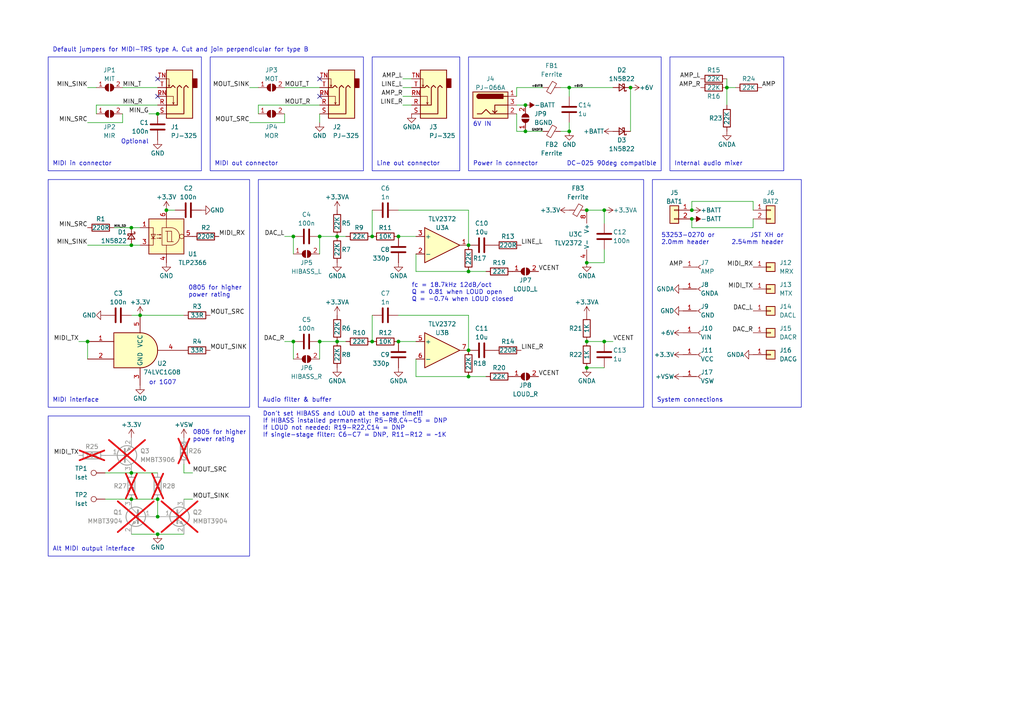
<source format=kicad_sch>
(kicad_sch (version 20230121) (generator eeschema)

  (uuid e3354e21-de42-44dd-8282-d614b334b32b)

  (paper "A4")

  (lib_symbols
    (symbol "74xGxx:74LVC1G08" (in_bom yes) (on_board yes)
      (property "Reference" "U" (at -5.08 7.62 0)
        (effects (font (size 1.27 1.27)))
      )
      (property "Value" "74LVC1G08" (at 7.62 -7.62 0)
        (effects (font (size 1.27 1.27)))
      )
      (property "Footprint" "" (at 0 0 0)
        (effects (font (size 1.27 1.27)) hide)
      )
      (property "Datasheet" "https://www.ti.com/lit/ds/symlink/sn74lvc1g08.pdf" (at 0 0 0)
        (effects (font (size 1.27 1.27)) hide)
      )
      (property "ki_keywords" "Single Gate AND LVC CMOS" (at 0 0 0)
        (effects (font (size 1.27 1.27)) hide)
      )
      (property "ki_description" "Single AND Gate, Low-Voltage CMOS" (at 0 0 0)
        (effects (font (size 1.27 1.27)) hide)
      )
      (property "ki_fp_filters" "SOT?23* Texas?R-PDSO-G5?DCK* Texas?R-PDSO-N5?DRL* Texas?X2SON*0.8x0.8mm*P0.48mm*" (at 0 0 0)
        (effects (font (size 1.27 1.27)) hide)
      )
      (symbol "74LVC1G08_0_1"
        (arc (start 0 -5.08) (mid 5.0579 0) (end 0 5.08)
          (stroke (width 0.254) (type default))
          (fill (type background))
        )
        (polyline
          (pts
            (xy 0 -5.08)
            (xy -7.62 -5.08)
            (xy -7.62 5.08)
            (xy 0 5.08)
          )
          (stroke (width 0.254) (type default))
          (fill (type background))
        )
      )
      (symbol "74LVC1G08_1_1"
        (pin input line (at -15.24 2.54 0) (length 7.62)
          (name "~" (effects (font (size 1.27 1.27))))
          (number "1" (effects (font (size 1.27 1.27))))
        )
        (pin input line (at -15.24 -2.54 0) (length 7.62)
          (name "~" (effects (font (size 1.27 1.27))))
          (number "2" (effects (font (size 1.27 1.27))))
        )
        (pin power_in line (at 0 -10.16 90) (length 5.08)
          (name "GND" (effects (font (size 1.27 1.27))))
          (number "3" (effects (font (size 1.27 1.27))))
        )
        (pin output line (at 12.7 0 180) (length 7.62)
          (name "~" (effects (font (size 1.27 1.27))))
          (number "4" (effects (font (size 1.27 1.27))))
        )
        (pin power_in line (at 0 10.16 270) (length 5.08)
          (name "VCC" (effects (font (size 1.27 1.27))))
          (number "5" (effects (font (size 1.27 1.27))))
        )
      )
    )
    (symbol "Amplifier_Operational:TLV2372" (pin_names (offset 0.127)) (in_bom yes) (on_board yes)
      (property "Reference" "U" (at 0 5.08 0)
        (effects (font (size 1.27 1.27)) (justify left))
      )
      (property "Value" "TLV2372" (at 0 -5.08 0)
        (effects (font (size 1.27 1.27)) (justify left))
      )
      (property "Footprint" "" (at 0 0 0)
        (effects (font (size 1.27 1.27)) hide)
      )
      (property "Datasheet" "http://www.ti.com/lit/ds/symlink/tlv2375.pdf" (at 0 0 0)
        (effects (font (size 1.27 1.27)) hide)
      )
      (property "ki_locked" "" (at 0 0 0)
        (effects (font (size 1.27 1.27)))
      )
      (property "ki_keywords" "dual opamp" (at 0 0 0)
        (effects (font (size 1.27 1.27)) hide)
      )
      (property "ki_description" "Dual Rail-to-Rail Input/Output Operational Amplifier, DIP-8/SOIC-8/VSSOP-8" (at 0 0 0)
        (effects (font (size 1.27 1.27)) hide)
      )
      (property "ki_fp_filters" "SOIC*3.9x4.9mm*P1.27mm* DIP*W7.62mm* TO*99* OnSemi*Micro8* TSSOP*3x3mm*P0.65mm* TSSOP*4.4x3mm*P0.65mm* MSOP*3x3mm*P0.65mm* SSOP*3.9x4.9mm*P0.635mm* LFCSP*2x2mm*P0.5mm* *SIP* SOIC*5.3x6.2mm*P1.27mm*" (at 0 0 0)
        (effects (font (size 1.27 1.27)) hide)
      )
      (symbol "TLV2372_1_1"
        (polyline
          (pts
            (xy -5.08 5.08)
            (xy 5.08 0)
            (xy -5.08 -5.08)
            (xy -5.08 5.08)
          )
          (stroke (width 0.254) (type default))
          (fill (type background))
        )
        (pin output line (at 7.62 0 180) (length 2.54)
          (name "~" (effects (font (size 1.27 1.27))))
          (number "1" (effects (font (size 1.27 1.27))))
        )
        (pin input line (at -7.62 -2.54 0) (length 2.54)
          (name "-" (effects (font (size 1.27 1.27))))
          (number "2" (effects (font (size 1.27 1.27))))
        )
        (pin input line (at -7.62 2.54 0) (length 2.54)
          (name "+" (effects (font (size 1.27 1.27))))
          (number "3" (effects (font (size 1.27 1.27))))
        )
      )
      (symbol "TLV2372_2_1"
        (polyline
          (pts
            (xy -5.08 5.08)
            (xy 5.08 0)
            (xy -5.08 -5.08)
            (xy -5.08 5.08)
          )
          (stroke (width 0.254) (type default))
          (fill (type background))
        )
        (pin input line (at -7.62 2.54 0) (length 2.54)
          (name "+" (effects (font (size 1.27 1.27))))
          (number "5" (effects (font (size 1.27 1.27))))
        )
        (pin input line (at -7.62 -2.54 0) (length 2.54)
          (name "-" (effects (font (size 1.27 1.27))))
          (number "6" (effects (font (size 1.27 1.27))))
        )
        (pin output line (at 7.62 0 180) (length 2.54)
          (name "~" (effects (font (size 1.27 1.27))))
          (number "7" (effects (font (size 1.27 1.27))))
        )
      )
      (symbol "TLV2372_3_1"
        (pin power_in line (at -2.54 -7.62 90) (length 3.81)
          (name "V-" (effects (font (size 1.27 1.27))))
          (number "4" (effects (font (size 1.27 1.27))))
        )
        (pin power_in line (at -2.54 7.62 270) (length 3.81)
          (name "V+" (effects (font (size 1.27 1.27))))
          (number "8" (effects (font (size 1.27 1.27))))
        )
      )
    )
    (symbol "Connector:Barrel_Jack_Switch" (pin_names hide) (in_bom yes) (on_board yes)
      (property "Reference" "J" (at 0 5.334 0)
        (effects (font (size 1.27 1.27)))
      )
      (property "Value" "Barrel_Jack_Switch" (at 0 -5.08 0)
        (effects (font (size 1.27 1.27)))
      )
      (property "Footprint" "" (at 1.27 -1.016 0)
        (effects (font (size 1.27 1.27)) hide)
      )
      (property "Datasheet" "~" (at 1.27 -1.016 0)
        (effects (font (size 1.27 1.27)) hide)
      )
      (property "ki_keywords" "DC power barrel jack connector" (at 0 0 0)
        (effects (font (size 1.27 1.27)) hide)
      )
      (property "ki_description" "DC Barrel Jack with an internal switch" (at 0 0 0)
        (effects (font (size 1.27 1.27)) hide)
      )
      (property "ki_fp_filters" "BarrelJack*" (at 0 0 0)
        (effects (font (size 1.27 1.27)) hide)
      )
      (symbol "Barrel_Jack_Switch_0_1"
        (rectangle (start -5.08 3.81) (end 5.08 -3.81)
          (stroke (width 0.254) (type default))
          (fill (type background))
        )
        (arc (start -3.302 3.175) (mid -3.9343 2.54) (end -3.302 1.905)
          (stroke (width 0.254) (type default))
          (fill (type none))
        )
        (arc (start -3.302 3.175) (mid -3.9343 2.54) (end -3.302 1.905)
          (stroke (width 0.254) (type default))
          (fill (type outline))
        )
        (polyline
          (pts
            (xy 1.27 -2.286)
            (xy 1.905 -1.651)
          )
          (stroke (width 0.254) (type default))
          (fill (type none))
        )
        (polyline
          (pts
            (xy 5.08 2.54)
            (xy 3.81 2.54)
          )
          (stroke (width 0.254) (type default))
          (fill (type none))
        )
        (polyline
          (pts
            (xy 5.08 0)
            (xy 1.27 0)
            (xy 1.27 -2.286)
            (xy 0.635 -1.651)
          )
          (stroke (width 0.254) (type default))
          (fill (type none))
        )
        (polyline
          (pts
            (xy -3.81 -2.54)
            (xy -2.54 -2.54)
            (xy -1.27 -1.27)
            (xy 0 -2.54)
            (xy 2.54 -2.54)
            (xy 5.08 -2.54)
          )
          (stroke (width 0.254) (type default))
          (fill (type none))
        )
        (rectangle (start 3.683 3.175) (end -3.302 1.905)
          (stroke (width 0.254) (type default))
          (fill (type outline))
        )
      )
      (symbol "Barrel_Jack_Switch_1_1"
        (pin passive line (at 7.62 2.54 180) (length 2.54)
          (name "~" (effects (font (size 1.27 1.27))))
          (number "1" (effects (font (size 1.27 1.27))))
        )
        (pin passive line (at 7.62 -2.54 180) (length 2.54)
          (name "~" (effects (font (size 1.27 1.27))))
          (number "2" (effects (font (size 1.27 1.27))))
        )
        (pin passive line (at 7.62 0 180) (length 2.54)
          (name "~" (effects (font (size 1.27 1.27))))
          (number "3" (effects (font (size 1.27 1.27))))
        )
      )
    )
    (symbol "Connector:Conn_01x01_Socket" (pin_names (offset 1.016) hide) (in_bom yes) (on_board yes)
      (property "Reference" "J" (at 0 2.54 0)
        (effects (font (size 1.27 1.27)))
      )
      (property "Value" "Conn_01x01_Socket" (at 0 -2.54 0)
        (effects (font (size 1.27 1.27)))
      )
      (property "Footprint" "" (at 0 0 0)
        (effects (font (size 1.27 1.27)) hide)
      )
      (property "Datasheet" "~" (at 0 0 0)
        (effects (font (size 1.27 1.27)) hide)
      )
      (property "ki_locked" "" (at 0 0 0)
        (effects (font (size 1.27 1.27)))
      )
      (property "ki_keywords" "connector" (at 0 0 0)
        (effects (font (size 1.27 1.27)) hide)
      )
      (property "ki_description" "Generic connector, single row, 01x01, script generated" (at 0 0 0)
        (effects (font (size 1.27 1.27)) hide)
      )
      (property "ki_fp_filters" "Connector*:*_1x??_*" (at 0 0 0)
        (effects (font (size 1.27 1.27)) hide)
      )
      (symbol "Conn_01x01_Socket_1_1"
        (polyline
          (pts
            (xy -1.27 0)
            (xy -0.508 0)
          )
          (stroke (width 0.1524) (type default))
          (fill (type none))
        )
        (arc (start 0 0.508) (mid -0.5058 0) (end 0 -0.508)
          (stroke (width 0.1524) (type default))
          (fill (type none))
        )
        (pin passive line (at -5.08 0 0) (length 3.81)
          (name "Pin_1" (effects (font (size 1.27 1.27))))
          (number "1" (effects (font (size 1.27 1.27))))
        )
      )
    )
    (symbol "Connector:TestPoint" (pin_numbers hide) (pin_names (offset 0.762) hide) (in_bom yes) (on_board yes)
      (property "Reference" "TP" (at 0 6.858 0)
        (effects (font (size 1.27 1.27)))
      )
      (property "Value" "TestPoint" (at 0 5.08 0)
        (effects (font (size 1.27 1.27)))
      )
      (property "Footprint" "" (at 5.08 0 0)
        (effects (font (size 1.27 1.27)) hide)
      )
      (property "Datasheet" "~" (at 5.08 0 0)
        (effects (font (size 1.27 1.27)) hide)
      )
      (property "ki_keywords" "test point tp" (at 0 0 0)
        (effects (font (size 1.27 1.27)) hide)
      )
      (property "ki_description" "test point" (at 0 0 0)
        (effects (font (size 1.27 1.27)) hide)
      )
      (property "ki_fp_filters" "Pin* Test*" (at 0 0 0)
        (effects (font (size 1.27 1.27)) hide)
      )
      (symbol "TestPoint_0_1"
        (circle (center 0 3.302) (radius 0.762)
          (stroke (width 0) (type default))
          (fill (type none))
        )
      )
      (symbol "TestPoint_1_1"
        (pin passive line (at 0 0 90) (length 2.54)
          (name "1" (effects (font (size 1.27 1.27))))
          (number "1" (effects (font (size 1.27 1.27))))
        )
      )
    )
    (symbol "Connector_Audio:AudioJack3_SwitchTR" (in_bom yes) (on_board yes)
      (property "Reference" "J" (at 0 8.89 0)
        (effects (font (size 1.27 1.27)))
      )
      (property "Value" "AudioJack3_SwitchTR" (at 0 6.35 0)
        (effects (font (size 1.27 1.27)))
      )
      (property "Footprint" "" (at 0 0 0)
        (effects (font (size 1.27 1.27)) hide)
      )
      (property "Datasheet" "~" (at 0 0 0)
        (effects (font (size 1.27 1.27)) hide)
      )
      (property "ki_keywords" "audio jack receptacle stereo headphones phones TRS connector" (at 0 0 0)
        (effects (font (size 1.27 1.27)) hide)
      )
      (property "ki_description" "Audio Jack, 3 Poles (Stereo / TRS), Switched TR Poles (Normalling)" (at 0 0 0)
        (effects (font (size 1.27 1.27)) hide)
      )
      (property "ki_fp_filters" "Jack*" (at 0 0 0)
        (effects (font (size 1.27 1.27)) hide)
      )
      (symbol "AudioJack3_SwitchTR_0_1"
        (rectangle (start -5.08 -5.08) (end -6.35 -7.62)
          (stroke (width 0.254) (type default))
          (fill (type outline))
        )
        (polyline
          (pts
            (xy 0.508 -0.254)
            (xy 0.762 -0.762)
          )
          (stroke (width 0) (type default))
          (fill (type none))
        )
        (polyline
          (pts
            (xy 1.778 -5.334)
            (xy 2.032 -5.842)
          )
          (stroke (width 0) (type default))
          (fill (type none))
        )
        (polyline
          (pts
            (xy 0 -5.08)
            (xy 0.635 -5.715)
            (xy 1.27 -5.08)
            (xy 2.54 -5.08)
          )
          (stroke (width 0.254) (type default))
          (fill (type none))
        )
        (polyline
          (pts
            (xy 2.54 -7.62)
            (xy 1.778 -7.62)
            (xy 1.778 -5.334)
            (xy 1.524 -5.842)
          )
          (stroke (width 0) (type default))
          (fill (type none))
        )
        (polyline
          (pts
            (xy 2.54 -2.54)
            (xy 0.508 -2.54)
            (xy 0.508 -0.254)
            (xy 0.254 -0.762)
          )
          (stroke (width 0) (type default))
          (fill (type none))
        )
        (polyline
          (pts
            (xy -1.905 -5.08)
            (xy -1.27 -5.715)
            (xy -0.635 -5.08)
            (xy -0.635 0)
            (xy 2.54 0)
          )
          (stroke (width 0.254) (type default))
          (fill (type none))
        )
        (polyline
          (pts
            (xy 2.54 2.54)
            (xy -2.54 2.54)
            (xy -2.54 -5.08)
            (xy -3.175 -5.715)
            (xy -3.81 -5.08)
          )
          (stroke (width 0.254) (type default))
          (fill (type none))
        )
        (rectangle (start 2.54 3.81) (end -5.08 -10.16)
          (stroke (width 0.254) (type default))
          (fill (type background))
        )
      )
      (symbol "AudioJack3_SwitchTR_1_1"
        (pin passive line (at 5.08 0 180) (length 2.54)
          (name "~" (effects (font (size 1.27 1.27))))
          (number "R" (effects (font (size 1.27 1.27))))
        )
        (pin passive line (at 5.08 -2.54 180) (length 2.54)
          (name "~" (effects (font (size 1.27 1.27))))
          (number "RN" (effects (font (size 1.27 1.27))))
        )
        (pin passive line (at 5.08 2.54 180) (length 2.54)
          (name "~" (effects (font (size 1.27 1.27))))
          (number "S" (effects (font (size 1.27 1.27))))
        )
        (pin passive line (at 5.08 -5.08 180) (length 2.54)
          (name "~" (effects (font (size 1.27 1.27))))
          (number "T" (effects (font (size 1.27 1.27))))
        )
        (pin passive line (at 5.08 -7.62 180) (length 2.54)
          (name "~" (effects (font (size 1.27 1.27))))
          (number "TN" (effects (font (size 1.27 1.27))))
        )
      )
    )
    (symbol "Connector_Generic:Conn_01x01" (pin_names (offset 1.016) hide) (in_bom yes) (on_board yes)
      (property "Reference" "J" (at 0 2.54 0)
        (effects (font (size 1.27 1.27)))
      )
      (property "Value" "Conn_01x01" (at 0 -2.54 0)
        (effects (font (size 1.27 1.27)))
      )
      (property "Footprint" "" (at 0 0 0)
        (effects (font (size 1.27 1.27)) hide)
      )
      (property "Datasheet" "~" (at 0 0 0)
        (effects (font (size 1.27 1.27)) hide)
      )
      (property "ki_keywords" "connector" (at 0 0 0)
        (effects (font (size 1.27 1.27)) hide)
      )
      (property "ki_description" "Generic connector, single row, 01x01, script generated (kicad-library-utils/schlib/autogen/connector/)" (at 0 0 0)
        (effects (font (size 1.27 1.27)) hide)
      )
      (property "ki_fp_filters" "Connector*:*_1x??_*" (at 0 0 0)
        (effects (font (size 1.27 1.27)) hide)
      )
      (symbol "Conn_01x01_1_1"
        (rectangle (start -1.27 0.127) (end 0 -0.127)
          (stroke (width 0.1524) (type default))
          (fill (type none))
        )
        (rectangle (start -1.27 1.27) (end 1.27 -1.27)
          (stroke (width 0.254) (type default))
          (fill (type background))
        )
        (pin passive line (at -5.08 0 0) (length 3.81)
          (name "Pin_1" (effects (font (size 1.27 1.27))))
          (number "1" (effects (font (size 1.27 1.27))))
        )
      )
    )
    (symbol "Connector_Generic:Conn_01x02" (pin_names (offset 1.016) hide) (in_bom yes) (on_board yes)
      (property "Reference" "J" (at 0 2.54 0)
        (effects (font (size 1.27 1.27)))
      )
      (property "Value" "Conn_01x02" (at 0 -5.08 0)
        (effects (font (size 1.27 1.27)))
      )
      (property "Footprint" "" (at 0 0 0)
        (effects (font (size 1.27 1.27)) hide)
      )
      (property "Datasheet" "~" (at 0 0 0)
        (effects (font (size 1.27 1.27)) hide)
      )
      (property "ki_keywords" "connector" (at 0 0 0)
        (effects (font (size 1.27 1.27)) hide)
      )
      (property "ki_description" "Generic connector, single row, 01x02, script generated (kicad-library-utils/schlib/autogen/connector/)" (at 0 0 0)
        (effects (font (size 1.27 1.27)) hide)
      )
      (property "ki_fp_filters" "Connector*:*_1x??_*" (at 0 0 0)
        (effects (font (size 1.27 1.27)) hide)
      )
      (symbol "Conn_01x02_1_1"
        (rectangle (start -1.27 -2.413) (end 0 -2.667)
          (stroke (width 0.1524) (type default))
          (fill (type none))
        )
        (rectangle (start -1.27 0.127) (end 0 -0.127)
          (stroke (width 0.1524) (type default))
          (fill (type none))
        )
        (rectangle (start -1.27 1.27) (end 1.27 -3.81)
          (stroke (width 0.254) (type default))
          (fill (type background))
        )
        (pin passive line (at -5.08 0 0) (length 3.81)
          (name "Pin_1" (effects (font (size 1.27 1.27))))
          (number "1" (effects (font (size 1.27 1.27))))
        )
        (pin passive line (at -5.08 -2.54 0) (length 3.81)
          (name "Pin_2" (effects (font (size 1.27 1.27))))
          (number "2" (effects (font (size 1.27 1.27))))
        )
      )
    )
    (symbol "Device:C" (pin_numbers hide) (pin_names (offset 0.254)) (in_bom yes) (on_board yes)
      (property "Reference" "C" (at 0.635 2.54 0)
        (effects (font (size 1.27 1.27)) (justify left))
      )
      (property "Value" "C" (at 0.635 -2.54 0)
        (effects (font (size 1.27 1.27)) (justify left))
      )
      (property "Footprint" "" (at 0.9652 -3.81 0)
        (effects (font (size 1.27 1.27)) hide)
      )
      (property "Datasheet" "~" (at 0 0 0)
        (effects (font (size 1.27 1.27)) hide)
      )
      (property "ki_keywords" "cap capacitor" (at 0 0 0)
        (effects (font (size 1.27 1.27)) hide)
      )
      (property "ki_description" "Unpolarized capacitor" (at 0 0 0)
        (effects (font (size 1.27 1.27)) hide)
      )
      (property "ki_fp_filters" "C_*" (at 0 0 0)
        (effects (font (size 1.27 1.27)) hide)
      )
      (symbol "C_0_1"
        (polyline
          (pts
            (xy -2.032 -0.762)
            (xy 2.032 -0.762)
          )
          (stroke (width 0.508) (type default))
          (fill (type none))
        )
        (polyline
          (pts
            (xy -2.032 0.762)
            (xy 2.032 0.762)
          )
          (stroke (width 0.508) (type default))
          (fill (type none))
        )
      )
      (symbol "C_1_1"
        (pin passive line (at 0 3.81 270) (length 2.794)
          (name "~" (effects (font (size 1.27 1.27))))
          (number "1" (effects (font (size 1.27 1.27))))
        )
        (pin passive line (at 0 -3.81 90) (length 2.794)
          (name "~" (effects (font (size 1.27 1.27))))
          (number "2" (effects (font (size 1.27 1.27))))
        )
      )
    )
    (symbol "Device:D_Schottky_Small" (pin_numbers hide) (pin_names (offset 0.254) hide) (in_bom yes) (on_board yes)
      (property "Reference" "D" (at -1.27 2.032 0)
        (effects (font (size 1.27 1.27)) (justify left))
      )
      (property "Value" "D_Schottky_Small" (at -7.112 -2.032 0)
        (effects (font (size 1.27 1.27)) (justify left))
      )
      (property "Footprint" "" (at 0 0 90)
        (effects (font (size 1.27 1.27)) hide)
      )
      (property "Datasheet" "~" (at 0 0 90)
        (effects (font (size 1.27 1.27)) hide)
      )
      (property "ki_keywords" "diode Schottky" (at 0 0 0)
        (effects (font (size 1.27 1.27)) hide)
      )
      (property "ki_description" "Schottky diode, small symbol" (at 0 0 0)
        (effects (font (size 1.27 1.27)) hide)
      )
      (property "ki_fp_filters" "TO-???* *_Diode_* *SingleDiode* D_*" (at 0 0 0)
        (effects (font (size 1.27 1.27)) hide)
      )
      (symbol "D_Schottky_Small_0_1"
        (polyline
          (pts
            (xy -0.762 0)
            (xy 0.762 0)
          )
          (stroke (width 0) (type default))
          (fill (type none))
        )
        (polyline
          (pts
            (xy 0.762 -1.016)
            (xy -0.762 0)
            (xy 0.762 1.016)
            (xy 0.762 -1.016)
          )
          (stroke (width 0.254) (type default))
          (fill (type none))
        )
        (polyline
          (pts
            (xy -1.27 0.762)
            (xy -1.27 1.016)
            (xy -0.762 1.016)
            (xy -0.762 -1.016)
            (xy -0.254 -1.016)
            (xy -0.254 -0.762)
          )
          (stroke (width 0.254) (type default))
          (fill (type none))
        )
      )
      (symbol "D_Schottky_Small_1_1"
        (pin passive line (at -2.54 0 0) (length 1.778)
          (name "K" (effects (font (size 1.27 1.27))))
          (number "1" (effects (font (size 1.27 1.27))))
        )
        (pin passive line (at 2.54 0 180) (length 1.778)
          (name "A" (effects (font (size 1.27 1.27))))
          (number "2" (effects (font (size 1.27 1.27))))
        )
      )
    )
    (symbol "Device:FerriteBead_Small" (pin_numbers hide) (pin_names (offset 0)) (in_bom yes) (on_board yes)
      (property "Reference" "FB" (at 1.905 1.27 0)
        (effects (font (size 1.27 1.27)) (justify left))
      )
      (property "Value" "FerriteBead_Small" (at 1.905 -1.27 0)
        (effects (font (size 1.27 1.27)) (justify left))
      )
      (property "Footprint" "" (at -1.778 0 90)
        (effects (font (size 1.27 1.27)) hide)
      )
      (property "Datasheet" "~" (at 0 0 0)
        (effects (font (size 1.27 1.27)) hide)
      )
      (property "ki_keywords" "L ferrite bead inductor filter" (at 0 0 0)
        (effects (font (size 1.27 1.27)) hide)
      )
      (property "ki_description" "Ferrite bead, small symbol" (at 0 0 0)
        (effects (font (size 1.27 1.27)) hide)
      )
      (property "ki_fp_filters" "Inductor_* L_* *Ferrite*" (at 0 0 0)
        (effects (font (size 1.27 1.27)) hide)
      )
      (symbol "FerriteBead_Small_0_1"
        (polyline
          (pts
            (xy 0 -1.27)
            (xy 0 -0.7874)
          )
          (stroke (width 0) (type default))
          (fill (type none))
        )
        (polyline
          (pts
            (xy 0 0.889)
            (xy 0 1.2954)
          )
          (stroke (width 0) (type default))
          (fill (type none))
        )
        (polyline
          (pts
            (xy -1.8288 0.2794)
            (xy -1.1176 1.4986)
            (xy 1.8288 -0.2032)
            (xy 1.1176 -1.4224)
            (xy -1.8288 0.2794)
          )
          (stroke (width 0) (type default))
          (fill (type none))
        )
      )
      (symbol "FerriteBead_Small_1_1"
        (pin passive line (at 0 2.54 270) (length 1.27)
          (name "~" (effects (font (size 1.27 1.27))))
          (number "1" (effects (font (size 1.27 1.27))))
        )
        (pin passive line (at 0 -2.54 90) (length 1.27)
          (name "~" (effects (font (size 1.27 1.27))))
          (number "2" (effects (font (size 1.27 1.27))))
        )
      )
    )
    (symbol "Device:R" (pin_numbers hide) (pin_names (offset 0)) (in_bom yes) (on_board yes)
      (property "Reference" "R" (at 2.032 0 90)
        (effects (font (size 1.27 1.27)))
      )
      (property "Value" "R" (at 0 0 90)
        (effects (font (size 1.27 1.27)))
      )
      (property "Footprint" "" (at -1.778 0 90)
        (effects (font (size 1.27 1.27)) hide)
      )
      (property "Datasheet" "~" (at 0 0 0)
        (effects (font (size 1.27 1.27)) hide)
      )
      (property "ki_keywords" "R res resistor" (at 0 0 0)
        (effects (font (size 1.27 1.27)) hide)
      )
      (property "ki_description" "Resistor" (at 0 0 0)
        (effects (font (size 1.27 1.27)) hide)
      )
      (property "ki_fp_filters" "R_*" (at 0 0 0)
        (effects (font (size 1.27 1.27)) hide)
      )
      (symbol "R_0_1"
        (rectangle (start -1.016 -2.54) (end 1.016 2.54)
          (stroke (width 0.254) (type default))
          (fill (type none))
        )
      )
      (symbol "R_1_1"
        (pin passive line (at 0 3.81 270) (length 1.27)
          (name "~" (effects (font (size 1.27 1.27))))
          (number "1" (effects (font (size 1.27 1.27))))
        )
        (pin passive line (at 0 -3.81 90) (length 1.27)
          (name "~" (effects (font (size 1.27 1.27))))
          (number "2" (effects (font (size 1.27 1.27))))
        )
      )
    )
    (symbol "Jumper:SolderJumper_2_Open" (pin_names (offset 0) hide) (in_bom yes) (on_board yes)
      (property "Reference" "JP" (at 0 2.032 0)
        (effects (font (size 1.27 1.27)))
      )
      (property "Value" "SolderJumper_2_Open" (at 0 -2.54 0)
        (effects (font (size 1.27 1.27)))
      )
      (property "Footprint" "" (at 0 0 0)
        (effects (font (size 1.27 1.27)) hide)
      )
      (property "Datasheet" "~" (at 0 0 0)
        (effects (font (size 1.27 1.27)) hide)
      )
      (property "ki_keywords" "solder jumper SPST" (at 0 0 0)
        (effects (font (size 1.27 1.27)) hide)
      )
      (property "ki_description" "Solder Jumper, 2-pole, open" (at 0 0 0)
        (effects (font (size 1.27 1.27)) hide)
      )
      (property "ki_fp_filters" "SolderJumper*Open*" (at 0 0 0)
        (effects (font (size 1.27 1.27)) hide)
      )
      (symbol "SolderJumper_2_Open_0_1"
        (arc (start -0.254 1.016) (mid -1.2656 0) (end -0.254 -1.016)
          (stroke (width 0) (type default))
          (fill (type none))
        )
        (arc (start -0.254 1.016) (mid -1.2656 0) (end -0.254 -1.016)
          (stroke (width 0) (type default))
          (fill (type outline))
        )
        (polyline
          (pts
            (xy -0.254 1.016)
            (xy -0.254 -1.016)
          )
          (stroke (width 0) (type default))
          (fill (type none))
        )
        (polyline
          (pts
            (xy 0.254 1.016)
            (xy 0.254 -1.016)
          )
          (stroke (width 0) (type default))
          (fill (type none))
        )
        (arc (start 0.254 -1.016) (mid 1.2656 0) (end 0.254 1.016)
          (stroke (width 0) (type default))
          (fill (type none))
        )
        (arc (start 0.254 -1.016) (mid 1.2656 0) (end 0.254 1.016)
          (stroke (width 0) (type default))
          (fill (type outline))
        )
      )
      (symbol "SolderJumper_2_Open_1_1"
        (pin passive line (at -3.81 0 0) (length 2.54)
          (name "A" (effects (font (size 1.27 1.27))))
          (number "1" (effects (font (size 1.27 1.27))))
        )
        (pin passive line (at 3.81 0 180) (length 2.54)
          (name "B" (effects (font (size 1.27 1.27))))
          (number "2" (effects (font (size 1.27 1.27))))
        )
      )
    )
    (symbol "Transistor_BJT:MMBT3904" (pin_names (offset 0) hide) (in_bom yes) (on_board yes)
      (property "Reference" "Q" (at 5.08 1.905 0)
        (effects (font (size 1.27 1.27)) (justify left))
      )
      (property "Value" "MMBT3904" (at 5.08 0 0)
        (effects (font (size 1.27 1.27)) (justify left))
      )
      (property "Footprint" "Package_TO_SOT_SMD:SOT-23" (at 5.08 -1.905 0)
        (effects (font (size 1.27 1.27) italic) (justify left) hide)
      )
      (property "Datasheet" "https://www.onsemi.com/pub/Collateral/2N3903-D.PDF" (at 0 0 0)
        (effects (font (size 1.27 1.27)) (justify left) hide)
      )
      (property "ki_keywords" "NPN Transistor" (at 0 0 0)
        (effects (font (size 1.27 1.27)) hide)
      )
      (property "ki_description" "0.2A Ic, 40V Vce, Small Signal NPN Transistor, SOT-23" (at 0 0 0)
        (effects (font (size 1.27 1.27)) hide)
      )
      (property "ki_fp_filters" "SOT?23*" (at 0 0 0)
        (effects (font (size 1.27 1.27)) hide)
      )
      (symbol "MMBT3904_0_1"
        (polyline
          (pts
            (xy 0.635 0.635)
            (xy 2.54 2.54)
          )
          (stroke (width 0) (type default))
          (fill (type none))
        )
        (polyline
          (pts
            (xy 0.635 -0.635)
            (xy 2.54 -2.54)
            (xy 2.54 -2.54)
          )
          (stroke (width 0) (type default))
          (fill (type none))
        )
        (polyline
          (pts
            (xy 0.635 1.905)
            (xy 0.635 -1.905)
            (xy 0.635 -1.905)
          )
          (stroke (width 0.508) (type default))
          (fill (type none))
        )
        (polyline
          (pts
            (xy 1.27 -1.778)
            (xy 1.778 -1.27)
            (xy 2.286 -2.286)
            (xy 1.27 -1.778)
            (xy 1.27 -1.778)
          )
          (stroke (width 0) (type default))
          (fill (type outline))
        )
        (circle (center 1.27 0) (radius 2.8194)
          (stroke (width 0.254) (type default))
          (fill (type none))
        )
      )
      (symbol "MMBT3904_1_1"
        (pin input line (at -5.08 0 0) (length 5.715)
          (name "B" (effects (font (size 1.27 1.27))))
          (number "1" (effects (font (size 1.27 1.27))))
        )
        (pin passive line (at 2.54 -5.08 90) (length 2.54)
          (name "E" (effects (font (size 1.27 1.27))))
          (number "2" (effects (font (size 1.27 1.27))))
        )
        (pin passive line (at 2.54 5.08 270) (length 2.54)
          (name "C" (effects (font (size 1.27 1.27))))
          (number "3" (effects (font (size 1.27 1.27))))
        )
      )
    )
    (symbol "Transistor_BJT:MMBT3906" (pin_names (offset 0) hide) (in_bom yes) (on_board yes)
      (property "Reference" "Q" (at 5.08 1.905 0)
        (effects (font (size 1.27 1.27)) (justify left))
      )
      (property "Value" "MMBT3906" (at 5.08 0 0)
        (effects (font (size 1.27 1.27)) (justify left))
      )
      (property "Footprint" "Package_TO_SOT_SMD:SOT-23" (at 5.08 -1.905 0)
        (effects (font (size 1.27 1.27) italic) (justify left) hide)
      )
      (property "Datasheet" "https://www.onsemi.com/pub/Collateral/2N3906-D.PDF" (at 0 0 0)
        (effects (font (size 1.27 1.27)) (justify left) hide)
      )
      (property "ki_keywords" "PNP Transistor" (at 0 0 0)
        (effects (font (size 1.27 1.27)) hide)
      )
      (property "ki_description" "-0.2A Ic, -40V Vce, Small Signal PNP Transistor, SOT-23" (at 0 0 0)
        (effects (font (size 1.27 1.27)) hide)
      )
      (property "ki_fp_filters" "SOT?23*" (at 0 0 0)
        (effects (font (size 1.27 1.27)) hide)
      )
      (symbol "MMBT3906_0_1"
        (polyline
          (pts
            (xy 0.635 0.635)
            (xy 2.54 2.54)
          )
          (stroke (width 0) (type default))
          (fill (type none))
        )
        (polyline
          (pts
            (xy 0.635 -0.635)
            (xy 2.54 -2.54)
            (xy 2.54 -2.54)
          )
          (stroke (width 0) (type default))
          (fill (type none))
        )
        (polyline
          (pts
            (xy 0.635 1.905)
            (xy 0.635 -1.905)
            (xy 0.635 -1.905)
          )
          (stroke (width 0.508) (type default))
          (fill (type none))
        )
        (polyline
          (pts
            (xy 2.286 -1.778)
            (xy 1.778 -2.286)
            (xy 1.27 -1.27)
            (xy 2.286 -1.778)
            (xy 2.286 -1.778)
          )
          (stroke (width 0) (type default))
          (fill (type outline))
        )
        (circle (center 1.27 0) (radius 2.8194)
          (stroke (width 0.254) (type default))
          (fill (type none))
        )
      )
      (symbol "MMBT3906_1_1"
        (pin input line (at -5.08 0 0) (length 5.715)
          (name "B" (effects (font (size 1.27 1.27))))
          (number "1" (effects (font (size 1.27 1.27))))
        )
        (pin passive line (at 2.54 -5.08 90) (length 2.54)
          (name "E" (effects (font (size 1.27 1.27))))
          (number "2" (effects (font (size 1.27 1.27))))
        )
        (pin passive line (at 2.54 5.08 270) (length 2.54)
          (name "C" (effects (font (size 1.27 1.27))))
          (number "3" (effects (font (size 1.27 1.27))))
        )
      )
    )
    (symbol "power:+3.3V" (power) (pin_names (offset 0)) (in_bom yes) (on_board yes)
      (property "Reference" "#PWR" (at 0 -3.81 0)
        (effects (font (size 1.27 1.27)) hide)
      )
      (property "Value" "+3.3V" (at 0 3.556 0)
        (effects (font (size 1.27 1.27)))
      )
      (property "Footprint" "" (at 0 0 0)
        (effects (font (size 1.27 1.27)) hide)
      )
      (property "Datasheet" "" (at 0 0 0)
        (effects (font (size 1.27 1.27)) hide)
      )
      (property "ki_keywords" "global power" (at 0 0 0)
        (effects (font (size 1.27 1.27)) hide)
      )
      (property "ki_description" "Power symbol creates a global label with name \"+3.3V\"" (at 0 0 0)
        (effects (font (size 1.27 1.27)) hide)
      )
      (symbol "+3.3V_0_1"
        (polyline
          (pts
            (xy -0.762 1.27)
            (xy 0 2.54)
          )
          (stroke (width 0) (type default))
          (fill (type none))
        )
        (polyline
          (pts
            (xy 0 0)
            (xy 0 2.54)
          )
          (stroke (width 0) (type default))
          (fill (type none))
        )
        (polyline
          (pts
            (xy 0 2.54)
            (xy 0.762 1.27)
          )
          (stroke (width 0) (type default))
          (fill (type none))
        )
      )
      (symbol "+3.3V_1_1"
        (pin power_in line (at 0 0 90) (length 0) hide
          (name "+3.3V" (effects (font (size 1.27 1.27))))
          (number "1" (effects (font (size 1.27 1.27))))
        )
      )
    )
    (symbol "power:+3.3VA" (power) (pin_names (offset 0)) (in_bom yes) (on_board yes)
      (property "Reference" "#PWR" (at 0 -3.81 0)
        (effects (font (size 1.27 1.27)) hide)
      )
      (property "Value" "+3.3VA" (at 0 3.556 0)
        (effects (font (size 1.27 1.27)))
      )
      (property "Footprint" "" (at 0 0 0)
        (effects (font (size 1.27 1.27)) hide)
      )
      (property "Datasheet" "" (at 0 0 0)
        (effects (font (size 1.27 1.27)) hide)
      )
      (property "ki_keywords" "global power" (at 0 0 0)
        (effects (font (size 1.27 1.27)) hide)
      )
      (property "ki_description" "Power symbol creates a global label with name \"+3.3VA\"" (at 0 0 0)
        (effects (font (size 1.27 1.27)) hide)
      )
      (symbol "+3.3VA_0_1"
        (polyline
          (pts
            (xy -0.762 1.27)
            (xy 0 2.54)
          )
          (stroke (width 0) (type default))
          (fill (type none))
        )
        (polyline
          (pts
            (xy 0 0)
            (xy 0 2.54)
          )
          (stroke (width 0) (type default))
          (fill (type none))
        )
        (polyline
          (pts
            (xy 0 2.54)
            (xy 0.762 1.27)
          )
          (stroke (width 0) (type default))
          (fill (type none))
        )
      )
      (symbol "+3.3VA_1_1"
        (pin power_in line (at 0 0 90) (length 0) hide
          (name "+3.3VA" (effects (font (size 1.27 1.27))))
          (number "1" (effects (font (size 1.27 1.27))))
        )
      )
    )
    (symbol "power:+6V" (power) (pin_names (offset 0)) (in_bom yes) (on_board yes)
      (property "Reference" "#PWR" (at 0 -3.81 0)
        (effects (font (size 1.27 1.27)) hide)
      )
      (property "Value" "+6V" (at 0 3.556 0)
        (effects (font (size 1.27 1.27)))
      )
      (property "Footprint" "" (at 0 0 0)
        (effects (font (size 1.27 1.27)) hide)
      )
      (property "Datasheet" "" (at 0 0 0)
        (effects (font (size 1.27 1.27)) hide)
      )
      (property "ki_keywords" "global power" (at 0 0 0)
        (effects (font (size 1.27 1.27)) hide)
      )
      (property "ki_description" "Power symbol creates a global label with name \"+6V\"" (at 0 0 0)
        (effects (font (size 1.27 1.27)) hide)
      )
      (symbol "+6V_0_1"
        (polyline
          (pts
            (xy -0.762 1.27)
            (xy 0 2.54)
          )
          (stroke (width 0) (type default))
          (fill (type none))
        )
        (polyline
          (pts
            (xy 0 0)
            (xy 0 2.54)
          )
          (stroke (width 0) (type default))
          (fill (type none))
        )
        (polyline
          (pts
            (xy 0 2.54)
            (xy 0.762 1.27)
          )
          (stroke (width 0) (type default))
          (fill (type none))
        )
      )
      (symbol "+6V_1_1"
        (pin power_in line (at 0 0 90) (length 0) hide
          (name "+6V" (effects (font (size 1.27 1.27))))
          (number "1" (effects (font (size 1.27 1.27))))
        )
      )
    )
    (symbol "power:+BATT" (power) (pin_names (offset 0)) (in_bom yes) (on_board yes)
      (property "Reference" "#PWR" (at 0 -3.81 0)
        (effects (font (size 1.27 1.27)) hide)
      )
      (property "Value" "+BATT" (at 0 3.556 0)
        (effects (font (size 1.27 1.27)))
      )
      (property "Footprint" "" (at 0 0 0)
        (effects (font (size 1.27 1.27)) hide)
      )
      (property "Datasheet" "" (at 0 0 0)
        (effects (font (size 1.27 1.27)) hide)
      )
      (property "ki_keywords" "global power battery" (at 0 0 0)
        (effects (font (size 1.27 1.27)) hide)
      )
      (property "ki_description" "Power symbol creates a global label with name \"+BATT\"" (at 0 0 0)
        (effects (font (size 1.27 1.27)) hide)
      )
      (symbol "+BATT_0_1"
        (polyline
          (pts
            (xy -0.762 1.27)
            (xy 0 2.54)
          )
          (stroke (width 0) (type default))
          (fill (type none))
        )
        (polyline
          (pts
            (xy 0 0)
            (xy 0 2.54)
          )
          (stroke (width 0) (type default))
          (fill (type none))
        )
        (polyline
          (pts
            (xy 0 2.54)
            (xy 0.762 1.27)
          )
          (stroke (width 0) (type default))
          (fill (type none))
        )
      )
      (symbol "+BATT_1_1"
        (pin power_in line (at 0 0 90) (length 0) hide
          (name "+BATT" (effects (font (size 1.27 1.27))))
          (number "1" (effects (font (size 1.27 1.27))))
        )
      )
    )
    (symbol "power:+VSW" (power) (pin_names (offset 0)) (in_bom yes) (on_board yes)
      (property "Reference" "#PWR" (at 0 -3.81 0)
        (effects (font (size 1.27 1.27)) hide)
      )
      (property "Value" "+VSW" (at 0 3.556 0)
        (effects (font (size 1.27 1.27)))
      )
      (property "Footprint" "" (at 0 0 0)
        (effects (font (size 1.27 1.27)) hide)
      )
      (property "Datasheet" "" (at 0 0 0)
        (effects (font (size 1.27 1.27)) hide)
      )
      (property "ki_keywords" "global power" (at 0 0 0)
        (effects (font (size 1.27 1.27)) hide)
      )
      (property "ki_description" "Power symbol creates a global label with name \"+VSW\"" (at 0 0 0)
        (effects (font (size 1.27 1.27)) hide)
      )
      (symbol "+VSW_0_1"
        (polyline
          (pts
            (xy -0.762 1.27)
            (xy 0 2.54)
          )
          (stroke (width 0) (type default))
          (fill (type none))
        )
        (polyline
          (pts
            (xy 0 0)
            (xy 0 2.54)
          )
          (stroke (width 0) (type default))
          (fill (type none))
        )
        (polyline
          (pts
            (xy 0 2.54)
            (xy 0.762 1.27)
          )
          (stroke (width 0) (type default))
          (fill (type none))
        )
      )
      (symbol "+VSW_1_1"
        (pin power_in line (at 0 0 90) (length 0) hide
          (name "+VSW" (effects (font (size 1.27 1.27))))
          (number "1" (effects (font (size 1.27 1.27))))
        )
      )
    )
    (symbol "power:-BATT" (power) (pin_names (offset 0)) (in_bom yes) (on_board yes)
      (property "Reference" "#PWR" (at 0 -3.81 0)
        (effects (font (size 1.27 1.27)) hide)
      )
      (property "Value" "-BATT" (at 0 3.556 0)
        (effects (font (size 1.27 1.27)))
      )
      (property "Footprint" "" (at 0 0 0)
        (effects (font (size 1.27 1.27)) hide)
      )
      (property "Datasheet" "" (at 0 0 0)
        (effects (font (size 1.27 1.27)) hide)
      )
      (property "ki_keywords" "global power battery" (at 0 0 0)
        (effects (font (size 1.27 1.27)) hide)
      )
      (property "ki_description" "Power symbol creates a global label with name \"-BATT\"" (at 0 0 0)
        (effects (font (size 1.27 1.27)) hide)
      )
      (symbol "-BATT_0_1"
        (polyline
          (pts
            (xy 0 0)
            (xy 0 2.54)
          )
          (stroke (width 0) (type default))
          (fill (type none))
        )
        (polyline
          (pts
            (xy 0.762 1.27)
            (xy -0.762 1.27)
            (xy 0 2.54)
            (xy 0.762 1.27)
          )
          (stroke (width 0) (type default))
          (fill (type outline))
        )
      )
      (symbol "-BATT_1_1"
        (pin power_in line (at 0 0 90) (length 0) hide
          (name "-BATT" (effects (font (size 1.27 1.27))))
          (number "1" (effects (font (size 1.27 1.27))))
        )
      )
    )
    (symbol "power:GND" (power) (pin_names (offset 0)) (in_bom yes) (on_board yes)
      (property "Reference" "#PWR" (at 0 -6.35 0)
        (effects (font (size 1.27 1.27)) hide)
      )
      (property "Value" "GND" (at 0 -3.81 0)
        (effects (font (size 1.27 1.27)))
      )
      (property "Footprint" "" (at 0 0 0)
        (effects (font (size 1.27 1.27)) hide)
      )
      (property "Datasheet" "" (at 0 0 0)
        (effects (font (size 1.27 1.27)) hide)
      )
      (property "ki_keywords" "global power" (at 0 0 0)
        (effects (font (size 1.27 1.27)) hide)
      )
      (property "ki_description" "Power symbol creates a global label with name \"GND\" , ground" (at 0 0 0)
        (effects (font (size 1.27 1.27)) hide)
      )
      (symbol "GND_0_1"
        (polyline
          (pts
            (xy 0 0)
            (xy 0 -1.27)
            (xy 1.27 -1.27)
            (xy 0 -2.54)
            (xy -1.27 -1.27)
            (xy 0 -1.27)
          )
          (stroke (width 0) (type default))
          (fill (type none))
        )
      )
      (symbol "GND_1_1"
        (pin power_in line (at 0 0 270) (length 0) hide
          (name "GND" (effects (font (size 1.27 1.27))))
          (number "1" (effects (font (size 1.27 1.27))))
        )
      )
    )
    (symbol "power:GNDA" (power) (pin_names (offset 0)) (in_bom yes) (on_board yes)
      (property "Reference" "#PWR" (at 0 -6.35 0)
        (effects (font (size 1.27 1.27)) hide)
      )
      (property "Value" "GNDA" (at 0 -3.81 0)
        (effects (font (size 1.27 1.27)))
      )
      (property "Footprint" "" (at 0 0 0)
        (effects (font (size 1.27 1.27)) hide)
      )
      (property "Datasheet" "" (at 0 0 0)
        (effects (font (size 1.27 1.27)) hide)
      )
      (property "ki_keywords" "global power" (at 0 0 0)
        (effects (font (size 1.27 1.27)) hide)
      )
      (property "ki_description" "Power symbol creates a global label with name \"GNDA\" , analog ground" (at 0 0 0)
        (effects (font (size 1.27 1.27)) hide)
      )
      (symbol "GNDA_0_1"
        (polyline
          (pts
            (xy 0 0)
            (xy 0 -1.27)
            (xy 1.27 -1.27)
            (xy 0 -2.54)
            (xy -1.27 -1.27)
            (xy 0 -1.27)
          )
          (stroke (width 0) (type default))
          (fill (type none))
        )
      )
      (symbol "GNDA_1_1"
        (pin power_in line (at 0 0 270) (length 0) hide
          (name "GNDA" (effects (font (size 1.27 1.27))))
          (number "1" (effects (font (size 1.27 1.27))))
        )
      )
    )
    (symbol "project-parts:TLP2366" (in_bom yes) (on_board yes)
      (property "Reference" "U" (at -5.08 6.35 0)
        (effects (font (size 1.27 1.27)))
      )
      (property "Value" "TLP2366" (at 6.35 6.35 0)
        (effects (font (size 1.27 1.27)))
      )
      (property "Footprint" "Package_SO:SO-6_4.4x3.6mm_P1.27mm" (at 0 0 0)
        (effects (font (size 1.27 1.27)) hide)
      )
      (property "Datasheet" "" (at 0 0 0)
        (effects (font (size 1.27 1.27)) hide)
      )
      (property "ki_keywords" "opto coupler schmitt output" (at 0 0 0)
        (effects (font (size 1.27 1.27)) hide)
      )
      (property "ki_fp_filters" "DIP*W10.16mm*" (at 0 0 0)
        (effects (font (size 1.27 1.27)) hide)
      )
      (symbol "TLP2366_0_1"
        (circle (center 4.445 0) (radius 0.635)
          (stroke (width 0) (type default))
          (fill (type none))
        )
      )
      (symbol "TLP2366_1_1"
        (rectangle (start -5.08 5.08) (end 5.08 -5.08)
          (stroke (width 0.254) (type default))
          (fill (type background))
        )
        (polyline
          (pts
            (xy -4.445 -0.635)
            (xy -3.175 -0.635)
          )
          (stroke (width 0) (type default))
          (fill (type none))
        )
        (polyline
          (pts
            (xy 0 2.54)
            (xy 0 5.08)
          )
          (stroke (width 0) (type default))
          (fill (type none))
        )
        (polyline
          (pts
            (xy 0.254 1.524)
            (xy -0.254 1.524)
          )
          (stroke (width 0) (type default))
          (fill (type none))
        )
        (polyline
          (pts
            (xy 1.524 -1.524)
            (xy 2.032 -1.524)
          )
          (stroke (width 0) (type default))
          (fill (type none))
        )
        (polyline
          (pts
            (xy 0 -2.54)
            (xy 0 -5.08)
            (xy 0 -3.81)
          )
          (stroke (width 0) (type default))
          (fill (type none))
        )
        (polyline
          (pts
            (xy -5.08 -2.54)
            (xy -3.81 -2.54)
            (xy -3.81 2.54)
            (xy -5.08 2.54)
          )
          (stroke (width 0) (type default))
          (fill (type none))
        )
        (polyline
          (pts
            (xy -3.81 -0.635)
            (xy -4.445 0.635)
            (xy -3.175 0.635)
            (xy -3.81 -0.635)
          )
          (stroke (width 0) (type default))
          (fill (type none))
        )
        (polyline
          (pts
            (xy 1.27 -2.54)
            (xy -1.27 -2.54)
            (xy -1.27 2.54)
            (xy 1.27 2.54)
          )
          (stroke (width 0) (type default))
          (fill (type none))
        )
        (polyline
          (pts
            (xy -2.794 -0.508)
            (xy -1.524 -0.508)
            (xy -1.905 -0.635)
            (xy -1.905 -0.381)
            (xy -1.524 -0.508)
          )
          (stroke (width 0) (type default))
          (fill (type none))
        )
        (polyline
          (pts
            (xy -2.794 0.508)
            (xy -1.524 0.508)
            (xy -1.905 0.381)
            (xy -1.905 0.635)
            (xy -1.524 0.508)
          )
          (stroke (width 0) (type default))
          (fill (type none))
        )
        (rectangle (start 0.254 1.524) (end 1.524 -1.524)
          (stroke (width 0) (type default))
          (fill (type none))
        )
        (arc (start 1.27 -2.54) (mid 3.799 0) (end 1.27 2.54)
          (stroke (width 0) (type default))
          (fill (type none))
        )
        (pin passive line (at -7.62 2.54 0) (length 2.54)
          (name "~" (effects (font (size 1.27 1.27))))
          (number "1" (effects (font (size 1.27 1.27))))
        )
        (pin no_connect line (at -5.08 0 0) (length 2.54) hide
          (name "~" (effects (font (size 1.27 1.27))))
          (number "2" (effects (font (size 1.27 1.27))))
        )
        (pin passive line (at -7.62 -2.54 0) (length 2.54)
          (name "~" (effects (font (size 1.27 1.27))))
          (number "3" (effects (font (size 1.27 1.27))))
        )
        (pin power_in line (at 0 -7.62 90) (length 2.54)
          (name "~" (effects (font (size 1.27 1.27))))
          (number "4" (effects (font (size 1.27 1.27))))
        )
        (pin output line (at 7.62 0 180) (length 2.54)
          (name "~" (effects (font (size 1.27 1.27))))
          (number "5" (effects (font (size 1.27 1.27))))
        )
        (pin power_in line (at 0 7.62 270) (length 2.54)
          (name "~" (effects (font (size 1.27 1.27))))
          (number "6" (effects (font (size 1.27 1.27))))
        )
      )
    )
  )

  (junction (at 165.1 38.1) (diameter 0) (color 0 0 0 0)
    (uuid 05269b7b-f33b-4ab9-b23a-ad71f8857221)
  )
  (junction (at 38.1 66.04) (diameter 0) (color 0 0 0 0)
    (uuid 06d3c90c-ec0d-4394-a8d4-cb0849e12e91)
  )
  (junction (at 38.1 71.12) (diameter 0) (color 0 0 0 0)
    (uuid 070cd8ce-aa75-4e45-9678-c415c4558bd3)
  )
  (junction (at 25.4 99.06) (diameter 0) (color 0 0 0 0)
    (uuid 0ebf9cb6-7fd4-42f4-b15c-b383efb10ef9)
  )
  (junction (at 170.18 60.96) (diameter 0) (color 0 0 0 0)
    (uuid 1444bb92-cd5f-4424-a13a-039e0a7ee5f1)
  )
  (junction (at 115.57 99.06) (diameter 0) (color 0 0 0 0)
    (uuid 15db4f00-2ee8-4986-a8b1-a35e260dcad8)
  )
  (junction (at 38.1 144.78) (diameter 0) (color 0 0 0 0)
    (uuid 17ff0dce-9a93-4163-b958-b229ada8c366)
  )
  (junction (at 175.26 99.06) (diameter 0) (color 0 0 0 0)
    (uuid 2564c3bc-d34b-4ccc-a88d-3d0cfe7b6de8)
  )
  (junction (at 45.72 144.78) (diameter 0) (color 0 0 0 0)
    (uuid 25f065c0-f449-4fff-af07-b3cfd17ac8fd)
  )
  (junction (at 135.89 101.6) (diameter 0) (color 0 0 0 0)
    (uuid 311c4846-d57f-4d9c-a747-28b3371d183e)
  )
  (junction (at 85.09 68.58) (diameter 0) (color 0 0 0 0)
    (uuid 40c83c81-e111-41f9-9cf5-836fd0e83d2d)
  )
  (junction (at 92.71 68.58) (diameter 0) (color 0 0 0 0)
    (uuid 498f8ef7-967a-4cab-a819-436f147fbf7c)
  )
  (junction (at 40.64 91.44) (diameter 0) (color 0 0 0 0)
    (uuid 5250a788-6ced-472d-8abe-071be0a6c7d3)
  )
  (junction (at 165.1 25.4) (diameter 0) (color 0 0 0 0)
    (uuid 52adfcc3-4d5c-437b-9c70-237c836b1093)
  )
  (junction (at 182.88 25.4) (diameter 0) (color 0 0 0 0)
    (uuid 58c9dcec-2f61-4f54-a12a-ca56be1247ac)
  )
  (junction (at 170.18 99.06) (diameter 0) (color 0 0 0 0)
    (uuid 5ebdf119-ce68-4de2-8f2f-f88724f3411e)
  )
  (junction (at 170.18 106.68) (diameter 0) (color 0 0 0 0)
    (uuid 5ee2d489-ce66-4cf3-a3f1-54d1ec411603)
  )
  (junction (at 152.4 38.1) (diameter 0) (color 0 0 0 0)
    (uuid 602960a9-856d-459b-abc1-44db73b1b80a)
  )
  (junction (at 107.95 68.58) (diameter 0) (color 0 0 0 0)
    (uuid 6ae53118-5443-462f-99b1-8126e6ff38f2)
  )
  (junction (at 45.72 149.86) (diameter 0) (color 0 0 0 0)
    (uuid 6fa4ab4a-26ef-4d98-87b6-d751f717a971)
  )
  (junction (at 135.89 109.22) (diameter 0) (color 0 0 0 0)
    (uuid 73a93746-090d-4665-bd4f-f4dbd33ea8ae)
  )
  (junction (at 175.26 60.96) (diameter 0) (color 0 0 0 0)
    (uuid 7d09ce4e-091e-4d35-8507-c2209d8169c6)
  )
  (junction (at 115.57 68.58) (diameter 0) (color 0 0 0 0)
    (uuid 81e9a27a-df00-458c-923e-6c49ea6734c6)
  )
  (junction (at 38.1 137.16) (diameter 0) (color 0 0 0 0)
    (uuid 8d9329b0-a7f0-4fa9-b16a-c0a9c7dd4e48)
  )
  (junction (at 97.79 99.06) (diameter 0) (color 0 0 0 0)
    (uuid 8e7ba889-382a-4f31-a29a-d49113a849f5)
  )
  (junction (at 152.4 30.48) (diameter 0) (color 0 0 0 0)
    (uuid a546b3db-c73c-4621-b654-c56fedce5402)
  )
  (junction (at 45.72 33.02) (diameter 0) (color 0 0 0 0)
    (uuid a6730aec-3620-4b44-b444-8bd71edf4801)
  )
  (junction (at 97.79 68.58) (diameter 0) (color 0 0 0 0)
    (uuid b07efc19-e589-4286-bce7-255663bd0ffb)
  )
  (junction (at 107.95 99.06) (diameter 0) (color 0 0 0 0)
    (uuid b122c4aa-0ba6-4374-a337-c3577010a71b)
  )
  (junction (at 135.89 78.74) (diameter 0) (color 0 0 0 0)
    (uuid bba2c1c8-2dc5-4524-9de4-818a7c25cb20)
  )
  (junction (at 200.66 63.5) (diameter 0) (color 0 0 0 0)
    (uuid bc764cdf-7968-437c-aab9-32f675b675ce)
  )
  (junction (at 85.09 99.06) (diameter 0) (color 0 0 0 0)
    (uuid bd30a802-bcf7-47bc-8993-a09969b562d6)
  )
  (junction (at 48.26 60.96) (diameter 0) (color 0 0 0 0)
    (uuid c25ec84d-285c-4791-9ab3-a80cd5fe988b)
  )
  (junction (at 200.66 60.96) (diameter 0) (color 0 0 0 0)
    (uuid cc9f113f-b3dc-40a7-91fa-dc164cf9cc34)
  )
  (junction (at 210.82 25.4) (diameter 0) (color 0 0 0 0)
    (uuid dbbe283a-910e-4735-ae47-e5d7e9661716)
  )
  (junction (at 92.71 99.06) (diameter 0) (color 0 0 0 0)
    (uuid eb2f796e-c4cd-4a1d-b403-c66e02ee7b2d)
  )
  (junction (at 45.72 154.94) (diameter 0) (color 0 0 0 0)
    (uuid f5b17009-d0da-4c4c-9538-4157515628cf)
  )
  (junction (at 135.89 71.12) (diameter 0) (color 0 0 0 0)
    (uuid fdfe2ab9-cf2a-4054-bbe7-356dd7a8f073)
  )
  (junction (at 170.18 76.2) (diameter 0) (color 0 0 0 0)
    (uuid ffb57c23-bd32-424c-99a2-d8e1c0a5dae9)
  )

  (no_connect (at 45.72 22.86) (uuid 01ba9b5b-1cd5-47e8-809b-210acd91a178))
  (no_connect (at 92.71 27.94) (uuid 7d7a6140-f346-4d0c-b325-24519948a3d1))
  (no_connect (at 45.72 27.94) (uuid 9892faba-da30-40ac-b873-954a71e18200))
  (no_connect (at 92.71 22.86) (uuid ec01f0d6-a268-4b43-95e5-42a96a0869ad))

  (wire (pts (xy 149.86 25.4) (xy 157.48 25.4))
    (stroke (width 0) (type default))
    (uuid 08c39f91-5cf7-4bb5-a5b5-be7c25a2557d)
  )
  (wire (pts (xy 27.94 30.48) (xy 45.72 30.48))
    (stroke (width 0) (type default))
    (uuid 0c19eb34-32e5-45f9-a11a-be2b4dd24214)
  )
  (wire (pts (xy 175.26 99.06) (xy 177.8 99.06))
    (stroke (width 0) (type default))
    (uuid 0cc7358c-1e8c-413a-bb02-dd4cd279f083)
  )
  (wire (pts (xy 170.18 99.06) (xy 175.26 99.06))
    (stroke (width 0) (type default))
    (uuid 112e552e-2749-4ddd-bc68-d1132a06c4ea)
  )
  (wire (pts (xy 116.84 22.86) (xy 119.38 22.86))
    (stroke (width 0) (type default))
    (uuid 1157bb4f-3116-4dbf-bae0-b114dbc7c065)
  )
  (wire (pts (xy 55.88 137.16) (xy 53.34 137.16))
    (stroke (width 0) (type default))
    (uuid 125d4a8f-5153-4cbd-bc59-eb853aa51397)
  )
  (wire (pts (xy 25.4 71.12) (xy 38.1 71.12))
    (stroke (width 0) (type default))
    (uuid 13229c41-2b55-4496-aca1-c19405e5297c)
  )
  (wire (pts (xy 115.57 60.96) (xy 135.89 60.96))
    (stroke (width 0) (type default))
    (uuid 1402e087-3484-462e-b1f3-f9535a7ddf28)
  )
  (wire (pts (xy 25.4 35.56) (xy 35.56 35.56))
    (stroke (width 0) (type default))
    (uuid 1c29e2d5-29a2-4390-9618-6c9bc13e7d95)
  )
  (wire (pts (xy 116.84 25.4) (xy 119.38 25.4))
    (stroke (width 0) (type default))
    (uuid 1db39178-dec6-4ad5-9f88-86159024b4e0)
  )
  (wire (pts (xy 53.34 144.78) (xy 55.88 144.78))
    (stroke (width 0) (type default))
    (uuid 23dee43b-ca05-4195-b442-c325a098a5b9)
  )
  (wire (pts (xy 92.71 68.58) (xy 92.71 73.66))
    (stroke (width 0) (type default))
    (uuid 24df22f9-06bf-49d7-95f0-487b83470663)
  )
  (wire (pts (xy 82.55 99.06) (xy 85.09 99.06))
    (stroke (width 0) (type default))
    (uuid 27539094-dcb4-4a05-8b2c-fe4a734e38d6)
  )
  (wire (pts (xy 170.18 60.96) (xy 175.26 60.96))
    (stroke (width 0) (type default))
    (uuid 2ed6a70f-e952-46b7-a824-979d2309b67a)
  )
  (wire (pts (xy 175.26 72.39) (xy 175.26 76.2))
    (stroke (width 0) (type default))
    (uuid 313d5612-d431-4f12-8e61-a306764a91df)
  )
  (wire (pts (xy 135.89 91.44) (xy 135.89 101.6))
    (stroke (width 0) (type default))
    (uuid 3256ad60-2cd3-4fbf-974e-93c52cf6f652)
  )
  (wire (pts (xy 107.95 60.96) (xy 107.95 68.58))
    (stroke (width 0) (type default))
    (uuid 33b2b0ab-e474-4306-9114-da3bcfcbda56)
  )
  (wire (pts (xy 43.18 33.02) (xy 45.72 33.02))
    (stroke (width 0) (type default))
    (uuid 353f075a-ed9f-4b3f-a809-af5338fa85e1)
  )
  (wire (pts (xy 115.57 99.06) (xy 120.65 99.06))
    (stroke (width 0) (type default))
    (uuid 3b55405f-1b03-4782-8930-089d718dd280)
  )
  (wire (pts (xy 30.48 137.16) (xy 38.1 137.16))
    (stroke (width 0) (type default))
    (uuid 3f6a10bd-522a-4b36-915d-ea7e10bd4cbc)
  )
  (wire (pts (xy 165.1 25.4) (xy 177.8 25.4))
    (stroke (width 0) (type default))
    (uuid 40e11a20-5329-474a-85c2-b82f2133d424)
  )
  (wire (pts (xy 72.39 25.4) (xy 74.93 25.4))
    (stroke (width 0) (type default))
    (uuid 44370647-ce47-412e-a9ed-c5ea6ee9b4ee)
  )
  (wire (pts (xy 38.1 91.44) (xy 40.64 91.44))
    (stroke (width 0) (type default))
    (uuid 464c52f7-6927-419e-8a3b-d117ef974d38)
  )
  (wire (pts (xy 45.72 154.94) (xy 53.34 154.94))
    (stroke (width 0) (type default))
    (uuid 47fa7726-0c20-435a-b44c-afaf8acceaf5)
  )
  (wire (pts (xy 135.89 78.74) (xy 140.97 78.74))
    (stroke (width 0) (type default))
    (uuid 494f8b18-1e2e-46b5-87f9-d590be3c576b)
  )
  (wire (pts (xy 53.34 91.44) (xy 40.64 91.44))
    (stroke (width 0) (type default))
    (uuid 4c9b1088-b9ab-4d29-9cc0-96879a8c2f54)
  )
  (wire (pts (xy 82.55 25.4) (xy 92.71 25.4))
    (stroke (width 0) (type default))
    (uuid 4dac755d-2ba3-411d-93f5-9b05f7794257)
  )
  (wire (pts (xy 210.82 22.86) (xy 210.82 25.4))
    (stroke (width 0) (type default))
    (uuid 51601b52-2c5c-4f70-98ac-c46290e1418e)
  )
  (wire (pts (xy 74.93 30.48) (xy 92.71 30.48))
    (stroke (width 0) (type default))
    (uuid 519722c6-2365-4adf-8b3c-87c97b635e12)
  )
  (wire (pts (xy 97.79 99.06) (xy 100.33 99.06))
    (stroke (width 0) (type default))
    (uuid 53caa12f-90ff-4abd-b168-44b412526f90)
  )
  (wire (pts (xy 149.86 38.1) (xy 152.4 38.1))
    (stroke (width 0) (type default))
    (uuid 5707b6f3-dea3-465e-a586-d1be61024175)
  )
  (wire (pts (xy 38.1 154.94) (xy 45.72 154.94))
    (stroke (width 0) (type default))
    (uuid 57085c3c-4f5a-41e9-b465-c45b3c49e65d)
  )
  (wire (pts (xy 200.66 66.04) (xy 218.44 66.04))
    (stroke (width 0) (type default))
    (uuid 57224564-2a8e-4ce3-a718-6fcc85024c10)
  )
  (wire (pts (xy 82.55 68.58) (xy 85.09 68.58))
    (stroke (width 0) (type default))
    (uuid 58024459-7268-4cb2-8e41-254bbae961aa)
  )
  (wire (pts (xy 135.89 78.74) (xy 120.65 78.74))
    (stroke (width 0) (type default))
    (uuid 58acd38b-a5f3-4111-8f8d-89b91a6003dc)
  )
  (wire (pts (xy 120.65 104.14) (xy 120.65 109.22))
    (stroke (width 0) (type default))
    (uuid 59794231-17ec-4661-ac71-2e97b16f3861)
  )
  (wire (pts (xy 149.86 30.48) (xy 152.4 30.48))
    (stroke (width 0) (type default))
    (uuid 5b70b2ff-a112-49c7-a31f-3ce894481e81)
  )
  (wire (pts (xy 135.89 109.22) (xy 120.65 109.22))
    (stroke (width 0) (type default))
    (uuid 5cb96019-589d-4880-9fab-244e9c6ae41c)
  )
  (wire (pts (xy 38.1 144.78) (xy 45.72 144.78))
    (stroke (width 0) (type default))
    (uuid 69e4ad68-7a3d-427b-bb34-c7daf9d7c9a5)
  )
  (wire (pts (xy 200.66 60.96) (xy 200.66 58.42))
    (stroke (width 0) (type default))
    (uuid 6ef56ca3-c0ef-48de-8bdd-28a39ab613b9)
  )
  (wire (pts (xy 115.57 68.58) (xy 120.65 68.58))
    (stroke (width 0) (type default))
    (uuid 73efc248-004d-4a5c-8b86-0349a9288a98)
  )
  (wire (pts (xy 53.34 137.16) (xy 53.34 134.62))
    (stroke (width 0) (type default))
    (uuid 76fc807b-4e08-4885-835b-a14ee4feb90b)
  )
  (wire (pts (xy 92.71 99.06) (xy 97.79 99.06))
    (stroke (width 0) (type default))
    (uuid 7876b7d1-2757-4c83-bb9b-860c938b482e)
  )
  (wire (pts (xy 152.4 38.1) (xy 157.48 38.1))
    (stroke (width 0) (type default))
    (uuid 7b52894d-e31c-4106-a625-4e2c2437b45a)
  )
  (wire (pts (xy 92.71 104.14) (xy 92.71 99.06))
    (stroke (width 0) (type default))
    (uuid 7cc8b238-e6a4-4a26-b1b5-b9974e8a3de2)
  )
  (wire (pts (xy 162.56 38.1) (xy 165.1 38.1))
    (stroke (width 0) (type default))
    (uuid 7db0d734-dc5d-4347-94d3-35f82aec99f0)
  )
  (wire (pts (xy 25.4 99.06) (xy 25.4 104.14))
    (stroke (width 0) (type default))
    (uuid 81df899f-99c8-4a6b-935c-13eb4df40a8a)
  )
  (wire (pts (xy 162.56 25.4) (xy 165.1 25.4))
    (stroke (width 0) (type default))
    (uuid 85ed89d0-0622-473b-bc03-c1b3c50dffa9)
  )
  (wire (pts (xy 165.1 25.4) (xy 165.1 27.94))
    (stroke (width 0) (type default))
    (uuid 8c604d9c-9d90-46e8-9fc7-1deb22ebfac8)
  )
  (wire (pts (xy 85.09 104.14) (xy 85.09 99.06))
    (stroke (width 0) (type default))
    (uuid 92271c8a-e926-4f3e-acde-13b96919c463)
  )
  (wire (pts (xy 92.71 68.58) (xy 97.79 68.58))
    (stroke (width 0) (type default))
    (uuid 92ff2dcf-1d4b-4002-add4-eeb13fa19b36)
  )
  (wire (pts (xy 218.44 66.04) (xy 218.44 63.5))
    (stroke (width 0) (type default))
    (uuid 957e6f93-90ae-4b25-bfe5-f519dda45330)
  )
  (wire (pts (xy 72.39 35.56) (xy 82.55 35.56))
    (stroke (width 0) (type default))
    (uuid 9ac97b70-42f9-4014-a90f-d276c133be9a)
  )
  (wire (pts (xy 210.82 25.4) (xy 210.82 30.48))
    (stroke (width 0) (type default))
    (uuid 9b35e3b9-a46b-4937-92ae-e8f9a2c9d4e8)
  )
  (wire (pts (xy 135.89 60.96) (xy 135.89 71.12))
    (stroke (width 0) (type default))
    (uuid 9c3b5560-c2a3-446f-9537-3965ce1cb751)
  )
  (wire (pts (xy 165.1 38.1) (xy 165.1 35.56))
    (stroke (width 0) (type default))
    (uuid 9fbf225e-52b4-4cbd-8066-3543428ff9fd)
  )
  (wire (pts (xy 182.88 25.4) (xy 182.88 38.1))
    (stroke (width 0) (type default))
    (uuid a0af674f-aadf-47f3-b897-f59f679fbfa2)
  )
  (wire (pts (xy 74.93 33.02) (xy 74.93 30.48))
    (stroke (width 0) (type default))
    (uuid a1bd5df5-e31b-4b5f-9aee-487548e8093e)
  )
  (wire (pts (xy 170.18 76.2) (xy 175.26 76.2))
    (stroke (width 0) (type default))
    (uuid b1c98651-7de0-487d-bef9-68d73b835dd4)
  )
  (wire (pts (xy 82.55 35.56) (xy 82.55 33.02))
    (stroke (width 0) (type default))
    (uuid b259c453-74c0-4cea-954f-d5540c256f75)
  )
  (wire (pts (xy 175.26 64.77) (xy 175.26 60.96))
    (stroke (width 0) (type default))
    (uuid b3926e6a-f514-4c27-aa22-4c8ca96eb898)
  )
  (wire (pts (xy 25.4 25.4) (xy 27.94 25.4))
    (stroke (width 0) (type default))
    (uuid bd40175b-a09f-4348-99cb-3027d5162594)
  )
  (wire (pts (xy 107.95 91.44) (xy 107.95 99.06))
    (stroke (width 0) (type default))
    (uuid bd78e858-f9db-4143-ae62-ac68ba0bc8c9)
  )
  (wire (pts (xy 200.66 58.42) (xy 218.44 58.42))
    (stroke (width 0) (type default))
    (uuid c2e2beaa-22f6-460b-b687-274e53b3c8fb)
  )
  (wire (pts (xy 38.1 71.12) (xy 40.64 71.12))
    (stroke (width 0) (type default))
    (uuid cd0e05db-d03f-4bdb-b6bc-a50142f19473)
  )
  (wire (pts (xy 35.56 35.56) (xy 35.56 33.02))
    (stroke (width 0) (type default))
    (uuid ce329cda-da8a-4a66-a033-e6dfc464cbc1)
  )
  (wire (pts (xy 92.71 33.02) (xy 92.71 35.56))
    (stroke (width 0) (type default))
    (uuid d482defd-87f4-4179-996e-f1f46d4a0b86)
  )
  (wire (pts (xy 120.65 78.74) (xy 120.65 73.66))
    (stroke (width 0) (type default))
    (uuid d4ca384a-2fc7-4696-b8ec-16be61a7641b)
  )
  (wire (pts (xy 149.86 38.1) (xy 149.86 33.02))
    (stroke (width 0) (type default))
    (uuid da37032d-5c3a-4e45-acc1-9e62c100101a)
  )
  (wire (pts (xy 35.56 25.4) (xy 45.72 25.4))
    (stroke (width 0) (type default))
    (uuid da8185fa-3d9d-4d00-b8fa-7fd10cffa41e)
  )
  (wire (pts (xy 48.26 60.96) (xy 50.8 60.96))
    (stroke (width 0) (type default))
    (uuid db12d867-cd2f-4264-8044-71523c210a17)
  )
  (wire (pts (xy 210.82 25.4) (xy 213.36 25.4))
    (stroke (width 0) (type default))
    (uuid dd05131e-6f3f-41b8-b9da-ca053689ae5a)
  )
  (wire (pts (xy 30.48 144.78) (xy 38.1 144.78))
    (stroke (width 0) (type default))
    (uuid de30060b-4168-4fd1-9158-29a9f7f41c0a)
  )
  (wire (pts (xy 170.18 106.68) (xy 175.26 106.68))
    (stroke (width 0) (type default))
    (uuid de377b00-fcf7-43b6-b6a8-06cdb48ab04c)
  )
  (wire (pts (xy 85.09 68.58) (xy 85.09 73.66))
    (stroke (width 0) (type default))
    (uuid e23f33e2-1d95-4c5b-90ab-80addf5bd42f)
  )
  (wire (pts (xy 135.89 91.44) (xy 115.57 91.44))
    (stroke (width 0) (type default))
    (uuid e2c7b4be-a27d-4557-80af-77d02e3ee1f1)
  )
  (wire (pts (xy 218.44 58.42) (xy 218.44 60.96))
    (stroke (width 0) (type default))
    (uuid e3fa49ff-ae7a-4acf-895c-fb5150a3ac0d)
  )
  (wire (pts (xy 200.66 63.5) (xy 200.66 66.04))
    (stroke (width 0) (type default))
    (uuid e4355266-8eae-4ed6-aab9-4c97c235a60a)
  )
  (wire (pts (xy 116.84 27.94) (xy 119.38 27.94))
    (stroke (width 0) (type default))
    (uuid e4905e6f-d8d3-4165-9e34-51731b24b4bb)
  )
  (wire (pts (xy 45.72 144.78) (xy 45.72 149.86))
    (stroke (width 0) (type default))
    (uuid e57686d7-c108-486d-baf8-be0c1ba42669)
  )
  (wire (pts (xy 22.86 99.06) (xy 25.4 99.06))
    (stroke (width 0) (type default))
    (uuid e675550f-4be7-435c-b5e1-77faf7b6b88c)
  )
  (wire (pts (xy 38.1 137.16) (xy 45.72 137.16))
    (stroke (width 0) (type default))
    (uuid e8539b4d-2ebf-4299-a515-32215be0ae8d)
  )
  (wire (pts (xy 33.02 66.04) (xy 38.1 66.04))
    (stroke (width 0) (type default))
    (uuid e893845d-4d21-459d-89c4-628028726ced)
  )
  (wire (pts (xy 135.89 109.22) (xy 140.97 109.22))
    (stroke (width 0) (type default))
    (uuid ecdf5229-ec62-4018-a8e3-c05c0f599842)
  )
  (wire (pts (xy 38.1 66.04) (xy 40.64 66.04))
    (stroke (width 0) (type default))
    (uuid ef076510-a932-4b39-954d-ba9a71a44684)
  )
  (wire (pts (xy 27.94 33.02) (xy 27.94 30.48))
    (stroke (width 0) (type default))
    (uuid f3584048-5a38-4705-9400-f7044cc6b8a7)
  )
  (wire (pts (xy 119.38 30.48) (xy 116.84 30.48))
    (stroke (width 0) (type default))
    (uuid f9784fbd-0288-4cf8-b6b4-44dc5ca1a03e)
  )
  (wire (pts (xy 149.86 25.4) (xy 149.86 27.94))
    (stroke (width 0) (type default))
    (uuid fa3d79e3-abc9-4070-a930-ceca618701ee)
  )
  (wire (pts (xy 97.79 68.58) (xy 100.33 68.58))
    (stroke (width 0) (type default))
    (uuid fd30156b-83bf-4f20-8004-602be686f38e)
  )

  (rectangle (start 135.89 16.51) (end 191.77 49.53)
    (stroke (width 0) (type default))
    (fill (type none))
    (uuid 1a8faf26-dcfa-45fa-a11e-c67af5760cd3)
  )
  (rectangle (start 13.97 16.51) (end 58.42 49.53)
    (stroke (width 0) (type default))
    (fill (type none))
    (uuid 1fb2880e-65f6-4e2f-bfe9-ef531078a4cd)
  )
  (rectangle (start 60.96 16.51) (end 105.41 49.53)
    (stroke (width 0) (type default))
    (fill (type none))
    (uuid 28273556-9d01-4ece-9b1c-ef487123660b)
  )
  (rectangle (start 189.23 52.07) (end 232.41 118.11)
    (stroke (width 0) (type default))
    (fill (type none))
    (uuid 3776b04c-faa0-433f-aeeb-af9bc4b2dc0e)
  )
  (rectangle (start 13.97 52.07) (end 72.39 118.11)
    (stroke (width 0) (type default))
    (fill (type none))
    (uuid 43460c38-e5ee-47f3-80a6-3119991bc1ef)
  )
  (rectangle (start 74.93 52.07) (end 186.69 118.11)
    (stroke (width 0) (type default))
    (fill (type none))
    (uuid 75bc9dd4-5bf0-4dcf-9c2c-756dc738a9f7)
  )
  (rectangle (start 194.31 16.51) (end 227.33 49.53)
    (stroke (width 0) (type default))
    (fill (type none))
    (uuid 84c10eec-b8e6-4231-8b9e-7445637fab3d)
  )
  (rectangle (start 13.97 120.65) (end 72.39 161.29)
    (stroke (width 0) (type default))
    (fill (type none))
    (uuid bff73a68-4c6e-4abe-9afa-39c612f20fff)
  )
  (rectangle (start 107.95 16.51) (end 133.35 49.53)
    (stroke (width 0) (type default))
    (fill (type none))
    (uuid cc1fe299-1dc2-449d-ab1c-82ca00d65ad7)
  )

  (text "Optional" (at 43.18 41.91 0)
    (effects (font (size 1.27 1.27)) (justify right bottom))
    (uuid 1aeee755-8aef-4f08-9101-2818bede5b15)
  )
  (text "0805 for higher\npower rating " (at 54.61 86.36 0)
    (effects (font (size 1.27 1.27)) (justify left bottom))
    (uuid 20955472-14de-4f8f-9b97-7dbd579b8a36)
  )
  (text "Default jumpers for MIDI-TRS type A. Cut and join perpendicular for type B"
    (at 15.24 15.24 0)
    (effects (font (size 1.27 1.27)) (justify left bottom))
    (uuid 21a1893d-519a-4ff2-8f16-167943d45976)
  )
  (text "0805 for higher\npower rating " (at 55.88 128.27 0)
    (effects (font (size 1.27 1.27)) (justify left bottom))
    (uuid 2bd347a6-c5c0-4da5-838e-07401a23eb03)
  )
  (text "Line out connector" (at 109.22 48.26 0)
    (effects (font (size 1.27 1.27)) (justify left bottom))
    (uuid 2cad76ff-4bc2-4962-a359-3ca7ba182a1e)
  )
  (text "JST XH or\n2.54mm header" (at 227.33 71.12 0)
    (effects (font (size 1.27 1.27)) (justify right bottom))
    (uuid 35b404e1-631c-4d4b-879b-217670ca6404)
  )
  (text "Audio filter & buffer" (at 76.2 116.84 0)
    (effects (font (size 1.27 1.27)) (justify left bottom))
    (uuid 409d9e69-ebb2-48b2-b23d-0fe9a683c125)
  )
  (text "System connections" (at 190.5 116.84 0)
    (effects (font (size 1.27 1.27)) (justify left bottom))
    (uuid 45c88190-ef12-44a1-8876-df9edf0316f6)
  )
  (text "Don't set HIBASS and LOUD at the same time!!!\nIf HIBASS installed permanently: R5-R8,C4-C5 = DNP\nIf LOUD not needed: R19-R22,C14 = DNP\nIf single-stage filter: C6-C7 = DNP, R11-R12 = ~1K"
    (at 76.2 127 0)
    (effects (font (size 1.27 1.27)) (justify left bottom))
    (uuid 5e38d80f-d06a-49c2-9824-480e6a3fe316)
  )
  (text "fc = 18.7kHz 12dB/oct\nQ = 0.81 when LOUD open\nQ = -0.74 when LOUD closed"
    (at 119.38 87.63 0)
    (effects (font (size 1.27 1.27)) (justify left bottom))
    (uuid 6339ba35-a291-41d2-a02e-12d1d50d5f37)
  )
  (text "DC-025 90deg compatible" (at 190.5 48.26 0)
    (effects (font (size 1.27 1.27)) (justify right bottom))
    (uuid 6d610531-a0e9-4e53-880d-b60b63a3f8b0)
  )
  (text "Power in connector" (at 137.16 48.26 0)
    (effects (font (size 1.27 1.27)) (justify left bottom))
    (uuid 80021c4c-08c6-46ef-8fc0-6e8ef74b64db)
  )
  (text "or 1G07" (at 43.18 111.76 0)
    (effects (font (size 1.27 1.27)) (justify left bottom))
    (uuid 82dac866-784f-4a71-a884-96e47ab52106)
  )
  (text "Alt MIDI output interface" (at 15.24 160.02 0)
    (effects (font (size 1.27 1.27)) (justify left bottom))
    (uuid 87043dd3-855d-44aa-90a3-eac339140fb5)
  )
  (text "53253-0270 or\n2.0mm header\n" (at 191.77 71.12 0)
    (effects (font (size 1.27 1.27)) (justify left bottom))
    (uuid a7f6f295-c155-4273-a335-936defaa5405)
  )
  (text "MIDI interface" (at 15.24 116.84 0)
    (effects (font (size 1.27 1.27)) (justify left bottom))
    (uuid c3dbc6d3-35a3-495b-ad39-bb6c2a8e2800)
  )
  (text "MIDI in connector" (at 15.24 48.26 0)
    (effects (font (size 1.27 1.27)) (justify left bottom))
    (uuid ca124033-f2f0-4b77-8f15-ee8f4c082382)
  )
  (text "MIDI out connector" (at 62.23 48.26 0)
    (effects (font (size 1.27 1.27)) (justify left bottom))
    (uuid db42ff35-dcf5-4576-b2e6-06aa3eec1c24)
  )
  (text "6V IN" (at 137.16 36.83 0)
    (effects (font (size 1.27 1.27)) (justify left bottom))
    (uuid e6fda88e-29c3-4e4f-b1cc-76253ba7923c)
  )
  (text "Internal audio mixer" (at 195.58 48.26 0)
    (effects (font (size 1.27 1.27)) (justify left bottom))
    (uuid f13da807-f942-459e-bcaf-09c777147216)
  )

  (label "MOUT_T" (at 82.55 25.4 0) (fields_autoplaced)
    (effects (font (size 1.27 1.27)) (justify left bottom))
    (uuid 0025bd08-f0d9-4dae-8376-14e42df47ad9)
  )
  (label "+6VD" (at 166.37 25.4 0) (fields_autoplaced)
    (effects (font (size 0.635 0.635)) (justify left bottom))
    (uuid 00c8f0a8-c6d7-418d-876b-9d9b78d634c4)
  )
  (label "MIN_SRC" (at 25.4 35.56 180) (fields_autoplaced)
    (effects (font (size 1.27 1.27)) (justify right bottom))
    (uuid 12d2901d-14ee-4f0e-a5f4-161e5179f5ba)
  )
  (label "MIN_SRC" (at 25.4 66.04 180) (fields_autoplaced)
    (effects (font (size 1.27 1.27)) (justify right bottom))
    (uuid 2059c97f-83c6-4c2e-b12d-741ef2c90194)
  )
  (label "MIN_R" (at 35.56 30.48 0) (fields_autoplaced)
    (effects (font (size 1.27 1.27)) (justify left bottom))
    (uuid 2100d14d-6515-48ed-bda2-3ea1e0b6bf34)
  )
  (label "MIDI_TX" (at 218.44 83.82 180) (fields_autoplaced)
    (effects (font (size 1.27 1.27)) (justify right bottom))
    (uuid 24ca14f8-b7fc-4d39-8265-43164c0a62e9)
  )
  (label "DAC_L" (at 218.44 90.17 180) (fields_autoplaced)
    (effects (font (size 1.27 1.27)) (justify right bottom))
    (uuid 2ead8c2f-cbe9-4cb1-8b33-32438a58aea3)
  )
  (label "DAC_R" (at 82.55 99.06 180) (fields_autoplaced)
    (effects (font (size 1.27 1.27)) (justify right bottom))
    (uuid 2fd7364c-743a-451a-bf19-5e44199637e0)
  )
  (label "MOUT_SINK" (at 72.39 25.4 180) (fields_autoplaced)
    (effects (font (size 1.27 1.27)) (justify right bottom))
    (uuid 4295e802-ba2e-4ebe-b22e-657427d8ee02)
  )
  (label "AMP_R" (at 203.2 25.4 180) (fields_autoplaced)
    (effects (font (size 1.27 1.27)) (justify right bottom))
    (uuid 437c42fa-3590-4689-b17e-918df50b16db)
  )
  (label "AMP_R" (at 116.84 27.94 180) (fields_autoplaced)
    (effects (font (size 1.27 1.27)) (justify right bottom))
    (uuid 43fab158-6a43-4d91-9f94-1a6953b69399)
  )
  (label "MOUT_SRC" (at 72.39 35.56 180) (fields_autoplaced)
    (effects (font (size 1.27 1.27)) (justify right bottom))
    (uuid 45a3ce57-e73a-40b5-9978-27505e30f4f2)
  )
  (label "VCENT" (at 156.21 109.22 0) (fields_autoplaced)
    (effects (font (size 1.27 1.27)) (justify left bottom))
    (uuid 475d0c0f-1c9c-4c78-b3ca-bf55aeac7cad)
  )
  (label "LINE_L" (at 151.13 71.12 0) (fields_autoplaced)
    (effects (font (size 1.27 1.27)) (justify left bottom))
    (uuid 49a613c8-6a0e-41b9-a83f-25ee87601368)
  )
  (label "MIN_SINK" (at 25.4 25.4 180) (fields_autoplaced)
    (effects (font (size 1.27 1.27)) (justify right bottom))
    (uuid 4c90d551-b2df-4e61-98a5-387ed5be77da)
  )
  (label "+6VFB" (at 157.48 25.4 180) (fields_autoplaced)
    (effects (font (size 0.635 0.635)) (justify right bottom))
    (uuid 552ae9f8-3eae-4819-a2e3-41078457abd2)
  )
  (label "MOUT_SINK" (at 55.88 144.78 0) (fields_autoplaced)
    (effects (font (size 1.27 1.27)) (justify left bottom))
    (uuid 591e7196-8b0b-4b9c-8771-1f03d3ef67fc)
  )
  (label "DAC_L" (at 82.55 68.58 180) (fields_autoplaced)
    (effects (font (size 1.27 1.27)) (justify right bottom))
    (uuid 5b5077b2-6d66-4077-9f4b-ebcaac3a4b16)
  )
  (label "LINE_R" (at 151.13 101.6 0) (fields_autoplaced)
    (effects (font (size 1.27 1.27)) (justify left bottom))
    (uuid 6018fe82-d8a0-4aef-9726-01fef47e9021)
  )
  (label "MIN_SINK" (at 25.4 71.12 180) (fields_autoplaced)
    (effects (font (size 1.27 1.27)) (justify right bottom))
    (uuid 6f11ff25-389c-4654-96fe-eaa0e712a58d)
  )
  (label "AMP_L" (at 203.2 22.86 180) (fields_autoplaced)
    (effects (font (size 1.27 1.27)) (justify right bottom))
    (uuid 7dc4979a-16c5-4dd7-9775-169353f9f029)
  )
  (label "VCENT" (at 177.8 99.06 0) (fields_autoplaced)
    (effects (font (size 1.27 1.27)) (justify left bottom))
    (uuid 8b59e384-ddcf-40f0-be44-da14a2f1fc3e)
  )
  (label "LINE_R" (at 116.84 30.48 180) (fields_autoplaced)
    (effects (font (size 1.27 1.27)) (justify right bottom))
    (uuid 93425f94-0fd5-42dc-82a5-5ac70006a07e)
  )
  (label "MIN_SD" (at 33.02 66.04 0) (fields_autoplaced)
    (effects (font (size 0.635 0.635)) (justify left bottom))
    (uuid 9899de4b-2979-4f77-aced-6c9f3ca8b6da)
  )
  (label "DAC_R" (at 218.44 96.52 180) (fields_autoplaced)
    (effects (font (size 1.27 1.27)) (justify right bottom))
    (uuid 9a8b2b77-1f5d-4fb3-8aca-1dd97479b8b2)
  )
  (label "MIN_T" (at 35.56 25.4 0) (fields_autoplaced)
    (effects (font (size 1.27 1.27)) (justify left bottom))
    (uuid 9b78ccbf-73b4-4cd7-8ddb-7e6c48c21fa5)
  )
  (label "MOUT_SRC" (at 55.88 137.16 0) (fields_autoplaced)
    (effects (font (size 1.27 1.27)) (justify left bottom))
    (uuid ac9e66b2-7595-43a2-9d62-00148f550ada)
  )
  (label "AMP" (at 198.12 77.47 180) (fields_autoplaced)
    (effects (font (size 1.27 1.27)) (justify right bottom))
    (uuid b138eaaa-4eca-4c44-b9c5-b19d5a74f2d5)
  )
  (label "MOUT_SRC" (at 60.96 91.44 0) (fields_autoplaced)
    (effects (font (size 1.27 1.27)) (justify left bottom))
    (uuid b6847d5f-23a4-47c5-bfae-9ff062e39d6c)
  )
  (label "AMP_L" (at 116.84 22.86 180) (fields_autoplaced)
    (effects (font (size 1.27 1.27)) (justify right bottom))
    (uuid b8188a16-cfec-4465-8a50-8fef52c81517)
  )
  (label "MOUT_SINK" (at 60.96 101.6 0) (fields_autoplaced)
    (effects (font (size 1.27 1.27)) (justify left bottom))
    (uuid bb7f6080-53a9-4063-9bae-8f824968612f)
  )
  (label "MIDI_RX" (at 218.44 77.47 180) (fields_autoplaced)
    (effects (font (size 1.27 1.27)) (justify right bottom))
    (uuid bd0ff1ee-cfc6-4717-9def-23e7f02fda9e)
  )
  (label "MOUT_R" (at 82.55 30.48 0) (fields_autoplaced)
    (effects (font (size 1.27 1.27)) (justify left bottom))
    (uuid bd51f0a6-980a-4c45-8d42-09e066b05fec)
  )
  (label "MIDI_RX" (at 63.5 68.58 0) (fields_autoplaced)
    (effects (font (size 1.27 1.27)) (justify left bottom))
    (uuid bffff8c6-7ff7-4beb-bb13-6d6a878e14f7)
  )
  (label "MIN_G" (at 43.18 33.02 180) (fields_autoplaced)
    (effects (font (size 1.27 1.27)) (justify right bottom))
    (uuid c9fcd97e-c569-4446-a486-c48cee93c604)
  )
  (label "VCENT" (at 156.21 78.74 0) (fields_autoplaced)
    (effects (font (size 1.27 1.27)) (justify left bottom))
    (uuid ce57b193-d969-4b8a-a5a7-ae7687d2f1dd)
  )
  (label "AMP" (at 220.98 25.4 0) (fields_autoplaced)
    (effects (font (size 1.27 1.27)) (justify left bottom))
    (uuid cf1f27b0-7da5-4cf0-9061-b0e67164338b)
  )
  (label "LINE_L" (at 116.84 25.4 180) (fields_autoplaced)
    (effects (font (size 1.27 1.27)) (justify right bottom))
    (uuid d1f37ab1-435b-40da-9019-d4e8b37fad52)
  )
  (label "GNDFB" (at 157.48 38.1 180) (fields_autoplaced)
    (effects (font (size 0.635 0.635)) (justify right bottom))
    (uuid d57ad398-1b80-4e5e-aa44-ac9be45cae76)
  )
  (label "MIDI_TX" (at 22.86 132.08 180) (fields_autoplaced)
    (effects (font (size 1.27 1.27)) (justify right bottom))
    (uuid e43f20c8-5782-4380-a146-7ddd855eea8f)
  )
  (label "MIDI_TX" (at 22.86 99.06 180) (fields_autoplaced)
    (effects (font (size 1.27 1.27)) (justify right bottom))
    (uuid f082669f-e5d8-4b1c-aad7-0b4a1792cc6b)
  )

  (symbol (lib_id "Connector:Conn_01x01_Socket") (at 203.2 109.22 0) (unit 1)
    (in_bom yes) (on_board yes) (dnp no)
    (uuid 016bb5b5-f575-4cb3-bc68-02ba40936096)
    (property "Reference" "J17" (at 203.2 107.95 0)
      (effects (font (size 1.27 1.27)) (justify left))
    )
    (property "Value" "VSW" (at 203.2 110.49 0)
      (effects (font (size 1.27 1.27)) (justify left))
    )
    (property "Footprint" "project-parts:Castellated-Pad_Custom" (at 203.2 109.22 0)
      (effects (font (size 1.27 1.27)) hide)
    )
    (property "Datasheet" "~" (at 203.2 109.22 0)
      (effects (font (size 1.27 1.27)) hide)
    )
    (pin "1" (uuid 9c9fc8d8-7923-4300-a09e-f2f43bc56934))
    (instances
      (project "ConnectorMod"
        (path "/e3354e21-de42-44dd-8282-d614b334b32b"
          (reference "J17") (unit 1)
        )
      )
    )
  )

  (symbol (lib_id "Device:D_Schottky_Small") (at 38.1 68.58 270) (unit 1)
    (in_bom yes) (on_board yes) (dnp no)
    (uuid 02a5ebbe-4b44-4f3b-8fbd-0eb168868093)
    (property "Reference" "D1" (at 36.83 67.31 90)
      (effects (font (size 1.27 1.27)) (justify right))
    )
    (property "Value" "1N5822" (at 36.83 69.85 90)
      (effects (font (size 1.27 1.27)) (justify right))
    )
    (property "Footprint" "Diode_SMD:D_SMA" (at 38.1 68.58 90)
      (effects (font (size 1.27 1.27)) hide)
    )
    (property "Datasheet" "~" (at 38.1 68.58 90)
      (effects (font (size 1.27 1.27)) hide)
    )
    (pin "1" (uuid 2b5963a9-680e-4976-b1cf-cd8f71ccfef2))
    (pin "2" (uuid 2078fbc7-a0df-4560-bcf5-6abf058fe100))
    (instances
      (project "ConnectorMod"
        (path "/e3354e21-de42-44dd-8282-d614b334b32b"
          (reference "D1") (unit 1)
        )
      )
    )
  )

  (symbol (lib_id "power:-BATT") (at 200.66 63.5 270) (unit 1)
    (in_bom yes) (on_board yes) (dnp no)
    (uuid 06027eef-9a7e-4d70-b28b-4349cd0ba554)
    (property "Reference" "#PWR021" (at 196.85 63.5 0)
      (effects (font (size 1.27 1.27)) hide)
    )
    (property "Value" "-BATT" (at 203.2 63.5 90)
      (effects (font (size 1.27 1.27)) (justify left))
    )
    (property "Footprint" "" (at 200.66 63.5 0)
      (effects (font (size 1.27 1.27)) hide)
    )
    (property "Datasheet" "" (at 200.66 63.5 0)
      (effects (font (size 1.27 1.27)) hide)
    )
    (pin "1" (uuid 362142a4-3e58-44f3-8d7c-a63dd11abb75))
    (instances
      (project "ConnectorMod"
        (path "/e3354e21-de42-44dd-8282-d614b334b32b"
          (reference "#PWR021") (unit 1)
        )
      )
    )
  )

  (symbol (lib_id "Device:R") (at 170.18 102.87 180) (unit 1)
    (in_bom yes) (on_board yes) (dnp no)
    (uuid 0605d50e-f057-4b8d-a334-fe5350f0a34d)
    (property "Reference" "R22" (at 168.91 102.87 0)
      (effects (font (size 1.27 1.27)) (justify left))
    )
    (property "Value" "1K" (at 170.18 102.87 90)
      (effects (font (size 1.27 1.27)))
    )
    (property "Footprint" "Resistor_SMD:R_0603_1608Metric" (at 171.958 102.87 90)
      (effects (font (size 1.27 1.27)) hide)
    )
    (property "Datasheet" "~" (at 170.18 102.87 0)
      (effects (font (size 1.27 1.27)) hide)
    )
    (pin "1" (uuid e2baec6e-aff0-4a2d-96c5-479473791007))
    (pin "2" (uuid bbf7b9cc-b90c-4ba0-9ea1-c2d368070aa5))
    (instances
      (project "ConnectorMod"
        (path "/e3354e21-de42-44dd-8282-d614b334b32b"
          (reference "R22") (unit 1)
        )
      )
    )
  )

  (symbol (lib_id "power:+3.3V") (at 165.1 60.96 90) (unit 1)
    (in_bom yes) (on_board yes) (dnp no)
    (uuid 06133ac1-601b-454d-950b-3c14bff3fc25)
    (property "Reference" "#PWR037" (at 168.91 60.96 0)
      (effects (font (size 1.27 1.27)) hide)
    )
    (property "Value" "+3.3V" (at 162.56 60.96 90)
      (effects (font (size 1.27 1.27)) (justify left))
    )
    (property "Footprint" "" (at 165.1 60.96 0)
      (effects (font (size 1.27 1.27)) hide)
    )
    (property "Datasheet" "" (at 165.1 60.96 0)
      (effects (font (size 1.27 1.27)) hide)
    )
    (pin "1" (uuid 11b373c1-0d22-4356-8e2a-6eeab9f5fb02))
    (instances
      (project "ConnectorMod"
        (path "/e3354e21-de42-44dd-8282-d614b334b32b"
          (reference "#PWR037") (unit 1)
        )
      )
    )
  )

  (symbol (lib_id "Connector_Audio:AudioJack3_SwitchTR") (at 124.46 30.48 180) (unit 1)
    (in_bom yes) (on_board yes) (dnp no)
    (uuid 07c2dbcc-0f93-4a1e-bbad-ceb282843d4b)
    (property "Reference" "J3" (at 124.46 36.83 0)
      (effects (font (size 1.27 1.27)) (justify right))
    )
    (property "Value" "PJ-325" (at 124.46 39.37 0)
      (effects (font (size 1.27 1.27)) (justify right))
    )
    (property "Footprint" "project-parts:PJ-325_Castellated-Edge" (at 124.46 30.48 0)
      (effects (font (size 1.27 1.27)) hide)
    )
    (property "Datasheet" "~" (at 124.46 30.48 0)
      (effects (font (size 1.27 1.27)) hide)
    )
    (pin "R" (uuid adff8a2f-fa23-4e82-9443-388a97c7b008))
    (pin "RN" (uuid 267c2d66-fd40-4c8a-ba5a-a565f80cf304))
    (pin "S" (uuid 601103e7-7913-44bc-8bff-03b814f2df60))
    (pin "T" (uuid a2e0bf1c-5237-4872-a564-c13e946a1164))
    (pin "TN" (uuid dfc7e8e9-50e4-482b-9c4b-6a25fc39533b))
    (instances
      (project "ConnectorMod"
        (path "/e3354e21-de42-44dd-8282-d614b334b32b"
          (reference "J3") (unit 1)
        )
      )
    )
  )

  (symbol (lib_id "Device:R") (at 207.01 22.86 90) (unit 1)
    (in_bom yes) (on_board yes) (dnp no)
    (uuid 09358279-9750-46dc-aaae-4883abed173f)
    (property "Reference" "R15" (at 207.01 20.32 90)
      (effects (font (size 1.27 1.27)))
    )
    (property "Value" "22K" (at 207.01 22.86 90)
      (effects (font (size 1.27 1.27)))
    )
    (property "Footprint" "Resistor_SMD:R_0603_1608Metric" (at 207.01 24.638 90)
      (effects (font (size 1.27 1.27)) hide)
    )
    (property "Datasheet" "~" (at 207.01 22.86 0)
      (effects (font (size 1.27 1.27)) hide)
    )
    (pin "1" (uuid 9cffec56-aa29-4982-b795-7d9a011e8356))
    (pin "2" (uuid acf90c72-5ae8-4514-ab4b-b2976b1de1c6))
    (instances
      (project "ConnectorMod"
        (path "/e3354e21-de42-44dd-8282-d614b334b32b"
          (reference "R15") (unit 1)
        )
      )
    )
  )

  (symbol (lib_id "power:+3.3V") (at 48.26 60.96 0) (unit 1)
    (in_bom yes) (on_board yes) (dnp no)
    (uuid 1413d446-08df-490b-9bcf-dca519b9f231)
    (property "Reference" "#PWR07" (at 48.26 64.77 0)
      (effects (font (size 1.27 1.27)) hide)
    )
    (property "Value" "+3.3V" (at 48.26 57.15 0)
      (effects (font (size 1.27 1.27)))
    )
    (property "Footprint" "" (at 48.26 60.96 0)
      (effects (font (size 1.27 1.27)) hide)
    )
    (property "Datasheet" "" (at 48.26 60.96 0)
      (effects (font (size 1.27 1.27)) hide)
    )
    (pin "1" (uuid 15890352-e302-4eac-93ee-4cb08c7739ed))
    (instances
      (project "ConnectorMod"
        (path "/e3354e21-de42-44dd-8282-d614b334b32b"
          (reference "#PWR07") (unit 1)
        )
      )
    )
  )

  (symbol (lib_id "Connector:Conn_01x01_Socket") (at 203.2 90.17 0) (unit 1)
    (in_bom yes) (on_board yes) (dnp no)
    (uuid 1e89b09c-4809-4026-bd33-ce1305628d16)
    (property "Reference" "J9" (at 203.2 88.9 0)
      (effects (font (size 1.27 1.27)) (justify left))
    )
    (property "Value" "GND" (at 203.2 91.44 0)
      (effects (font (size 1.27 1.27)) (justify left))
    )
    (property "Footprint" "project-parts:Castellated-Pad_Custom" (at 203.2 90.17 0)
      (effects (font (size 1.27 1.27)) hide)
    )
    (property "Datasheet" "~" (at 203.2 90.17 0)
      (effects (font (size 1.27 1.27)) hide)
    )
    (pin "1" (uuid 413aefe7-40f0-4fd3-9ecc-c856f1160f42))
    (instances
      (project "ConnectorMod"
        (path "/e3354e21-de42-44dd-8282-d614b334b32b"
          (reference "J9") (unit 1)
        )
      )
    )
  )

  (symbol (lib_id "power:+VSW") (at 53.34 127 0) (unit 1)
    (in_bom yes) (on_board yes) (dnp no)
    (uuid 1f0f7575-ea1c-45ea-94fe-3af5a836e2b7)
    (property "Reference" "#PWR030" (at 53.34 130.81 0)
      (effects (font (size 1.27 1.27)) hide)
    )
    (property "Value" "+VSW" (at 53.34 123.19 0)
      (effects (font (size 1.27 1.27)))
    )
    (property "Footprint" "" (at 53.34 127 0)
      (effects (font (size 1.27 1.27)) hide)
    )
    (property "Datasheet" "" (at 53.34 127 0)
      (effects (font (size 1.27 1.27)) hide)
    )
    (pin "1" (uuid f6bbed0c-7053-4b9b-80fa-19846137d9d5))
    (instances
      (project "ConnectorMod"
        (path "/e3354e21-de42-44dd-8282-d614b334b32b"
          (reference "#PWR030") (unit 1)
        )
      )
    )
  )

  (symbol (lib_id "Device:R") (at 147.32 71.12 90) (unit 1)
    (in_bom yes) (on_board yes) (dnp no)
    (uuid 1fe9c151-5ee7-4bab-9bb9-eaae0b44b055)
    (property "Reference" "R13" (at 147.32 68.58 90)
      (effects (font (size 1.27 1.27)))
    )
    (property "Value" "220R" (at 147.32 71.12 90)
      (effects (font (size 1.27 1.27)))
    )
    (property "Footprint" "Resistor_SMD:R_0603_1608Metric" (at 147.32 72.898 90)
      (effects (font (size 1.27 1.27)) hide)
    )
    (property "Datasheet" "~" (at 147.32 71.12 0)
      (effects (font (size 1.27 1.27)) hide)
    )
    (pin "1" (uuid d4e3e736-f483-41f2-89b6-d2e6855c07d2))
    (pin "2" (uuid c514686f-4835-47cc-8dfa-4beac9e24f70))
    (instances
      (project "ConnectorMod"
        (path "/e3354e21-de42-44dd-8282-d614b334b32b"
          (reference "R13") (unit 1)
        )
      )
    )
  )

  (symbol (lib_id "Jumper:SolderJumper_2_Open") (at 78.74 33.02 0) (unit 1)
    (in_bom no) (on_board yes) (dnp no)
    (uuid 27599a77-687b-4d32-b17f-8a4b3f5d8e53)
    (property "Reference" "JP4" (at 78.74 36.83 0)
      (effects (font (size 1.27 1.27)))
    )
    (property "Value" "MOR" (at 78.74 39.37 0)
      (effects (font (size 1.27 1.27)))
    )
    (property "Footprint" "project-parts:SolderJumper_Custom" (at 78.74 33.02 0)
      (effects (font (size 1.27 1.27)) hide)
    )
    (property "Datasheet" "~" (at 78.74 33.02 0)
      (effects (font (size 1.27 1.27)) hide)
    )
    (pin "1" (uuid 7a9b68a6-f28d-48ea-99b7-df6c2b3f9a89))
    (pin "2" (uuid 470da8d1-7da0-427e-b0ef-41a893cb111f))
    (instances
      (project "ConnectorMod"
        (path "/e3354e21-de42-44dd-8282-d614b334b32b"
          (reference "JP4") (unit 1)
        )
      )
    )
  )

  (symbol (lib_id "Connector_Generic:Conn_01x01") (at 223.52 96.52 0) (unit 1)
    (in_bom yes) (on_board yes) (dnp no)
    (uuid 2881dcd1-076d-44b9-b58c-a8b6a2b1dc75)
    (property "Reference" "J15" (at 226.06 95.25 0)
      (effects (font (size 1.27 1.27)) (justify left))
    )
    (property "Value" "DACR" (at 226.06 97.79 0)
      (effects (font (size 1.27 1.27)) (justify left))
    )
    (property "Footprint" "TestPoint:TestPoint_THTPad_D2.5mm_Drill1.2mm" (at 223.52 96.52 0)
      (effects (font (size 1.27 1.27)) hide)
    )
    (property "Datasheet" "~" (at 223.52 96.52 0)
      (effects (font (size 1.27 1.27)) hide)
    )
    (pin "1" (uuid 51b5a0cc-2e7d-40cc-8482-21438698b557))
    (instances
      (project "ConnectorMod"
        (path "/e3354e21-de42-44dd-8282-d614b334b32b"
          (reference "J15") (unit 1)
        )
      )
    )
  )

  (symbol (lib_id "power:+3.3VA") (at 170.18 91.44 0) (unit 1)
    (in_bom yes) (on_board yes) (dnp no)
    (uuid 2cdbc468-8841-43c0-bc18-50ebfc2ca866)
    (property "Reference" "#PWR036" (at 170.18 95.25 0)
      (effects (font (size 1.27 1.27)) hide)
    )
    (property "Value" "+3.3VA" (at 170.18 87.63 0)
      (effects (font (size 1.27 1.27)))
    )
    (property "Footprint" "" (at 170.18 91.44 0)
      (effects (font (size 1.27 1.27)) hide)
    )
    (property "Datasheet" "" (at 170.18 91.44 0)
      (effects (font (size 1.27 1.27)) hide)
    )
    (pin "1" (uuid 8a0cf1c8-1e7d-4155-bf34-48ce7e6589ba))
    (instances
      (project "ConnectorMod"
        (path "/e3354e21-de42-44dd-8282-d614b334b32b"
          (reference "#PWR036") (unit 1)
        )
      )
    )
  )

  (symbol (lib_id "Device:R") (at 144.78 78.74 90) (unit 1)
    (in_bom yes) (on_board yes) (dnp no)
    (uuid 2d616c3c-340c-4407-8c91-7139667fc53c)
    (property "Reference" "R19" (at 144.78 76.2 90)
      (effects (font (size 1.27 1.27)))
    )
    (property "Value" "22K" (at 144.78 78.74 90)
      (effects (font (size 1.27 1.27)))
    )
    (property "Footprint" "Resistor_SMD:R_0603_1608Metric" (at 144.78 80.518 90)
      (effects (font (size 1.27 1.27)) hide)
    )
    (property "Datasheet" "~" (at 144.78 78.74 0)
      (effects (font (size 1.27 1.27)) hide)
    )
    (pin "1" (uuid 999b3468-3c44-4d1a-a935-b57935691475))
    (pin "2" (uuid 4fdd8ba7-8789-4f27-a8b7-55f4fe9f203f))
    (instances
      (project "ConnectorMod"
        (path "/e3354e21-de42-44dd-8282-d614b334b32b"
          (reference "R19") (unit 1)
        )
      )
    )
  )

  (symbol (lib_id "Device:C") (at 34.29 91.44 90) (unit 1)
    (in_bom yes) (on_board yes) (dnp no) (fields_autoplaced)
    (uuid 32833125-4123-4733-b2bd-82d3c4f778b5)
    (property "Reference" "C3" (at 34.29 85.09 90)
      (effects (font (size 1.27 1.27)))
    )
    (property "Value" "100n" (at 34.29 87.63 90)
      (effects (font (size 1.27 1.27)))
    )
    (property "Footprint" "Capacitor_SMD:C_0603_1608Metric" (at 38.1 90.4748 0)
      (effects (font (size 1.27 1.27)) hide)
    )
    (property "Datasheet" "~" (at 34.29 91.44 0)
      (effects (font (size 1.27 1.27)) hide)
    )
    (pin "1" (uuid 9893511d-bb81-4381-b580-4ebffe15af30))
    (pin "2" (uuid bc74d3cc-380a-43a3-bcaf-0daf2af8a78b))
    (instances
      (project "ConnectorMod"
        (path "/e3354e21-de42-44dd-8282-d614b334b32b"
          (reference "C3") (unit 1)
        )
      )
    )
  )

  (symbol (lib_id "Device:R") (at 147.32 101.6 90) (unit 1)
    (in_bom yes) (on_board yes) (dnp no)
    (uuid 34710b96-7cd6-4963-97ba-c92152beb002)
    (property "Reference" "R14" (at 147.32 99.06 90)
      (effects (font (size 1.27 1.27)))
    )
    (property "Value" "220R" (at 147.32 101.6 90)
      (effects (font (size 1.27 1.27)))
    )
    (property "Footprint" "Resistor_SMD:R_0603_1608Metric" (at 147.32 103.378 90)
      (effects (font (size 1.27 1.27)) hide)
    )
    (property "Datasheet" "~" (at 147.32 101.6 0)
      (effects (font (size 1.27 1.27)) hide)
    )
    (pin "1" (uuid 13d1b826-bbaa-41e9-9b11-4cc8b447a1eb))
    (pin "2" (uuid f3e5ca58-a70d-41ee-a3d1-66fcf488df13))
    (instances
      (project "ConnectorMod"
        (path "/e3354e21-de42-44dd-8282-d614b334b32b"
          (reference "R14") (unit 1)
        )
      )
    )
  )

  (symbol (lib_id "Jumper:SolderJumper_2_Open") (at 78.74 25.4 0) (unit 1)
    (in_bom no) (on_board yes) (dnp no)
    (uuid 34d59588-e15e-4c68-971b-24961e6d9885)
    (property "Reference" "JP3" (at 78.74 20.32 0)
      (effects (font (size 1.27 1.27)))
    )
    (property "Value" "MOT" (at 78.74 22.86 0)
      (effects (font (size 1.27 1.27)))
    )
    (property "Footprint" "project-parts:SolderJumper_Custom" (at 78.74 25.4 0)
      (effects (font (size 1.27 1.27)) hide)
    )
    (property "Datasheet" "~" (at 78.74 25.4 0)
      (effects (font (size 1.27 1.27)) hide)
    )
    (pin "1" (uuid 724e7ac5-bbc7-401d-a9ce-2de1e347d0d2))
    (pin "2" (uuid b66d85f7-d093-461c-95e2-618ecf52496d))
    (instances
      (project "ConnectorMod"
        (path "/e3354e21-de42-44dd-8282-d614b334b32b"
          (reference "JP3") (unit 1)
        )
      )
    )
  )

  (symbol (lib_id "power:GNDA") (at 170.18 76.2 0) (unit 1)
    (in_bom yes) (on_board yes) (dnp no)
    (uuid 3608df6b-af39-4a9b-97cc-faa87b8ace3d)
    (property "Reference" "#PWR02" (at 170.18 82.55 0)
      (effects (font (size 1.27 1.27)) hide)
    )
    (property "Value" "GNDA" (at 170.18 80.01 0)
      (effects (font (size 1.27 1.27)))
    )
    (property "Footprint" "" (at 170.18 76.2 0)
      (effects (font (size 1.27 1.27)) hide)
    )
    (property "Datasheet" "" (at 170.18 76.2 0)
      (effects (font (size 1.27 1.27)) hide)
    )
    (pin "1" (uuid 04916b20-5d83-45bb-87a1-dd03d4c89662))
    (instances
      (project "ConnectorMod"
        (path "/e3354e21-de42-44dd-8282-d614b334b32b"
          (reference "#PWR02") (unit 1)
        )
      )
    )
  )

  (symbol (lib_id "power:+3.3V") (at 40.64 91.44 0) (unit 1)
    (in_bom yes) (on_board yes) (dnp no)
    (uuid 36954889-2aaf-4c95-afb4-296303345bd6)
    (property "Reference" "#PWR010" (at 40.64 95.25 0)
      (effects (font (size 1.27 1.27)) hide)
    )
    (property "Value" "+3.3V" (at 40.64 87.63 0)
      (effects (font (size 1.27 1.27)))
    )
    (property "Footprint" "" (at 40.64 91.44 0)
      (effects (font (size 1.27 1.27)) hide)
    )
    (property "Datasheet" "" (at 40.64 91.44 0)
      (effects (font (size 1.27 1.27)) hide)
    )
    (pin "1" (uuid 47fd483f-8d8f-4420-95e1-51062e8a8247))
    (instances
      (project "ConnectorMod"
        (path "/e3354e21-de42-44dd-8282-d614b334b32b"
          (reference "#PWR010") (unit 1)
        )
      )
    )
  )

  (symbol (lib_id "power:GND") (at 165.1 38.1 0) (unit 1)
    (in_bom yes) (on_board yes) (dnp no)
    (uuid 376916de-0efa-4c11-8890-dcb00be9e54b)
    (property "Reference" "#PWR025" (at 165.1 44.45 0)
      (effects (font (size 1.27 1.27)) hide)
    )
    (property "Value" "GND" (at 165.1 41.91 0)
      (effects (font (size 1.27 1.27)))
    )
    (property "Footprint" "" (at 165.1 38.1 0)
      (effects (font (size 1.27 1.27)) hide)
    )
    (property "Datasheet" "" (at 165.1 38.1 0)
      (effects (font (size 1.27 1.27)) hide)
    )
    (pin "1" (uuid 42edf132-e133-43f0-8f09-1d9b2e2765a0))
    (instances
      (project "ConnectorMod"
        (path "/e3354e21-de42-44dd-8282-d614b334b32b"
          (reference "#PWR025") (unit 1)
        )
      )
    )
  )

  (symbol (lib_id "Device:FerriteBead_Small") (at 160.02 25.4 90) (unit 1)
    (in_bom yes) (on_board yes) (dnp no)
    (uuid 3dec54ed-0b8f-4ef5-9b06-9143af1fbaa7)
    (property "Reference" "FB1" (at 160.02 19.05 90)
      (effects (font (size 1.27 1.27)))
    )
    (property "Value" "Ferrite" (at 160.02 21.59 90)
      (effects (font (size 1.27 1.27)))
    )
    (property "Footprint" "Inductor_SMD:L_1206_3216Metric_Pad1.22x1.90mm_HandSolder" (at 160.02 27.178 90)
      (effects (font (size 1.27 1.27)) hide)
    )
    (property "Datasheet" "~" (at 160.02 25.4 0)
      (effects (font (size 1.27 1.27)) hide)
    )
    (pin "1" (uuid 2184c8c9-7a7e-43f9-81bb-7133270f2ca7))
    (pin "2" (uuid e1a4b87f-20ec-4933-b74d-9123221fb14d))
    (instances
      (project "ConnectorMod"
        (path "/e3354e21-de42-44dd-8282-d614b334b32b"
          (reference "FB1") (unit 1)
        )
      )
    )
  )

  (symbol (lib_id "Device:R") (at 104.14 68.58 90) (unit 1)
    (in_bom yes) (on_board yes) (dnp no)
    (uuid 44056125-a5cd-4749-8d02-588d19fdf92d)
    (property "Reference" "R9" (at 104.14 66.04 90)
      (effects (font (size 1.27 1.27)))
    )
    (property "Value" "22K" (at 104.14 68.58 90)
      (effects (font (size 1.27 1.27)))
    )
    (property "Footprint" "Resistor_SMD:R_0603_1608Metric" (at 104.14 70.358 90)
      (effects (font (size 1.27 1.27)) hide)
    )
    (property "Datasheet" "~" (at 104.14 68.58 0)
      (effects (font (size 1.27 1.27)) hide)
    )
    (pin "1" (uuid a9e8d18d-35e6-4a2b-b147-49e7f69cd67d))
    (pin "2" (uuid fa093ce3-3ba1-47f5-a4e6-8ba4f30c16f4))
    (instances
      (project "ConnectorMod"
        (path "/e3354e21-de42-44dd-8282-d614b334b32b"
          (reference "R9") (unit 1)
        )
      )
    )
  )

  (symbol (lib_id "power:GNDA") (at 115.57 106.68 0) (unit 1)
    (in_bom yes) (on_board yes) (dnp no)
    (uuid 4467c132-fbfb-4397-b7d9-f40c5c3a2a5a)
    (property "Reference" "#PWR023" (at 115.57 113.03 0)
      (effects (font (size 1.27 1.27)) hide)
    )
    (property "Value" "GNDA" (at 115.57 110.49 0)
      (effects (font (size 1.27 1.27)))
    )
    (property "Footprint" "" (at 115.57 106.68 0)
      (effects (font (size 1.27 1.27)) hide)
    )
    (property "Datasheet" "" (at 115.57 106.68 0)
      (effects (font (size 1.27 1.27)) hide)
    )
    (pin "1" (uuid 3bd1b798-3cf5-4469-b302-8dd79aa0acdd))
    (instances
      (project "ConnectorMod"
        (path "/e3354e21-de42-44dd-8282-d614b334b32b"
          (reference "#PWR023") (unit 1)
        )
      )
    )
  )

  (symbol (lib_id "power:+VSW") (at 198.12 109.22 90) (unit 1)
    (in_bom yes) (on_board yes) (dnp no)
    (uuid 448fadda-2865-45fd-accb-2f911d6b03f6)
    (property "Reference" "#PWR026" (at 201.93 109.22 0)
      (effects (font (size 1.27 1.27)) hide)
    )
    (property "Value" "+VSW" (at 195.58 109.22 90)
      (effects (font (size 1.27 1.27)) (justify left))
    )
    (property "Footprint" "" (at 198.12 109.22 0)
      (effects (font (size 1.27 1.27)) hide)
    )
    (property "Datasheet" "" (at 198.12 109.22 0)
      (effects (font (size 1.27 1.27)) hide)
    )
    (pin "1" (uuid e1fb0c53-925d-41be-bad1-c9c5a69bafc8))
    (instances
      (project "ConnectorMod"
        (path "/e3354e21-de42-44dd-8282-d614b334b32b"
          (reference "#PWR026") (unit 1)
        )
      )
    )
  )

  (symbol (lib_id "power:GNDA") (at 198.12 83.82 270) (unit 1)
    (in_bom yes) (on_board yes) (dnp no)
    (uuid 45f79b61-e89a-482b-b87c-d0e55ff6fb20)
    (property "Reference" "#PWR027" (at 191.77 83.82 0)
      (effects (font (size 1.27 1.27)) hide)
    )
    (property "Value" "GNDA" (at 195.58 83.82 90)
      (effects (font (size 1.27 1.27)) (justify right))
    )
    (property "Footprint" "" (at 198.12 83.82 0)
      (effects (font (size 1.27 1.27)) hide)
    )
    (property "Datasheet" "" (at 198.12 83.82 0)
      (effects (font (size 1.27 1.27)) hide)
    )
    (pin "1" (uuid 8630d542-f5b5-4967-a008-9dc0f2b0fc97))
    (instances
      (project "ConnectorMod"
        (path "/e3354e21-de42-44dd-8282-d614b334b32b"
          (reference "#PWR027") (unit 1)
        )
      )
    )
  )

  (symbol (lib_id "power:GNDA") (at 218.44 102.87 270) (unit 1)
    (in_bom yes) (on_board yes) (dnp no)
    (uuid 4697cd3c-4ba0-48e3-8f7a-c358151e1e68)
    (property "Reference" "#PWR04" (at 212.09 102.87 0)
      (effects (font (size 1.27 1.27)) hide)
    )
    (property "Value" "GNDA" (at 215.9 102.87 90)
      (effects (font (size 1.27 1.27)) (justify right))
    )
    (property "Footprint" "" (at 218.44 102.87 0)
      (effects (font (size 1.27 1.27)) hide)
    )
    (property "Datasheet" "" (at 218.44 102.87 0)
      (effects (font (size 1.27 1.27)) hide)
    )
    (pin "1" (uuid 9dcbe7bd-b1e6-4128-a95c-02710b075f6e))
    (instances
      (project "ConnectorMod"
        (path "/e3354e21-de42-44dd-8282-d614b334b32b"
          (reference "#PWR04") (unit 1)
        )
      )
    )
  )

  (symbol (lib_id "power:+6V") (at 182.88 25.4 270) (unit 1)
    (in_bom yes) (on_board yes) (dnp no)
    (uuid 485de392-3bf9-4685-a5e2-5fab9f910a44)
    (property "Reference" "#PWR017" (at 179.07 25.4 0)
      (effects (font (size 1.27 1.27)) hide)
    )
    (property "Value" "+6V" (at 185.42 25.4 90)
      (effects (font (size 1.27 1.27)) (justify left))
    )
    (property "Footprint" "" (at 182.88 25.4 0)
      (effects (font (size 1.27 1.27)) hide)
    )
    (property "Datasheet" "" (at 182.88 25.4 0)
      (effects (font (size 1.27 1.27)) hide)
    )
    (pin "1" (uuid a82cfcf7-fe75-4b55-a364-7b3911ad7ee1))
    (instances
      (project "ConnectorMod"
        (path "/e3354e21-de42-44dd-8282-d614b334b32b"
          (reference "#PWR017") (unit 1)
        )
      )
    )
  )

  (symbol (lib_id "Amplifier_Operational:TLV2372") (at 128.27 101.6 0) (unit 2)
    (in_bom yes) (on_board yes) (dnp no)
    (uuid 48c1808f-07b8-47bb-966b-a2f2eb470ce3)
    (property "Reference" "U3" (at 128.27 96.52 0)
      (effects (font (size 1.27 1.27)))
    )
    (property "Value" "TLV2372" (at 128.27 93.98 0)
      (effects (font (size 1.27 1.27)))
    )
    (property "Footprint" "Package_SO:SO-8_3.9x4.9mm_P1.27mm" (at 128.27 101.6 0)
      (effects (font (size 1.27 1.27)) hide)
    )
    (property "Datasheet" "http://www.ti.com/lit/ds/symlink/tlv2375.pdf" (at 128.27 101.6 0)
      (effects (font (size 1.27 1.27)) hide)
    )
    (pin "1" (uuid eed55a29-cfcd-46c2-a92e-12c71defe4da))
    (pin "2" (uuid 2647afb8-aad9-42a6-93aa-a15fc178397c))
    (pin "3" (uuid 48d22fbc-c6f2-4ec7-9b45-a4faeca7bf5b))
    (pin "5" (uuid 2f669a01-b3af-4fb7-8a45-075e3e9f46f2))
    (pin "6" (uuid 6b7c7d00-d8fe-4f4f-b8b6-b218b837717c))
    (pin "7" (uuid a822a717-227d-4603-9c61-ea7d9e025566))
    (pin "4" (uuid f1e9d07e-da53-4b5f-ab34-3006d94a8f22))
    (pin "8" (uuid 17d8da31-7d3c-48e2-832b-63eab9d46de6))
    (instances
      (project "ConnectorMod"
        (path "/e3354e21-de42-44dd-8282-d614b334b32b"
          (reference "U3") (unit 2)
        )
      )
    )
  )

  (symbol (lib_id "Connector_Generic:Conn_01x02") (at 195.58 60.96 0) (mirror y) (unit 1)
    (in_bom yes) (on_board yes) (dnp no)
    (uuid 4c7247dd-029a-43f6-9971-4a53fe348fda)
    (property "Reference" "J5" (at 195.58 55.88 0)
      (effects (font (size 1.27 1.27)))
    )
    (property "Value" "BAT1" (at 195.58 58.42 0)
      (effects (font (size 1.27 1.27)))
    )
    (property "Footprint" "Connector_Molex:Molex_Micro-Latch_53253-0270_1x02_P2.00mm_Vertical" (at 195.58 60.96 0)
      (effects (font (size 1.27 1.27)) hide)
    )
    (property "Datasheet" "~" (at 195.58 60.96 0)
      (effects (font (size 1.27 1.27)) hide)
    )
    (pin "1" (uuid 306f27a1-3d06-430c-a6d9-8759de3de4be))
    (pin "2" (uuid 795c1e5a-8d68-49b2-965d-834a668f9fb6))
    (instances
      (project "ConnectorMod"
        (path "/e3354e21-de42-44dd-8282-d614b334b32b"
          (reference "J5") (unit 1)
        )
      )
    )
  )

  (symbol (lib_id "Device:C") (at 45.72 36.83 0) (unit 1)
    (in_bom yes) (on_board yes) (dnp no)
    (uuid 5205f6a7-c746-4929-9508-c6d2f3e250a3)
    (property "Reference" "C1" (at 43.18 35.56 0)
      (effects (font (size 1.27 1.27)) (justify right))
    )
    (property "Value" "100n" (at 43.18 38.1 0)
      (effects (font (size 1.27 1.27)) (justify right))
    )
    (property "Footprint" "Capacitor_SMD:C_0603_1608Metric" (at 46.6852 40.64 0)
      (effects (font (size 1.27 1.27)) hide)
    )
    (property "Datasheet" "~" (at 45.72 36.83 0)
      (effects (font (size 1.27 1.27)) hide)
    )
    (pin "1" (uuid 7dc1b847-378f-402a-9b70-1a639ce421a6))
    (pin "2" (uuid c88f37be-ff80-4b43-a0d7-893627ff4fcf))
    (instances
      (project "ConnectorMod"
        (path "/e3354e21-de42-44dd-8282-d614b334b32b"
          (reference "C1") (unit 1)
        )
      )
    )
  )

  (symbol (lib_id "Device:R") (at 57.15 101.6 90) (unit 1)
    (in_bom yes) (on_board yes) (dnp no)
    (uuid 5535a6f6-a1ba-4e2a-86bd-764a51b67d4a)
    (property "Reference" "R4" (at 57.15 99.06 90)
      (effects (font (size 1.27 1.27)))
    )
    (property "Value" "33R" (at 57.15 101.6 90)
      (effects (font (size 1.27 1.27)))
    )
    (property "Footprint" "Resistor_SMD:R_0805_2012Metric" (at 57.15 103.378 90)
      (effects (font (size 1.27 1.27)) hide)
    )
    (property "Datasheet" "~" (at 57.15 101.6 0)
      (effects (font (size 1.27 1.27)) hide)
    )
    (pin "1" (uuid 209c4a0c-a719-4d6f-90e7-2c76ac9fa919))
    (pin "2" (uuid 039a8c5e-dc07-4813-8f62-d64aacda15b5))
    (instances
      (project "ConnectorMod"
        (path "/e3354e21-de42-44dd-8282-d614b334b32b"
          (reference "R4") (unit 1)
        )
      )
    )
  )

  (symbol (lib_id "power:GNDA") (at 170.18 106.68 0) (unit 1)
    (in_bom yes) (on_board yes) (dnp no)
    (uuid 56347152-4792-48b2-8c39-a1e563827b62)
    (property "Reference" "#PWR015" (at 170.18 113.03 0)
      (effects (font (size 1.27 1.27)) hide)
    )
    (property "Value" "GNDA" (at 170.18 110.49 0)
      (effects (font (size 1.27 1.27)))
    )
    (property "Footprint" "" (at 170.18 106.68 0)
      (effects (font (size 1.27 1.27)) hide)
    )
    (property "Datasheet" "" (at 170.18 106.68 0)
      (effects (font (size 1.27 1.27)) hide)
    )
    (pin "1" (uuid 2739a420-4512-448a-8aa2-8ea5c54b95a0))
    (instances
      (project "ConnectorMod"
        (path "/e3354e21-de42-44dd-8282-d614b334b32b"
          (reference "#PWR015") (unit 1)
        )
      )
    )
  )

  (symbol (lib_id "Device:R") (at 59.69 68.58 90) (unit 1)
    (in_bom yes) (on_board yes) (dnp no)
    (uuid 59af1d22-b2a5-4f55-b9d1-a30a8a34c20b)
    (property "Reference" "R2" (at 59.69 66.04 90)
      (effects (font (size 1.27 1.27)))
    )
    (property "Value" "220R" (at 59.69 68.58 90)
      (effects (font (size 1.27 1.27)))
    )
    (property "Footprint" "Resistor_SMD:R_0603_1608Metric" (at 59.69 70.358 90)
      (effects (font (size 1.27 1.27)) hide)
    )
    (property "Datasheet" "~" (at 59.69 68.58 0)
      (effects (font (size 1.27 1.27)) hide)
    )
    (pin "1" (uuid 9b0bbad1-81c3-4df7-8c6b-b8474c78bb07))
    (pin "2" (uuid 8592879c-60a2-4b9f-996a-6f66d293324f))
    (instances
      (project "ConnectorMod"
        (path "/e3354e21-de42-44dd-8282-d614b334b32b"
          (reference "R2") (unit 1)
        )
      )
    )
  )

  (symbol (lib_id "Device:D_Schottky_Small") (at 180.34 25.4 180) (unit 1)
    (in_bom yes) (on_board yes) (dnp no)
    (uuid 59bb1893-3046-4bc0-b88d-cefcd7e9eaf0)
    (property "Reference" "D2" (at 180.34 20.32 0)
      (effects (font (size 1.27 1.27)))
    )
    (property "Value" "1N5822" (at 180.34 22.86 0)
      (effects (font (size 1.27 1.27)))
    )
    (property "Footprint" "Diode_SMD:D_SMA" (at 180.34 25.4 90)
      (effects (font (size 1.27 1.27)) hide)
    )
    (property "Datasheet" "~" (at 180.34 25.4 90)
      (effects (font (size 1.27 1.27)) hide)
    )
    (pin "1" (uuid b31d7f4e-c912-4a58-bddf-b4d885ed6be8))
    (pin "2" (uuid 80572b7e-8302-4583-a4eb-059ea19fac68))
    (instances
      (project "ConnectorMod"
        (path "/e3354e21-de42-44dd-8282-d614b334b32b"
          (reference "D2") (unit 1)
        )
      )
    )
  )

  (symbol (lib_id "Device:R") (at 97.79 102.87 0) (unit 1)
    (in_bom yes) (on_board yes) (dnp no)
    (uuid 5d08e25b-4ef1-49a5-a3b5-de8355d1c91a)
    (property "Reference" "R8" (at 99.06 102.87 0)
      (effects (font (size 1.27 1.27)) (justify left))
    )
    (property "Value" "22K" (at 97.79 102.87 90)
      (effects (font (size 1.27 1.27)))
    )
    (property "Footprint" "Resistor_SMD:R_0603_1608Metric" (at 96.012 102.87 90)
      (effects (font (size 1.27 1.27)) hide)
    )
    (property "Datasheet" "~" (at 97.79 102.87 0)
      (effects (font (size 1.27 1.27)) hide)
    )
    (pin "1" (uuid dc0af287-bd17-4a8e-a561-61be6a8d8d92))
    (pin "2" (uuid cb989999-a66f-4f8c-8822-1102a6fb8421))
    (instances
      (project "ConnectorMod"
        (path "/e3354e21-de42-44dd-8282-d614b334b32b"
          (reference "R8") (unit 1)
        )
      )
    )
  )

  (symbol (lib_id "Device:C") (at 88.9 68.58 90) (unit 1)
    (in_bom yes) (on_board yes) (dnp no) (fields_autoplaced)
    (uuid 5f5a40db-a48e-4ff5-b0ee-a81cc9404457)
    (property "Reference" "C4" (at 88.9 62.23 90)
      (effects (font (size 1.27 1.27)))
    )
    (property "Value" "100n" (at 88.9 64.77 90)
      (effects (font (size 1.27 1.27)))
    )
    (property "Footprint" "Capacitor_SMD:C_0603_1608Metric" (at 92.71 67.6148 0)
      (effects (font (size 1.27 1.27)) hide)
    )
    (property "Datasheet" "~" (at 88.9 68.58 0)
      (effects (font (size 1.27 1.27)) hide)
    )
    (pin "1" (uuid ab40eff8-7b8a-46b6-aa36-e79925047256))
    (pin "2" (uuid b25c6f56-701c-4f3f-bf61-af331559ae0a))
    (instances
      (project "ConnectorMod"
        (path "/e3354e21-de42-44dd-8282-d614b334b32b"
          (reference "C4") (unit 1)
        )
      )
    )
  )

  (symbol (lib_id "Connector_Generic:Conn_01x01") (at 223.52 83.82 0) (unit 1)
    (in_bom yes) (on_board yes) (dnp no)
    (uuid 5f9a5d24-6207-4b95-9839-d725d6216c46)
    (property "Reference" "J13" (at 226.06 82.55 0)
      (effects (font (size 1.27 1.27)) (justify left))
    )
    (property "Value" "MTX" (at 226.06 85.09 0)
      (effects (font (size 1.27 1.27)) (justify left))
    )
    (property "Footprint" "TestPoint:TestPoint_Pad_D2.0mm" (at 223.52 83.82 0)
      (effects (font (size 1.27 1.27)) hide)
    )
    (property "Datasheet" "~" (at 223.52 83.82 0)
      (effects (font (size 1.27 1.27)) hide)
    )
    (pin "1" (uuid e098e169-3c84-41ec-acbe-7927b1e45227))
    (instances
      (project "ConnectorMod"
        (path "/e3354e21-de42-44dd-8282-d614b334b32b"
          (reference "J13") (unit 1)
        )
      )
    )
  )

  (symbol (lib_id "power:GND") (at 92.71 35.56 0) (unit 1)
    (in_bom yes) (on_board yes) (dnp no)
    (uuid 639e33f7-3420-43b8-a87a-f89dff73b9fb)
    (property "Reference" "#PWR09" (at 92.71 41.91 0)
      (effects (font (size 1.27 1.27)) hide)
    )
    (property "Value" "GND" (at 92.71 39.37 0)
      (effects (font (size 1.27 1.27)))
    )
    (property "Footprint" "" (at 92.71 35.56 0)
      (effects (font (size 1.27 1.27)) hide)
    )
    (property "Datasheet" "" (at 92.71 35.56 0)
      (effects (font (size 1.27 1.27)) hide)
    )
    (pin "1" (uuid 96d50a53-6445-4539-afd4-fc9b5802e2d3))
    (instances
      (project "ConnectorMod"
        (path "/e3354e21-de42-44dd-8282-d614b334b32b"
          (reference "#PWR09") (unit 1)
        )
      )
    )
  )

  (symbol (lib_id "Device:R") (at 210.82 34.29 0) (unit 1)
    (in_bom yes) (on_board yes) (dnp no)
    (uuid 6720f6f9-97e8-4637-a015-80a677ca0afb)
    (property "Reference" "R23" (at 209.55 34.29 0)
      (effects (font (size 1.27 1.27)) (justify right))
    )
    (property "Value" "22K" (at 210.82 34.29 90)
      (effects (font (size 1.27 1.27)))
    )
    (property "Footprint" "Resistor_SMD:R_0603_1608Metric" (at 209.042 34.29 90)
      (effects (font (size 1.27 1.27)) hide)
    )
    (property "Datasheet" "~" (at 210.82 34.29 0)
      (effects (font (size 1.27 1.27)) hide)
    )
    (pin "1" (uuid e6667728-c616-4c51-acbe-78326f1dbf10))
    (pin "2" (uuid 7f5ed1a7-046e-41c3-aca3-74399a169eca))
    (instances
      (project "ConnectorMod"
        (path "/e3354e21-de42-44dd-8282-d614b334b32b"
          (reference "R23") (unit 1)
        )
      )
    )
  )

  (symbol (lib_id "Jumper:SolderJumper_2_Open") (at 88.9 104.14 0) (unit 1)
    (in_bom no) (on_board yes) (dnp no)
    (uuid 6a9f9845-c712-4c91-b376-dc272880990a)
    (property "Reference" "JP6" (at 88.9 106.68 0)
      (effects (font (size 1.27 1.27)))
    )
    (property "Value" "HIBASS_R" (at 88.9 109.22 0)
      (effects (font (size 1.27 1.27)))
    )
    (property "Footprint" "project-parts:SolderJumper_Custom" (at 88.9 104.14 0)
      (effects (font (size 1.27 1.27)) hide)
    )
    (property "Datasheet" "~" (at 88.9 104.14 0)
      (effects (font (size 1.27 1.27)) hide)
    )
    (pin "1" (uuid 09254af1-af1d-4d58-be75-a8adf581d477))
    (pin "2" (uuid 9a60f8e9-28e4-4c07-bce1-554a3a79e551))
    (instances
      (project "ConnectorMod"
        (path "/e3354e21-de42-44dd-8282-d614b334b32b"
          (reference "JP6") (unit 1)
        )
      )
    )
  )

  (symbol (lib_id "Device:R") (at 207.01 25.4 90) (unit 1)
    (in_bom yes) (on_board yes) (dnp no)
    (uuid 6b3e461a-9729-4535-92e0-cdbc9761eaa3)
    (property "Reference" "R16" (at 207.01 27.94 90)
      (effects (font (size 1.27 1.27)))
    )
    (property "Value" "22K" (at 207.01 25.4 90)
      (effects (font (size 1.27 1.27)))
    )
    (property "Footprint" "Resistor_SMD:R_0603_1608Metric" (at 207.01 27.178 90)
      (effects (font (size 1.27 1.27)) hide)
    )
    (property "Datasheet" "~" (at 207.01 25.4 0)
      (effects (font (size 1.27 1.27)) hide)
    )
    (pin "1" (uuid d4a8774f-33b2-4a35-a8ec-919b34fb347d))
    (pin "2" (uuid 659f117a-2b03-496e-b1be-c360455de317))
    (instances
      (project "ConnectorMod"
        (path "/e3354e21-de42-44dd-8282-d614b334b32b"
          (reference "R16") (unit 1)
        )
      )
    )
  )

  (symbol (lib_id "Device:D_Schottky_Small") (at 180.34 38.1 180) (unit 1)
    (in_bom yes) (on_board yes) (dnp no)
    (uuid 6c26c42d-28ba-4d7c-ad30-cbc92c89a467)
    (property "Reference" "D3" (at 180.34 40.64 0)
      (effects (font (size 1.27 1.27)))
    )
    (property "Value" "1N5822" (at 180.34 43.18 0)
      (effects (font (size 1.27 1.27)))
    )
    (property "Footprint" "Diode_SMD:D_SMA" (at 180.34 38.1 90)
      (effects (font (size 1.27 1.27)) hide)
    )
    (property "Datasheet" "~" (at 180.34 38.1 90)
      (effects (font (size 1.27 1.27)) hide)
    )
    (pin "1" (uuid 666876be-5fff-4c01-8e88-99d081e94ff7))
    (pin "2" (uuid 5acb52de-4485-47a2-8e93-8b31789083a7))
    (instances
      (project "ConnectorMod"
        (path "/e3354e21-de42-44dd-8282-d614b334b32b"
          (reference "D3") (unit 1)
        )
      )
    )
  )

  (symbol (lib_id "Connector_Audio:AudioJack3_SwitchTR") (at 50.8 30.48 180) (unit 1)
    (in_bom yes) (on_board yes) (dnp no)
    (uuid 6cb2daef-7480-4835-81e8-b82fd600e996)
    (property "Reference" "J1" (at 49.53 36.83 0)
      (effects (font (size 1.27 1.27)) (justify right))
    )
    (property "Value" "PJ-325" (at 49.53 39.37 0)
      (effects (font (size 1.27 1.27)) (justify right))
    )
    (property "Footprint" "project-parts:PJ-325_Castellated-Edge" (at 50.8 30.48 0)
      (effects (font (size 1.27 1.27)) hide)
    )
    (property "Datasheet" "~" (at 50.8 30.48 0)
      (effects (font (size 1.27 1.27)) hide)
    )
    (pin "R" (uuid 604f9ae1-bfde-4507-90bf-b12dd5b4e752))
    (pin "RN" (uuid da9039c4-cda0-450e-af8e-b1935d856d39))
    (pin "S" (uuid 35bd7742-1194-439c-866f-032b959a22bf))
    (pin "T" (uuid 663ff803-19fa-4f43-a189-be82acc412b2))
    (pin "TN" (uuid 3aecf171-4345-4838-bcb6-38a415b6f47f))
    (instances
      (project "ConnectorMod"
        (path "/e3354e21-de42-44dd-8282-d614b334b32b"
          (reference "J1") (unit 1)
        )
      )
    )
  )

  (symbol (lib_id "Amplifier_Operational:TLV2372") (at 172.72 68.58 0) (unit 3)
    (in_bom yes) (on_board yes) (dnp no) (fields_autoplaced)
    (uuid 6dd4544e-c800-4a3e-9dbc-a7ea48368c8d)
    (property "Reference" "U3" (at 168.91 67.945 0)
      (effects (font (size 1.27 1.27)) (justify right))
    )
    (property "Value" "TLV2372" (at 168.91 70.485 0)
      (effects (font (size 1.27 1.27)) (justify right))
    )
    (property "Footprint" "Package_SO:SO-8_3.9x4.9mm_P1.27mm" (at 172.72 68.58 0)
      (effects (font (size 1.27 1.27)) hide)
    )
    (property "Datasheet" "http://www.ti.com/lit/ds/symlink/tlv2375.pdf" (at 172.72 68.58 0)
      (effects (font (size 1.27 1.27)) hide)
    )
    (pin "1" (uuid 814076e6-0c0a-495e-a0b5-c1098c527391))
    (pin "2" (uuid 451a5095-5813-4c03-94a6-5660c45eefbf))
    (pin "3" (uuid 056503ca-9ada-4581-b427-432562d4ed48))
    (pin "5" (uuid 632ef580-acae-4ded-bef2-a11dc3b8557d))
    (pin "6" (uuid 74b0a567-7181-477d-b437-5431db987995))
    (pin "7" (uuid 908b5345-6da9-4104-a094-ecaf29eb8a33))
    (pin "4" (uuid 7626ba81-e6ff-4ffe-b828-3639d4b4410f))
    (pin "8" (uuid fe5dbbdd-63a2-4a42-af0b-6aa485b550bf))
    (instances
      (project "ConnectorMod"
        (path "/e3354e21-de42-44dd-8282-d614b334b32b"
          (reference "U3") (unit 3)
        )
      )
    )
  )

  (symbol (lib_id "Device:C") (at 175.26 102.87 0) (unit 1)
    (in_bom yes) (on_board yes) (dnp no)
    (uuid 6dd58c03-92a9-4a8e-8228-da6746b4d8d6)
    (property "Reference" "C13" (at 177.8 101.6 0)
      (effects (font (size 1.27 1.27)) (justify left))
    )
    (property "Value" "1u" (at 177.8 104.14 0)
      (effects (font (size 1.27 1.27)) (justify left))
    )
    (property "Footprint" "Capacitor_SMD:C_0805_2012Metric" (at 176.2252 106.68 0)
      (effects (font (size 1.27 1.27)) hide)
    )
    (property "Datasheet" "~" (at 175.26 102.87 0)
      (effects (font (size 1.27 1.27)) hide)
    )
    (pin "1" (uuid b8e3f75c-a421-45a1-90c8-28fd23d40941))
    (pin "2" (uuid d9fbca6f-719e-4e77-9cb0-04731e3e1bac))
    (instances
      (project "ConnectorMod"
        (path "/e3354e21-de42-44dd-8282-d614b334b32b"
          (reference "C13") (unit 1)
        )
      )
    )
  )

  (symbol (lib_id "Connector_Generic:Conn_01x01") (at 223.52 77.47 0) (unit 1)
    (in_bom yes) (on_board yes) (dnp no)
    (uuid 6eb2eac2-b89c-4a24-a315-0547331de40e)
    (property "Reference" "J12" (at 226.06 76.2 0)
      (effects (font (size 1.27 1.27)) (justify left))
    )
    (property "Value" "MRX" (at 226.06 78.74 0)
      (effects (font (size 1.27 1.27)) (justify left))
    )
    (property "Footprint" "TestPoint:TestPoint_Pad_D2.0mm" (at 223.52 77.47 0)
      (effects (font (size 1.27 1.27)) hide)
    )
    (property "Datasheet" "~" (at 223.52 77.47 0)
      (effects (font (size 1.27 1.27)) hide)
    )
    (pin "1" (uuid d06b6053-e17b-4a68-b995-8238f82ea481))
    (instances
      (project "ConnectorMod"
        (path "/e3354e21-de42-44dd-8282-d614b334b32b"
          (reference "J12") (unit 1)
        )
      )
    )
  )

  (symbol (lib_id "Device:R") (at 170.18 95.25 180) (unit 1)
    (in_bom yes) (on_board yes) (dnp no)
    (uuid 6fc257c9-34f8-4d85-be25-73dfb1dd3f3e)
    (property "Reference" "R21" (at 168.91 95.25 0)
      (effects (font (size 1.27 1.27)) (justify left))
    )
    (property "Value" "1K" (at 170.18 95.25 90)
      (effects (font (size 1.27 1.27)))
    )
    (property "Footprint" "Resistor_SMD:R_0603_1608Metric" (at 171.958 95.25 90)
      (effects (font (size 1.27 1.27)) hide)
    )
    (property "Datasheet" "~" (at 170.18 95.25 0)
      (effects (font (size 1.27 1.27)) hide)
    )
    (pin "1" (uuid 0fabf961-b8a2-426d-9c7d-327c68ae3a24))
    (pin "2" (uuid c15605a8-196a-4ae7-9fc9-1c26c1be91e0))
    (instances
      (project "ConnectorMod"
        (path "/e3354e21-de42-44dd-8282-d614b334b32b"
          (reference "R21") (unit 1)
        )
      )
    )
  )

  (symbol (lib_id "power:GND") (at 45.72 40.64 0) (unit 1)
    (in_bom yes) (on_board yes) (dnp no)
    (uuid 709c8c23-7eac-4490-9b16-dc728bd26c6a)
    (property "Reference" "#PWR08" (at 45.72 46.99 0)
      (effects (font (size 1.27 1.27)) hide)
    )
    (property "Value" "GND" (at 45.72 44.45 0)
      (effects (font (size 1.27 1.27)))
    )
    (property "Footprint" "" (at 45.72 40.64 0)
      (effects (font (size 1.27 1.27)) hide)
    )
    (property "Datasheet" "" (at 45.72 40.64 0)
      (effects (font (size 1.27 1.27)) hide)
    )
    (pin "1" (uuid f789fca7-5c68-400d-82f0-144c91f0afdf))
    (instances
      (project "ConnectorMod"
        (path "/e3354e21-de42-44dd-8282-d614b334b32b"
          (reference "#PWR08") (unit 1)
        )
      )
    )
  )

  (symbol (lib_id "Connector:Conn_01x01_Socket") (at 203.2 77.47 0) (unit 1)
    (in_bom yes) (on_board yes) (dnp no)
    (uuid 730b4c69-599b-4298-9c68-456c3022031d)
    (property "Reference" "J7" (at 203.2 76.2 0)
      (effects (font (size 1.27 1.27)) (justify left))
    )
    (property "Value" "AMP" (at 203.2 78.74 0)
      (effects (font (size 1.27 1.27)) (justify left))
    )
    (property "Footprint" "project-parts:Castellated-Pad_Custom" (at 203.2 77.47 0)
      (effects (font (size 1.27 1.27)) hide)
    )
    (property "Datasheet" "~" (at 203.2 77.47 0)
      (effects (font (size 1.27 1.27)) hide)
    )
    (pin "1" (uuid fad9a4f2-fbfd-4c73-96d3-42dac079f10b))
    (instances
      (project "ConnectorMod"
        (path "/e3354e21-de42-44dd-8282-d614b334b32b"
          (reference "J7") (unit 1)
        )
      )
    )
  )

  (symbol (lib_id "power:GND") (at 48.26 76.2 0) (unit 1)
    (in_bom yes) (on_board yes) (dnp no)
    (uuid 744bb228-b063-4a05-9746-85fa4e1a06f3)
    (property "Reference" "#PWR06" (at 48.26 82.55 0)
      (effects (font (size 1.27 1.27)) hide)
    )
    (property "Value" "GND" (at 48.26 80.01 0)
      (effects (font (size 1.27 1.27)))
    )
    (property "Footprint" "" (at 48.26 76.2 0)
      (effects (font (size 1.27 1.27)) hide)
    )
    (property "Datasheet" "" (at 48.26 76.2 0)
      (effects (font (size 1.27 1.27)) hide)
    )
    (pin "1" (uuid 8798e3e0-e410-452c-9e29-259faf1d18ec))
    (instances
      (project "ConnectorMod"
        (path "/e3354e21-de42-44dd-8282-d614b334b32b"
          (reference "#PWR06") (unit 1)
        )
      )
    )
  )

  (symbol (lib_id "power:-BATT") (at 152.4 30.48 270) (unit 1)
    (in_bom yes) (on_board yes) (dnp no)
    (uuid 7895e91d-3cee-4f97-9156-cd9e2f1e7bea)
    (property "Reference" "#PWR024" (at 148.59 30.48 0)
      (effects (font (size 1.27 1.27)) hide)
    )
    (property "Value" "-BATT" (at 154.94 30.48 90)
      (effects (font (size 1.27 1.27)) (justify left))
    )
    (property "Footprint" "" (at 152.4 30.48 0)
      (effects (font (size 1.27 1.27)) hide)
    )
    (property "Datasheet" "" (at 152.4 30.48 0)
      (effects (font (size 1.27 1.27)) hide)
    )
    (pin "1" (uuid ae1938d1-e292-4d28-b679-d1aecfbfb78d))
    (instances
      (project "ConnectorMod"
        (path "/e3354e21-de42-44dd-8282-d614b334b32b"
          (reference "#PWR024") (unit 1)
        )
      )
    )
  )

  (symbol (lib_id "power:+3.3VA") (at 97.79 60.96 0) (unit 1)
    (in_bom yes) (on_board yes) (dnp no)
    (uuid 79ed204d-3452-4776-a024-1a402da5bd39)
    (property "Reference" "#PWR019" (at 97.79 64.77 0)
      (effects (font (size 1.27 1.27)) hide)
    )
    (property "Value" "+3.3VA" (at 97.79 57.15 0)
      (effects (font (size 1.27 1.27)))
    )
    (property "Footprint" "" (at 97.79 60.96 0)
      (effects (font (size 1.27 1.27)) hide)
    )
    (property "Datasheet" "" (at 97.79 60.96 0)
      (effects (font (size 1.27 1.27)) hide)
    )
    (pin "1" (uuid 1310e55b-e8fb-4ab4-9bdc-909357ea250e))
    (instances
      (project "ConnectorMod"
        (path "/e3354e21-de42-44dd-8282-d614b334b32b"
          (reference "#PWR019") (unit 1)
        )
      )
    )
  )

  (symbol (lib_id "Device:R") (at 135.89 74.93 0) (unit 1)
    (in_bom yes) (on_board yes) (dnp no)
    (uuid 7c395cce-e2ca-482a-9fe0-8611660b70f7)
    (property "Reference" "R17" (at 137.16 74.93 0)
      (effects (font (size 1.27 1.27)) (justify left))
    )
    (property "Value" "22K" (at 135.89 74.93 90)
      (effects (font (size 1.27 1.27)))
    )
    (property "Footprint" "Resistor_SMD:R_0603_1608Metric" (at 134.112 74.93 90)
      (effects (font (size 1.27 1.27)) hide)
    )
    (property "Datasheet" "~" (at 135.89 74.93 0)
      (effects (font (size 1.27 1.27)) hide)
    )
    (pin "1" (uuid ffa2f325-5cba-4404-a48c-d0845affb957))
    (pin "2" (uuid 416b403c-c4fc-4c25-bcab-142ae137ed8c))
    (instances
      (project "ConnectorMod"
        (path "/e3354e21-de42-44dd-8282-d614b334b32b"
          (reference "R17") (unit 1)
        )
      )
    )
  )

  (symbol (lib_id "Device:FerriteBead_Small") (at 160.02 38.1 90) (unit 1)
    (in_bom yes) (on_board yes) (dnp no)
    (uuid 7f5d40ef-a300-4700-b3e2-e32975636cbb)
    (property "Reference" "FB2" (at 160.02 41.91 90)
      (effects (font (size 1.27 1.27)))
    )
    (property "Value" "Ferrite" (at 160.02 44.45 90)
      (effects (font (size 1.27 1.27)))
    )
    (property "Footprint" "Inductor_SMD:L_1206_3216Metric_Pad1.22x1.90mm_HandSolder" (at 160.02 39.878 90)
      (effects (font (size 1.27 1.27)) hide)
    )
    (property "Datasheet" "~" (at 160.02 38.1 0)
      (effects (font (size 1.27 1.27)) hide)
    )
    (pin "1" (uuid 2f9f82f9-a6e9-4d43-915e-9a7c81072318))
    (pin "2" (uuid c7a00f84-136c-498a-9a85-1e129ae4b295))
    (instances
      (project "ConnectorMod"
        (path "/e3354e21-de42-44dd-8282-d614b334b32b"
          (reference "FB2") (unit 1)
        )
      )
    )
  )

  (symbol (lib_id "power:GNDA") (at 115.57 76.2 0) (unit 1)
    (in_bom yes) (on_board yes) (dnp no)
    (uuid 81b9f7ce-c7cc-4da6-bc03-de4332957049)
    (property "Reference" "#PWR03" (at 115.57 82.55 0)
      (effects (font (size 1.27 1.27)) hide)
    )
    (property "Value" "GNDA" (at 115.57 80.01 0)
      (effects (font (size 1.27 1.27)))
    )
    (property "Footprint" "" (at 115.57 76.2 0)
      (effects (font (size 1.27 1.27)) hide)
    )
    (property "Datasheet" "" (at 115.57 76.2 0)
      (effects (font (size 1.27 1.27)) hide)
    )
    (pin "1" (uuid ee4e6ecd-ff79-4f4a-9e8f-6baf23d62d6a))
    (instances
      (project "ConnectorMod"
        (path "/e3354e21-de42-44dd-8282-d614b334b32b"
          (reference "#PWR03") (unit 1)
        )
      )
    )
  )

  (symbol (lib_id "Device:R") (at 135.89 105.41 0) (unit 1)
    (in_bom yes) (on_board yes) (dnp no)
    (uuid 85bf454d-f593-4996-8e62-c6442f6f3efa)
    (property "Reference" "R18" (at 137.16 105.41 0)
      (effects (font (size 1.27 1.27)) (justify left))
    )
    (property "Value" "22K" (at 135.89 105.41 90)
      (effects (font (size 1.27 1.27)))
    )
    (property "Footprint" "Resistor_SMD:R_0603_1608Metric" (at 134.112 105.41 90)
      (effects (font (size 1.27 1.27)) hide)
    )
    (property "Datasheet" "~" (at 135.89 105.41 0)
      (effects (font (size 1.27 1.27)) hide)
    )
    (pin "1" (uuid fc46d598-d6aa-4f78-b171-57b75ea1b104))
    (pin "2" (uuid 6647bfbf-7883-4ac5-a4bc-566f056cdea2))
    (instances
      (project "ConnectorMod"
        (path "/e3354e21-de42-44dd-8282-d614b334b32b"
          (reference "R18") (unit 1)
        )
      )
    )
  )

  (symbol (lib_id "Device:R") (at 29.21 66.04 90) (unit 1)
    (in_bom yes) (on_board yes) (dnp no)
    (uuid 88244b15-72b8-46f9-8ec0-8944e80b6901)
    (property "Reference" "R1" (at 29.21 63.5 90)
      (effects (font (size 1.27 1.27)))
    )
    (property "Value" "220R" (at 29.21 66.04 90)
      (effects (font (size 1.27 1.27)))
    )
    (property "Footprint" "Resistor_SMD:R_0805_2012Metric" (at 29.21 67.818 90)
      (effects (font (size 1.27 1.27)) hide)
    )
    (property "Datasheet" "~" (at 29.21 66.04 0)
      (effects (font (size 1.27 1.27)) hide)
    )
    (pin "1" (uuid 71bbd421-2bac-41f1-b8e7-cc64c283f707))
    (pin "2" (uuid dcfc49dd-b87a-4011-87b5-503ffc0108ba))
    (instances
      (project "ConnectorMod"
        (path "/e3354e21-de42-44dd-8282-d614b334b32b"
          (reference "R1") (unit 1)
        )
      )
    )
  )

  (symbol (lib_id "Device:R") (at 144.78 109.22 90) (unit 1)
    (in_bom yes) (on_board yes) (dnp no)
    (uuid 8ab42ac8-e172-4bcf-8351-7635d9306bf9)
    (property "Reference" "R20" (at 144.78 106.68 90)
      (effects (font (size 1.27 1.27)))
    )
    (property "Value" "22K" (at 144.78 109.22 90)
      (effects (font (size 1.27 1.27)))
    )
    (property "Footprint" "Resistor_SMD:R_0603_1608Metric" (at 144.78 110.998 90)
      (effects (font (size 1.27 1.27)) hide)
    )
    (property "Datasheet" "~" (at 144.78 109.22 0)
      (effects (font (size 1.27 1.27)) hide)
    )
    (pin "1" (uuid 3a5e9329-d862-49cd-90e3-98b07a3aa5e8))
    (pin "2" (uuid 3a579a04-d511-48ec-9c5f-a9a4213a161a))
    (instances
      (project "ConnectorMod"
        (path "/e3354e21-de42-44dd-8282-d614b334b32b"
          (reference "R20") (unit 1)
        )
      )
    )
  )

  (symbol (lib_id "project-parts:TLP2366") (at 48.26 68.58 0) (unit 1)
    (in_bom yes) (on_board yes) (dnp no)
    (uuid 8d43f4e1-d836-44ff-987b-726825f1d1e9)
    (property "Reference" "U1" (at 55.88 73.66 0)
      (effects (font (size 1.27 1.27)))
    )
    (property "Value" "TLP2366" (at 55.88 76.2 0)
      (effects (font (size 1.27 1.27)))
    )
    (property "Footprint" "Package_SO:SO-6_4.4x3.6mm_P1.27mm" (at 48.26 68.58 0)
      (effects (font (size 1.27 1.27)) hide)
    )
    (property "Datasheet" "" (at 48.26 68.58 0)
      (effects (font (size 1.27 1.27)) hide)
    )
    (pin "1" (uuid 1a641927-f697-48e3-8d1e-87b1afe915c4))
    (pin "2" (uuid d9c4c247-ad40-4278-8ee3-95da50fded4e))
    (pin "3" (uuid 0d07b43f-975d-4f3c-9941-be42cfd91f8b))
    (pin "4" (uuid e8000e92-35af-4784-82a4-4f68207b0e42))
    (pin "5" (uuid 3deeab3e-32b7-41ab-be6e-79f3c70ee96f))
    (pin "6" (uuid 7fff80dc-5579-4ae5-91bb-52b5f5d935ff))
    (instances
      (project "ConnectorMod"
        (path "/e3354e21-de42-44dd-8282-d614b334b32b"
          (reference "U1") (unit 1)
        )
      )
    )
  )

  (symbol (lib_id "power:+3.3V") (at 38.1 127 0) (unit 1)
    (in_bom yes) (on_board yes) (dnp no)
    (uuid 8e05f20e-6b1e-4366-b597-4f9094156c43)
    (property "Reference" "#PWR032" (at 38.1 130.81 0)
      (effects (font (size 1.27 1.27)) hide)
    )
    (property "Value" "+3.3V" (at 38.1 123.19 0)
      (effects (font (size 1.27 1.27)))
    )
    (property "Footprint" "" (at 38.1 127 0)
      (effects (font (size 1.27 1.27)) hide)
    )
    (property "Datasheet" "" (at 38.1 127 0)
      (effects (font (size 1.27 1.27)) hide)
    )
    (pin "1" (uuid 372ac780-4744-4777-b130-ec042c54cbf5))
    (instances
      (project "ConnectorMod"
        (path "/e3354e21-de42-44dd-8282-d614b334b32b"
          (reference "#PWR032") (unit 1)
        )
      )
    )
  )

  (symbol (lib_id "Jumper:SolderJumper_2_Open") (at 88.9 73.66 0) (unit 1)
    (in_bom no) (on_board yes) (dnp no)
    (uuid 8fc1932f-d6e0-44ee-bfef-602ffa5ca05d)
    (property "Reference" "JP5" (at 88.9 76.2 0)
      (effects (font (size 1.27 1.27)))
    )
    (property "Value" "HIBASS_L" (at 88.9 78.74 0)
      (effects (font (size 1.27 1.27)))
    )
    (property "Footprint" "project-parts:SolderJumper_Custom" (at 88.9 73.66 0)
      (effects (font (size 1.27 1.27)) hide)
    )
    (property "Datasheet" "~" (at 88.9 73.66 0)
      (effects (font (size 1.27 1.27)) hide)
    )
    (pin "1" (uuid 783caf3f-ce80-445d-9971-2cb291748ddc))
    (pin "2" (uuid 5a783eee-9057-4b2b-a2d9-d1b07710686e))
    (instances
      (project "ConnectorMod"
        (path "/e3354e21-de42-44dd-8282-d614b334b32b"
          (reference "JP5") (unit 1)
        )
      )
    )
  )

  (symbol (lib_id "Jumper:SolderJumper_2_Open") (at 152.4 109.22 0) (unit 1)
    (in_bom no) (on_board yes) (dnp no)
    (uuid 97c1ecc2-6ff7-44ce-8d12-053205acddff)
    (property "Reference" "JP8" (at 152.4 111.76 0)
      (effects (font (size 1.27 1.27)))
    )
    (property "Value" "LOUD_R" (at 152.4 114.3 0)
      (effects (font (size 1.27 1.27)))
    )
    (property "Footprint" "project-parts:SolderJumper_Custom" (at 152.4 109.22 0)
      (effects (font (size 1.27 1.27)) hide)
    )
    (property "Datasheet" "~" (at 152.4 109.22 0)
      (effects (font (size 1.27 1.27)) hide)
    )
    (pin "1" (uuid 72faa397-4a25-4b30-90e8-61f344352f83))
    (pin "2" (uuid 5dc0f07e-7c4a-491a-b8ea-82e68015d888))
    (instances
      (project "ConnectorMod"
        (path "/e3354e21-de42-44dd-8282-d614b334b32b"
          (reference "JP8") (unit 1)
        )
      )
    )
  )

  (symbol (lib_id "Device:R") (at 97.79 64.77 0) (unit 1)
    (in_bom yes) (on_board yes) (dnp no)
    (uuid 9c1a7000-cd78-4082-8c7e-d9f6ffccd135)
    (property "Reference" "R5" (at 99.06 64.77 0)
      (effects (font (size 1.27 1.27)) (justify left))
    )
    (property "Value" "22K" (at 97.79 64.77 90)
      (effects (font (size 1.27 1.27)))
    )
    (property "Footprint" "Resistor_SMD:R_0603_1608Metric" (at 96.012 64.77 90)
      (effects (font (size 1.27 1.27)) hide)
    )
    (property "Datasheet" "~" (at 97.79 64.77 0)
      (effects (font (size 1.27 1.27)) hide)
    )
    (pin "1" (uuid 7ae22ac0-8c63-4fa2-a756-965f8a222f0c))
    (pin "2" (uuid b2b7582a-972c-42eb-8146-76e0fefdba7e))
    (instances
      (project "ConnectorMod"
        (path "/e3354e21-de42-44dd-8282-d614b334b32b"
          (reference "R5") (unit 1)
        )
      )
    )
  )

  (symbol (lib_id "Connector:Conn_01x01_Socket") (at 203.2 83.82 0) (unit 1)
    (in_bom yes) (on_board yes) (dnp no)
    (uuid a2a3a54a-22f7-430d-9fb3-0d6547722108)
    (property "Reference" "J8" (at 203.2 82.55 0)
      (effects (font (size 1.27 1.27)) (justify left))
    )
    (property "Value" "GNDA" (at 203.2 85.09 0)
      (effects (font (size 1.27 1.27)) (justify left))
    )
    (property "Footprint" "project-parts:Castellated-Pad_Custom" (at 203.2 83.82 0)
      (effects (font (size 1.27 1.27)) hide)
    )
    (property "Datasheet" "~" (at 203.2 83.82 0)
      (effects (font (size 1.27 1.27)) hide)
    )
    (pin "1" (uuid ad5d83b0-22d4-4cc3-9eaf-6c2f7c470ba9))
    (instances
      (project "ConnectorMod"
        (path "/e3354e21-de42-44dd-8282-d614b334b32b"
          (reference "J8") (unit 1)
        )
      )
    )
  )

  (symbol (lib_id "Transistor_BJT:MMBT3904") (at 50.8 149.86 0) (unit 1)
    (in_bom no) (on_board yes) (dnp yes)
    (uuid a31670e4-354d-417b-89b3-c1f84ee89dec)
    (property "Reference" "Q2" (at 55.88 148.59 0)
      (effects (font (size 1.27 1.27)) (justify left))
    )
    (property "Value" "MMBT3904" (at 55.88 151.13 0)
      (effects (font (size 1.27 1.27)) (justify left))
    )
    (property "Footprint" "Package_TO_SOT_SMD:SOT-23" (at 55.88 151.765 0)
      (effects (font (size 1.27 1.27) italic) (justify left) hide)
    )
    (property "Datasheet" "https://www.onsemi.com/pub/Collateral/2N3903-D.PDF" (at 50.8 149.86 0)
      (effects (font (size 1.27 1.27)) (justify left) hide)
    )
    (pin "1" (uuid 3cd9283a-ac4d-4ce8-8ef8-8f5e7993b402))
    (pin "2" (uuid 00694e0b-e256-4ea7-a966-f5457efdac41))
    (pin "3" (uuid fb450b67-c4c1-426e-b607-dd74452300bc))
    (instances
      (project "ConnectorMod"
        (path "/e3354e21-de42-44dd-8282-d614b334b32b"
          (reference "Q2") (unit 1)
        )
      )
    )
  )

  (symbol (lib_id "Connector:TestPoint") (at 30.48 144.78 90) (unit 1)
    (in_bom no) (on_board yes) (dnp no)
    (uuid a73ba46c-dd2a-4133-a999-4a755f3f8ba0)
    (property "Reference" "TP2" (at 25.4 143.51 90) (do_not_autoplace)
      (effects (font (size 1.27 1.27)) (justify left))
    )
    (property "Value" "Iset" (at 25.4 146.05 90) (do_not_autoplace)
      (effects (font (size 1.27 1.27)) (justify left))
    )
    (property "Footprint" "TestPoint:TestPoint_Pad_1.5x1.5mm" (at 30.48 139.7 0)
      (effects (font (size 1.27 1.27)) hide)
    )
    (property "Datasheet" "~" (at 30.48 139.7 0)
      (effects (font (size 1.27 1.27)) hide)
    )
    (pin "1" (uuid 16d012c4-9887-4a04-aafa-07ba73ba6659))
    (instances
      (project "ConnectorMod"
        (path "/e3354e21-de42-44dd-8282-d614b334b32b"
          (reference "TP2") (unit 1)
        )
      )
    )
  )

  (symbol (lib_id "Connector:Conn_01x01_Socket") (at 203.2 102.87 0) (unit 1)
    (in_bom yes) (on_board yes) (dnp no)
    (uuid a903b26e-bbb4-4e40-bf70-8de9773bbeca)
    (property "Reference" "J11" (at 203.2 101.6 0)
      (effects (font (size 1.27 1.27)) (justify left))
    )
    (property "Value" "VCC" (at 203.2 104.14 0)
      (effects (font (size 1.27 1.27)) (justify left))
    )
    (property "Footprint" "project-parts:Castellated-Pad_Custom" (at 203.2 102.87 0)
      (effects (font (size 1.27 1.27)) hide)
    )
    (property "Datasheet" "~" (at 203.2 102.87 0)
      (effects (font (size 1.27 1.27)) hide)
    )
    (pin "1" (uuid 5827545d-4cc4-48c9-a735-ec62419c6d78))
    (instances
      (project "ConnectorMod"
        (path "/e3354e21-de42-44dd-8282-d614b334b32b"
          (reference "J11") (unit 1)
        )
      )
    )
  )

  (symbol (lib_id "Connector:Conn_01x01_Socket") (at 203.2 96.52 0) (unit 1)
    (in_bom yes) (on_board yes) (dnp no)
    (uuid a95361ef-82da-4b4e-aae2-d9d118e31922)
    (property "Reference" "J10" (at 203.2 95.25 0)
      (effects (font (size 1.27 1.27)) (justify left))
    )
    (property "Value" "VIN" (at 203.2 97.79 0)
      (effects (font (size 1.27 1.27)) (justify left))
    )
    (property "Footprint" "project-parts:Castellated-Pad_Custom" (at 203.2 96.52 0)
      (effects (font (size 1.27 1.27)) hide)
    )
    (property "Datasheet" "~" (at 203.2 96.52 0)
      (effects (font (size 1.27 1.27)) hide)
    )
    (pin "1" (uuid a9510c20-ffc1-4df4-b7b0-452140e64f39))
    (instances
      (project "ConnectorMod"
        (path "/e3354e21-de42-44dd-8282-d614b334b32b"
          (reference "J10") (unit 1)
        )
      )
    )
  )

  (symbol (lib_id "Connector_Generic:Conn_01x01") (at 223.52 90.17 0) (unit 1)
    (in_bom yes) (on_board yes) (dnp no)
    (uuid ae4cf6e4-d6fc-42a7-8dee-b6f75d18b2d9)
    (property "Reference" "J14" (at 226.06 88.9 0)
      (effects (font (size 1.27 1.27)) (justify left))
    )
    (property "Value" "DACL" (at 226.06 91.44 0)
      (effects (font (size 1.27 1.27)) (justify left))
    )
    (property "Footprint" "TestPoint:TestPoint_THTPad_D2.5mm_Drill1.2mm" (at 223.52 90.17 0)
      (effects (font (size 1.27 1.27)) hide)
    )
    (property "Datasheet" "~" (at 223.52 90.17 0)
      (effects (font (size 1.27 1.27)) hide)
    )
    (pin "1" (uuid 638edd55-aa90-47cb-9d37-8c2e268ce311))
    (instances
      (project "ConnectorMod"
        (path "/e3354e21-de42-44dd-8282-d614b334b32b"
          (reference "J14") (unit 1)
        )
      )
    )
  )

  (symbol (lib_id "Device:R") (at 217.17 25.4 90) (unit 1)
    (in_bom yes) (on_board yes) (dnp no)
    (uuid ae743385-1f0b-46bf-8f82-12e9b313e51b)
    (property "Reference" "R24" (at 217.17 22.86 90)
      (effects (font (size 1.27 1.27)))
    )
    (property "Value" "22K" (at 217.17 25.4 90)
      (effects (font (size 1.27 1.27)))
    )
    (property "Footprint" "Resistor_SMD:R_0603_1608Metric" (at 217.17 27.178 90)
      (effects (font (size 1.27 1.27)) hide)
    )
    (property "Datasheet" "~" (at 217.17 25.4 0)
      (effects (font (size 1.27 1.27)) hide)
    )
    (pin "1" (uuid 7c245921-3bfc-4ab6-a8ab-372c0c671ede))
    (pin "2" (uuid 72195b3c-f156-4368-9cf1-fb4be961626b))
    (instances
      (project "ConnectorMod"
        (path "/e3354e21-de42-44dd-8282-d614b334b32b"
          (reference "R24") (unit 1)
        )
      )
    )
  )

  (symbol (lib_id "Device:R") (at 97.79 95.25 0) (unit 1)
    (in_bom yes) (on_board yes) (dnp no)
    (uuid af428f5f-49ba-40e3-8a0d-c22fed972127)
    (property "Reference" "R6" (at 99.06 95.25 0)
      (effects (font (size 1.27 1.27)) (justify left))
    )
    (property "Value" "22K" (at 97.79 95.25 90)
      (effects (font (size 1.27 1.27)))
    )
    (property "Footprint" "Resistor_SMD:R_0603_1608Metric" (at 96.012 95.25 90)
      (effects (font (size 1.27 1.27)) hide)
    )
    (property "Datasheet" "~" (at 97.79 95.25 0)
      (effects (font (size 1.27 1.27)) hide)
    )
    (pin "1" (uuid e2d52f45-c4b8-4620-836f-f5ec301b1030))
    (pin "2" (uuid 89c62bd4-c478-4bcf-bf6f-89916ac1b613))
    (instances
      (project "ConnectorMod"
        (path "/e3354e21-de42-44dd-8282-d614b334b32b"
          (reference "R6") (unit 1)
        )
      )
    )
  )

  (symbol (lib_id "Device:C") (at 115.57 102.87 0) (unit 1)
    (in_bom yes) (on_board yes) (dnp no)
    (uuid afa764df-82ab-45f7-9273-6261b09eb9a5)
    (property "Reference" "C9" (at 113.03 102.87 0)
      (effects (font (size 1.27 1.27)) (justify right))
    )
    (property "Value" "330p" (at 113.03 105.41 0)
      (effects (font (size 1.27 1.27)) (justify right))
    )
    (property "Footprint" "Capacitor_SMD:C_0603_1608Metric" (at 116.5352 106.68 0)
      (effects (font (size 1.27 1.27)) hide)
    )
    (property "Datasheet" "~" (at 115.57 102.87 0)
      (effects (font (size 1.27 1.27)) hide)
    )
    (pin "1" (uuid 9eb621c8-6ba7-4e79-8674-cdb8fab825dc))
    (pin "2" (uuid 8202d938-b8fd-4983-9758-aa4c75d9b9f6))
    (instances
      (project "ConnectorMod"
        (path "/e3354e21-de42-44dd-8282-d614b334b32b"
          (reference "C9") (unit 1)
        )
      )
    )
  )

  (symbol (lib_id "Jumper:SolderJumper_2_Open") (at 152.4 78.74 0) (unit 1)
    (in_bom no) (on_board yes) (dnp no)
    (uuid b02e1469-9274-432f-aa3b-3cd5e4fe20fb)
    (property "Reference" "JP7" (at 152.4 81.28 0)
      (effects (font (size 1.27 1.27)))
    )
    (property "Value" "LOUD_L" (at 152.4 83.82 0)
      (effects (font (size 1.27 1.27)))
    )
    (property "Footprint" "project-parts:SolderJumper_Custom" (at 152.4 78.74 0)
      (effects (font (size 1.27 1.27)) hide)
    )
    (property "Datasheet" "~" (at 152.4 78.74 0)
      (effects (font (size 1.27 1.27)) hide)
    )
    (pin "1" (uuid 0c411984-6fd7-424b-8816-6416113dffde))
    (pin "2" (uuid f89fe9ad-14ae-4d3f-b36e-620bca6546bf))
    (instances
      (project "ConnectorMod"
        (path "/e3354e21-de42-44dd-8282-d614b334b32b"
          (reference "JP7") (unit 1)
        )
      )
    )
  )

  (symbol (lib_id "Device:C") (at 88.9 99.06 90) (unit 1)
    (in_bom yes) (on_board yes) (dnp no) (fields_autoplaced)
    (uuid b05e199f-ab43-40ad-b0e6-4b63f3523f3d)
    (property "Reference" "C5" (at 88.9 92.71 90)
      (effects (font (size 1.27 1.27)))
    )
    (property "Value" "100n" (at 88.9 95.25 90)
      (effects (font (size 1.27 1.27)))
    )
    (property "Footprint" "Capacitor_SMD:C_0603_1608Metric" (at 92.71 98.0948 0)
      (effects (font (size 1.27 1.27)) hide)
    )
    (property "Datasheet" "~" (at 88.9 99.06 0)
      (effects (font (size 1.27 1.27)) hide)
    )
    (pin "1" (uuid fe0d6efd-fdd3-40f0-8f5d-c29675c84c5c))
    (pin "2" (uuid 25b61d90-f338-4f3b-a659-710344588191))
    (instances
      (project "ConnectorMod"
        (path "/e3354e21-de42-44dd-8282-d614b334b32b"
          (reference "C5") (unit 1)
        )
      )
    )
  )

  (symbol (lib_id "Device:R") (at 38.1 140.97 0) (unit 1)
    (in_bom no) (on_board yes) (dnp yes)
    (uuid b0c427a2-ef6c-4da0-b25e-33224dd17deb)
    (property "Reference" "R27" (at 36.83 140.97 0)
      (effects (font (size 1.27 1.27)) (justify right))
    )
    (property "Value" "1K" (at 38.1 140.97 90)
      (effects (font (size 1.27 1.27)))
    )
    (property "Footprint" "Resistor_SMD:R_0603_1608Metric" (at 36.322 140.97 90)
      (effects (font (size 1.27 1.27)) hide)
    )
    (property "Datasheet" "~" (at 38.1 140.97 0)
      (effects (font (size 1.27 1.27)) hide)
    )
    (pin "1" (uuid 67b16d3b-64ad-4db0-ac37-d6cf9d991cba))
    (pin "2" (uuid 53e23e3e-21ef-4d30-b1ca-1a612510d83a))
    (instances
      (project "ConnectorMod"
        (path "/e3354e21-de42-44dd-8282-d614b334b32b"
          (reference "R27") (unit 1)
        )
      )
    )
  )

  (symbol (lib_id "Transistor_BJT:MMBT3904") (at 40.64 149.86 0) (mirror y) (unit 1)
    (in_bom no) (on_board yes) (dnp yes)
    (uuid b12c61cf-bb09-419f-a790-b9e11932ab2e)
    (property "Reference" "Q1" (at 35.56 148.59 0)
      (effects (font (size 1.27 1.27)) (justify left))
    )
    (property "Value" "MMBT3904" (at 35.56 151.13 0)
      (effects (font (size 1.27 1.27)) (justify left))
    )
    (property "Footprint" "Package_TO_SOT_SMD:SOT-23" (at 35.56 151.765 0)
      (effects (font (size 1.27 1.27) italic) (justify left) hide)
    )
    (property "Datasheet" "https://www.onsemi.com/pub/Collateral/2N3903-D.PDF" (at 40.64 149.86 0)
      (effects (font (size 1.27 1.27)) (justify left) hide)
    )
    (pin "1" (uuid dbde0a59-0ec4-4c3a-9652-679fe707799d))
    (pin "2" (uuid 82e05ed6-d944-4c2e-a2f1-cbac5c09a365))
    (pin "3" (uuid 968fb52a-30c3-4c2a-83e6-0a5799a421d9))
    (instances
      (project "ConnectorMod"
        (path "/e3354e21-de42-44dd-8282-d614b334b32b"
          (reference "Q1") (unit 1)
        )
      )
    )
  )

  (symbol (lib_id "Transistor_BJT:MMBT3906") (at 35.56 132.08 0) (mirror x) (unit 1)
    (in_bom no) (on_board yes) (dnp yes)
    (uuid b392d88b-e723-4486-90f2-acf70a7204a3)
    (property "Reference" "Q3" (at 40.64 130.81 0)
      (effects (font (size 1.27 1.27)) (justify left))
    )
    (property "Value" "MMBT3906" (at 40.64 133.35 0)
      (effects (font (size 1.27 1.27)) (justify left))
    )
    (property "Footprint" "Package_TO_SOT_SMD:SOT-23" (at 40.64 130.175 0)
      (effects (font (size 1.27 1.27) italic) (justify left) hide)
    )
    (property "Datasheet" "https://www.onsemi.com/pub/Collateral/2N3906-D.PDF" (at 35.56 132.08 0)
      (effects (font (size 1.27 1.27)) (justify left) hide)
    )
    (pin "1" (uuid be97c8de-3800-4958-97d9-cc4ff3982847))
    (pin "2" (uuid 2c759064-4e7c-499b-89bf-2c597412c8e5))
    (pin "3" (uuid af7520b1-7268-479b-886b-a95a3c32e870))
    (instances
      (project "ConnectorMod"
        (path "/e3354e21-de42-44dd-8282-d614b334b32b"
          (reference "Q3") (unit 1)
        )
      )
    )
  )

  (symbol (lib_id "power:GND") (at 40.64 111.76 0) (unit 1)
    (in_bom yes) (on_board yes) (dnp no)
    (uuid b436e24f-bd8a-48f8-8906-109525ef18a4)
    (property "Reference" "#PWR013" (at 40.64 118.11 0)
      (effects (font (size 1.27 1.27)) hide)
    )
    (property "Value" "GND" (at 40.64 115.57 0)
      (effects (font (size 1.27 1.27)))
    )
    (property "Footprint" "" (at 40.64 111.76 0)
      (effects (font (size 1.27 1.27)) hide)
    )
    (property "Datasheet" "" (at 40.64 111.76 0)
      (effects (font (size 1.27 1.27)) hide)
    )
    (pin "1" (uuid ef579d35-df2d-42e5-889c-6b9f7c06ce7f))
    (instances
      (project "ConnectorMod"
        (path "/e3354e21-de42-44dd-8282-d614b334b32b"
          (reference "#PWR013") (unit 1)
        )
      )
    )
  )

  (symbol (lib_id "Device:R") (at 104.14 99.06 90) (unit 1)
    (in_bom yes) (on_board yes) (dnp no)
    (uuid b5205bea-c5c9-40e6-8f60-8bdd674648cd)
    (property "Reference" "R10" (at 104.14 96.52 90)
      (effects (font (size 1.27 1.27)))
    )
    (property "Value" "22K" (at 104.14 99.06 90)
      (effects (font (size 1.27 1.27)))
    )
    (property "Footprint" "Resistor_SMD:R_0603_1608Metric" (at 104.14 100.838 90)
      (effects (font (size 1.27 1.27)) hide)
    )
    (property "Datasheet" "~" (at 104.14 99.06 0)
      (effects (font (size 1.27 1.27)) hide)
    )
    (pin "1" (uuid fe061976-3783-4946-9bf5-bc228e85f2d6))
    (pin "2" (uuid 50a59a3f-9e8e-43d1-9cb8-0dd953819d45))
    (instances
      (project "ConnectorMod"
        (path "/e3354e21-de42-44dd-8282-d614b334b32b"
          (reference "R10") (unit 1)
        )
      )
    )
  )

  (symbol (lib_id "Device:C") (at 175.26 68.58 0) (unit 1)
    (in_bom yes) (on_board yes) (dnp no)
    (uuid b874b1c3-0ab5-4ac2-8ca9-2f23a4c408f3)
    (property "Reference" "C12" (at 177.8 67.31 0)
      (effects (font (size 1.27 1.27)) (justify left))
    )
    (property "Value" "100n" (at 177.8 69.85 0)
      (effects (font (size 1.27 1.27)) (justify left))
    )
    (property "Footprint" "Capacitor_SMD:C_0603_1608Metric" (at 176.2252 72.39 0)
      (effects (font (size 1.27 1.27)) hide)
    )
    (property "Datasheet" "~" (at 175.26 68.58 0)
      (effects (font (size 1.27 1.27)) hide)
    )
    (pin "1" (uuid 7746fd8c-c709-41b8-952a-3b5c281505db))
    (pin "2" (uuid 806b7846-1921-4731-9e03-c5f439b2d5f9))
    (instances
      (project "ConnectorMod"
        (path "/e3354e21-de42-44dd-8282-d614b334b32b"
          (reference "C12") (unit 1)
        )
      )
    )
  )

  (symbol (lib_id "Device:R") (at 111.76 68.58 90) (unit 1)
    (in_bom yes) (on_board yes) (dnp no)
    (uuid b9942495-d332-4278-bb6e-a66ae48a5f44)
    (property "Reference" "R11" (at 111.76 66.04 90)
      (effects (font (size 1.27 1.27)))
    )
    (property "Value" "10K" (at 111.76 68.58 90)
      (effects (font (size 1.27 1.27)))
    )
    (property "Footprint" "Resistor_SMD:R_0603_1608Metric" (at 111.76 70.358 90)
      (effects (font (size 1.27 1.27)) hide)
    )
    (property "Datasheet" "~" (at 111.76 68.58 0)
      (effects (font (size 1.27 1.27)) hide)
    )
    (pin "1" (uuid 56bf2994-9038-4acd-8eba-153eed4f5e6b))
    (pin "2" (uuid 95dcfd0b-d640-497b-8e93-21698b8500d4))
    (instances
      (project "ConnectorMod"
        (path "/e3354e21-de42-44dd-8282-d614b334b32b"
          (reference "R11") (unit 1)
        )
      )
    )
  )

  (symbol (lib_id "Device:R") (at 97.79 72.39 0) (unit 1)
    (in_bom yes) (on_board yes) (dnp no)
    (uuid b9984bcb-7385-48e9-9a56-22705d958f74)
    (property "Reference" "R7" (at 99.06 72.39 0)
      (effects (font (size 1.27 1.27)) (justify left))
    )
    (property "Value" "22K" (at 97.79 72.39 90)
      (effects (font (size 1.27 1.27)))
    )
    (property "Footprint" "Resistor_SMD:R_0603_1608Metric" (at 96.012 72.39 90)
      (effects (font (size 1.27 1.27)) hide)
    )
    (property "Datasheet" "~" (at 97.79 72.39 0)
      (effects (font (size 1.27 1.27)) hide)
    )
    (pin "1" (uuid cfd9a27c-9301-452c-b270-6adacb9092d7))
    (pin "2" (uuid 152981f2-b513-4061-a124-9558dde01eb4))
    (instances
      (project "ConnectorMod"
        (path "/e3354e21-de42-44dd-8282-d614b334b32b"
          (reference "R7") (unit 1)
        )
      )
    )
  )

  (symbol (lib_id "power:GND") (at 58.42 60.96 90) (unit 1)
    (in_bom yes) (on_board yes) (dnp no)
    (uuid bc3982a6-c4ee-454a-91fe-4d56192ff52f)
    (property "Reference" "#PWR014" (at 64.77 60.96 0)
      (effects (font (size 1.27 1.27)) hide)
    )
    (property "Value" "GND" (at 60.96 60.96 90)
      (effects (font (size 1.27 1.27)) (justify right))
    )
    (property "Footprint" "" (at 58.42 60.96 0)
      (effects (font (size 1.27 1.27)) hide)
    )
    (property "Datasheet" "" (at 58.42 60.96 0)
      (effects (font (size 1.27 1.27)) hide)
    )
    (pin "1" (uuid 128dc2e4-96a2-4c8b-8474-29c3cdf25914))
    (instances
      (project "ConnectorMod"
        (path "/e3354e21-de42-44dd-8282-d614b334b32b"
          (reference "#PWR014") (unit 1)
        )
      )
    )
  )

  (symbol (lib_id "power:GND") (at 198.12 90.17 270) (unit 1)
    (in_bom yes) (on_board yes) (dnp no)
    (uuid bcfd2608-543c-4c70-b508-d0a9d7b270b3)
    (property "Reference" "#PWR031" (at 191.77 90.17 0)
      (effects (font (size 1.27 1.27)) hide)
    )
    (property "Value" "GND" (at 195.58 90.17 90)
      (effects (font (size 1.27 1.27)) (justify right))
    )
    (property "Footprint" "" (at 198.12 90.17 0)
      (effects (font (size 1.27 1.27)) hide)
    )
    (property "Datasheet" "" (at 198.12 90.17 0)
      (effects (font (size 1.27 1.27)) hide)
    )
    (pin "1" (uuid 84a22ef8-c2f8-49a2-9101-8ca63620cc7a))
    (instances
      (project "ConnectorMod"
        (path "/e3354e21-de42-44dd-8282-d614b334b32b"
          (reference "#PWR031") (unit 1)
        )
      )
    )
  )

  (symbol (lib_id "Device:C") (at 139.7 71.12 90) (unit 1)
    (in_bom yes) (on_board yes) (dnp no) (fields_autoplaced)
    (uuid bff6ff96-acea-4e3f-9e70-57c35816409c)
    (property "Reference" "C10" (at 139.7 64.77 90)
      (effects (font (size 1.27 1.27)))
    )
    (property "Value" "10u" (at 139.7 67.31 90)
      (effects (font (size 1.27 1.27)))
    )
    (property "Footprint" "Capacitor_SMD:C_0805_2012Metric" (at 143.51 70.1548 0)
      (effects (font (size 1.27 1.27)) hide)
    )
    (property "Datasheet" "~" (at 139.7 71.12 0)
      (effects (font (size 1.27 1.27)) hide)
    )
    (pin "1" (uuid 9ae30f0a-60a4-47cb-8fce-c092cfcaeaf3))
    (pin "2" (uuid d936c0a3-c553-4db7-ba22-20d56b7acb31))
    (instances
      (project "ConnectorMod"
        (path "/e3354e21-de42-44dd-8282-d614b334b32b"
          (reference "C10") (unit 1)
        )
      )
    )
  )

  (symbol (lib_id "power:GND") (at 30.48 91.44 270) (unit 1)
    (in_bom yes) (on_board yes) (dnp no)
    (uuid c06b8c6c-14de-48e3-8179-e2a68b4ebb35)
    (property "Reference" "#PWR011" (at 24.13 91.44 0)
      (effects (font (size 1.27 1.27)) hide)
    )
    (property "Value" "GND" (at 27.94 91.44 90)
      (effects (font (size 1.27 1.27)) (justify right))
    )
    (property "Footprint" "" (at 30.48 91.44 0)
      (effects (font (size 1.27 1.27)) hide)
    )
    (property "Datasheet" "" (at 30.48 91.44 0)
      (effects (font (size 1.27 1.27)) hide)
    )
    (pin "1" (uuid a894a098-f2c0-4a0a-9c73-632c8748db35))
    (instances
      (project "ConnectorMod"
        (path "/e3354e21-de42-44dd-8282-d614b334b32b"
          (reference "#PWR011") (unit 1)
        )
      )
    )
  )

  (symbol (lib_id "power:+3.3V") (at 198.12 102.87 90) (unit 1)
    (in_bom yes) (on_board yes) (dnp no)
    (uuid c1d055c4-b3c8-46d3-9756-3053fd998863)
    (property "Reference" "#PWR05" (at 201.93 102.87 0)
      (effects (font (size 1.27 1.27)) hide)
    )
    (property "Value" "+3.3V" (at 195.58 102.87 90)
      (effects (font (size 1.27 1.27)) (justify left))
    )
    (property "Footprint" "" (at 198.12 102.87 0)
      (effects (font (size 1.27 1.27)) hide)
    )
    (property "Datasheet" "" (at 198.12 102.87 0)
      (effects (font (size 1.27 1.27)) hide)
    )
    (pin "1" (uuid bb1a42e8-5034-43f6-87b2-0c5a95259927))
    (instances
      (project "ConnectorMod"
        (path "/e3354e21-de42-44dd-8282-d614b334b32b"
          (reference "#PWR05") (unit 1)
        )
      )
    )
  )

  (symbol (lib_id "Connector:Barrel_Jack_Switch") (at 142.24 30.48 0) (unit 1)
    (in_bom yes) (on_board yes) (dnp no)
    (uuid c490dab1-881f-4418-8e42-e01c4f2397e7)
    (property "Reference" "J4" (at 142.24 22.86 0)
      (effects (font (size 1.27 1.27)))
    )
    (property "Value" "PJ-066A" (at 142.24 25.4 0)
      (effects (font (size 1.27 1.27)))
    )
    (property "Footprint" "project-parts:PJ-066A" (at 143.51 31.496 0)
      (effects (font (size 1.27 1.27)) hide)
    )
    (property "Datasheet" "~" (at 143.51 31.496 0)
      (effects (font (size 1.27 1.27)) hide)
    )
    (pin "1" (uuid 8dcad8ba-a26f-4906-88e0-729a072b256e))
    (pin "2" (uuid 9a13e99e-f7e1-4879-acd3-36aede9eac4d))
    (pin "3" (uuid 24d18803-f71c-4114-ae69-5e6f389ab6bc))
    (instances
      (project "ConnectorMod"
        (path "/e3354e21-de42-44dd-8282-d614b334b32b"
          (reference "J4") (unit 1)
        )
      )
    )
  )

  (symbol (lib_id "74xGxx:74LVC1G08") (at 40.64 101.6 0) (unit 1)
    (in_bom yes) (on_board yes) (dnp no)
    (uuid c5009161-691b-4310-9498-0d30b064eaf0)
    (property "Reference" "U2" (at 46.99 105.41 0)
      (effects (font (size 1.27 1.27)))
    )
    (property "Value" "74LVC1G08" (at 46.99 107.95 0)
      (effects (font (size 1.27 1.27)))
    )
    (property "Footprint" "Package_TO_SOT_SMD:SOT-23-5" (at 40.64 101.6 0)
      (effects (font (size 1.27 1.27)) hide)
    )
    (property "Datasheet" "https://www.ti.com/lit/ds/symlink/sn74lvc1g08.pdf" (at 40.64 101.6 0)
      (effects (font (size 1.27 1.27)) hide)
    )
    (pin "1" (uuid 04cc37ae-049a-4882-a2bc-b720a8d9d723))
    (pin "2" (uuid 8b99041a-9899-4d4d-b192-f05bf63810f5))
    (pin "3" (uuid c685153d-71f1-43f8-8498-76f7176c4c2b))
    (pin "4" (uuid 715deab3-a3b1-4815-b07e-3d44965c20aa))
    (pin "5" (uuid 98056d75-5dcb-465f-9be1-2838ae5d1050))
    (instances
      (project "ConnectorMod"
        (path "/e3354e21-de42-44dd-8282-d614b334b32b"
          (reference "U2") (unit 1)
        )
      )
    )
  )

  (symbol (lib_id "power:GNDA") (at 119.38 33.02 0) (unit 1)
    (in_bom yes) (on_board yes) (dnp no)
    (uuid c58b9135-3e40-4079-99a0-fcfdd3c3f0c3)
    (property "Reference" "#PWR01" (at 119.38 39.37 0)
      (effects (font (size 1.27 1.27)) hide)
    )
    (property "Value" "GNDA" (at 119.38 36.83 0)
      (effects (font (size 1.27 1.27)))
    )
    (property "Footprint" "" (at 119.38 33.02 0)
      (effects (font (size 1.27 1.27)) hide)
    )
    (property "Datasheet" "" (at 119.38 33.02 0)
      (effects (font (size 1.27 1.27)) hide)
    )
    (pin "1" (uuid 3602aca7-5fd0-46c0-a490-028da718e8c5))
    (instances
      (project "ConnectorMod"
        (path "/e3354e21-de42-44dd-8282-d614b334b32b"
          (reference "#PWR01") (unit 1)
        )
      )
    )
  )

  (symbol (lib_id "power:GNDA") (at 97.79 106.68 0) (unit 1)
    (in_bom yes) (on_board yes) (dnp no)
    (uuid c69753cf-d5f8-4456-b2be-32b83343e705)
    (property "Reference" "#PWR022" (at 97.79 113.03 0)
      (effects (font (size 1.27 1.27)) hide)
    )
    (property "Value" "GNDA" (at 97.79 110.49 0)
      (effects (font (size 1.27 1.27)))
    )
    (property "Footprint" "" (at 97.79 106.68 0)
      (effects (font (size 1.27 1.27)) hide)
    )
    (property "Datasheet" "" (at 97.79 106.68 0)
      (effects (font (size 1.27 1.27)) hide)
    )
    (pin "1" (uuid 886c45de-24ea-4994-a135-e2768be231b4))
    (instances
      (project "ConnectorMod"
        (path "/e3354e21-de42-44dd-8282-d614b334b32b"
          (reference "#PWR022") (unit 1)
        )
      )
    )
  )

  (symbol (lib_id "Connector_Generic:Conn_01x01") (at 223.52 102.87 0) (unit 1)
    (in_bom yes) (on_board yes) (dnp no)
    (uuid c8d61e6a-f796-4b15-8d90-58477cea84ff)
    (property "Reference" "J16" (at 226.06 101.6 0)
      (effects (font (size 1.27 1.27)) (justify left))
    )
    (property "Value" "DACG" (at 226.06 104.14 0)
      (effects (font (size 1.27 1.27)) (justify left))
    )
    (property "Footprint" "TestPoint:TestPoint_THTPad_D2.5mm_Drill1.2mm" (at 223.52 102.87 0)
      (effects (font (size 1.27 1.27)) hide)
    )
    (property "Datasheet" "~" (at 223.52 102.87 0)
      (effects (font (size 1.27 1.27)) hide)
    )
    (pin "1" (uuid 38bada07-ba2c-45b6-bef9-f5ec685ef95f))
    (instances
      (project "ConnectorMod"
        (path "/e3354e21-de42-44dd-8282-d614b334b32b"
          (reference "J16") (unit 1)
        )
      )
    )
  )

  (symbol (lib_id "Device:R") (at 45.72 140.97 0) (unit 1)
    (in_bom no) (on_board yes) (dnp yes)
    (uuid cd679964-edc3-4285-97b3-94ed078f6cbe)
    (property "Reference" "R28" (at 46.99 140.97 0)
      (effects (font (size 1.27 1.27)) (justify left))
    )
    (property "Value" "1K" (at 45.72 140.97 90)
      (effects (font (size 1.27 1.27)))
    )
    (property "Footprint" "Resistor_SMD:R_0603_1608Metric" (at 43.942 140.97 90)
      (effects (font (size 1.27 1.27)) hide)
    )
    (property "Datasheet" "~" (at 45.72 140.97 0)
      (effects (font (size 1.27 1.27)) hide)
    )
    (pin "1" (uuid 53a8fd5d-d696-43d4-ab66-fb017bd28466))
    (pin "2" (uuid 8dcde277-73c2-4c5e-a1a2-fe43ca2d42b5))
    (instances
      (project "ConnectorMod"
        (path "/e3354e21-de42-44dd-8282-d614b334b32b"
          (reference "R28") (unit 1)
        )
      )
    )
  )

  (symbol (lib_id "Device:R") (at 57.15 91.44 90) (unit 1)
    (in_bom yes) (on_board yes) (dnp no)
    (uuid cf76dcc3-7300-439a-a3ff-d30e569068c3)
    (property "Reference" "R3" (at 57.15 88.9 90)
      (effects (font (size 1.27 1.27)))
    )
    (property "Value" "33R" (at 57.15 91.44 90)
      (effects (font (size 1.27 1.27)))
    )
    (property "Footprint" "Resistor_SMD:R_0805_2012Metric" (at 57.15 93.218 90)
      (effects (font (size 1.27 1.27)) hide)
    )
    (property "Datasheet" "~" (at 57.15 91.44 0)
      (effects (font (size 1.27 1.27)) hide)
    )
    (pin "1" (uuid 44c6cd44-a08f-468f-81db-4bb733809fac))
    (pin "2" (uuid a1cfae6d-3a85-4fc0-8fe7-ab3a350a1c86))
    (instances
      (project "ConnectorMod"
        (path "/e3354e21-de42-44dd-8282-d614b334b32b"
          (reference "R3") (unit 1)
        )
      )
    )
  )

  (symbol (lib_id "Device:R") (at 53.34 130.81 0) (unit 1)
    (in_bom no) (on_board yes) (dnp yes)
    (uuid d0e9164f-6699-4e97-a7dd-1da5a4147e2c)
    (property "Reference" "R26" (at 54.61 130.81 0)
      (effects (font (size 1.27 1.27)) (justify left))
    )
    (property "Value" "220R" (at 53.34 130.81 90)
      (effects (font (size 1.27 1.27)))
    )
    (property "Footprint" "Resistor_SMD:R_0805_2012Metric" (at 51.562 130.81 90)
      (effects (font (size 1.27 1.27)) hide)
    )
    (property "Datasheet" "~" (at 53.34 130.81 0)
      (effects (font (size 1.27 1.27)) hide)
    )
    (pin "1" (uuid 3a5b7e40-3622-405e-8572-6934ba911b57))
    (pin "2" (uuid 55b566b6-e112-4ed8-8ae3-b5d58dfc6cd9))
    (instances
      (project "ConnectorMod"
        (path "/e3354e21-de42-44dd-8282-d614b334b32b"
          (reference "R26") (unit 1)
        )
      )
    )
  )

  (symbol (lib_id "Jumper:SolderJumper_2_Open") (at 152.4 34.29 90) (unit 1)
    (in_bom no) (on_board yes) (dnp no)
    (uuid d165bf34-fe41-4146-b14a-e117ccadaf9c)
    (property "Reference" "JP9" (at 154.94 33.02 90)
      (effects (font (size 1.27 1.27)) (justify right))
    )
    (property "Value" "BGND" (at 154.94 35.56 90)
      (effects (font (size 1.27 1.27)) (justify right))
    )
    (property "Footprint" "project-parts:SolderJumper_Custom" (at 152.4 34.29 0)
      (effects (font (size 1.27 1.27)) hide)
    )
    (property "Datasheet" "~" (at 152.4 34.29 0)
      (effects (font (size 1.27 1.27)) hide)
    )
    (pin "1" (uuid 65913d18-99d3-415a-bd9c-863735e04042))
    (pin "2" (uuid 218c90e3-e404-4eb9-b5fa-0fbe880fb585))
    (instances
      (project "ConnectorMod"
        (path "/e3354e21-de42-44dd-8282-d614b334b32b"
          (reference "JP9") (unit 1)
        )
      )
    )
  )

  (symbol (lib_id "power:+3.3VA") (at 175.26 60.96 270) (unit 1)
    (in_bom yes) (on_board yes) (dnp no)
    (uuid d1933b13-4395-4fb9-bc4e-2bea1ab5855e)
    (property "Reference" "#PWR035" (at 171.45 60.96 0)
      (effects (font (size 1.27 1.27)) hide)
    )
    (property "Value" "+3.3VA" (at 177.8 60.96 90)
      (effects (font (size 1.27 1.27)) (justify left))
    )
    (property "Footprint" "" (at 175.26 60.96 0)
      (effects (font (size 1.27 1.27)) hide)
    )
    (property "Datasheet" "" (at 175.26 60.96 0)
      (effects (font (size 1.27 1.27)) hide)
    )
    (pin "1" (uuid 43ef4790-8b48-4309-8184-ecffa794f2b4))
    (instances
      (project "ConnectorMod"
        (path "/e3354e21-de42-44dd-8282-d614b334b32b"
          (reference "#PWR035") (unit 1)
        )
      )
    )
  )

  (symbol (lib_id "Device:FerriteBead_Small") (at 167.64 60.96 90) (unit 1)
    (in_bom yes) (on_board yes) (dnp no)
    (uuid d609508f-1406-4fcd-a9ed-d274de301e87)
    (property "Reference" "FB3" (at 167.64 54.61 90)
      (effects (font (size 1.27 1.27)))
    )
    (property "Value" "Ferrite" (at 167.64 57.15 90)
      (effects (font (size 1.27 1.27)))
    )
    (property "Footprint" "Inductor_SMD:L_1206_3216Metric_Pad1.22x1.90mm_HandSolder" (at 167.64 62.738 90)
      (effects (font (size 1.27 1.27)) hide)
    )
    (property "Datasheet" "~" (at 167.64 60.96 0)
      (effects (font (size 1.27 1.27)) hide)
    )
    (pin "1" (uuid 1454215a-0c64-4b86-988a-c40353d7e7de))
    (pin "2" (uuid 324cea6e-829b-4dc6-abb0-efc4cbbceb5f))
    (instances
      (project "ConnectorMod"
        (path "/e3354e21-de42-44dd-8282-d614b334b32b"
          (reference "FB3") (unit 1)
        )
      )
    )
  )

  (symbol (lib_id "Device:C") (at 165.1 31.75 0) (unit 1)
    (in_bom yes) (on_board yes) (dnp no)
    (uuid d62b2bf5-7438-4cc9-97cb-aecb673ffe4c)
    (property "Reference" "C14" (at 167.64 30.48 0)
      (effects (font (size 1.27 1.27)) (justify left))
    )
    (property "Value" "1u" (at 167.64 33.02 0)
      (effects (font (size 1.27 1.27)) (justify left))
    )
    (property "Footprint" "Capacitor_SMD:C_0805_2012Metric" (at 166.0652 35.56 0)
      (effects (font (size 1.27 1.27)) hide)
    )
    (property "Datasheet" "~" (at 165.1 31.75 0)
      (effects (font (size 1.27 1.27)) hide)
    )
    (pin "1" (uuid 22a64a6c-82a0-41a8-80f6-80f98fe94dc1))
    (pin "2" (uuid 92a8c163-b016-4653-be6d-74aa2e4c90ea))
    (instances
      (project "ConnectorMod"
        (path "/e3354e21-de42-44dd-8282-d614b334b32b"
          (reference "C14") (unit 1)
        )
      )
    )
  )

  (symbol (lib_id "power:+6V") (at 198.12 96.52 90) (unit 1)
    (in_bom yes) (on_board yes) (dnp no)
    (uuid d6565b12-1de9-466c-8e9a-999331d025b4)
    (property "Reference" "#PWR029" (at 201.93 96.52 0)
      (effects (font (size 1.27 1.27)) hide)
    )
    (property "Value" "+6V" (at 195.58 96.52 90)
      (effects (font (size 1.27 1.27)) (justify left))
    )
    (property "Footprint" "" (at 198.12 96.52 0)
      (effects (font (size 1.27 1.27)) hide)
    )
    (property "Datasheet" "" (at 198.12 96.52 0)
      (effects (font (size 1.27 1.27)) hide)
    )
    (pin "1" (uuid 451359d1-3b19-49cb-9646-f016548e03e1))
    (instances
      (project "ConnectorMod"
        (path "/e3354e21-de42-44dd-8282-d614b334b32b"
          (reference "#PWR029") (unit 1)
        )
      )
    )
  )

  (symbol (lib_id "power:GNDA") (at 97.79 76.2 0) (unit 1)
    (in_bom yes) (on_board yes) (dnp no)
    (uuid daa1241f-3265-42f5-afe3-ca20d766b683)
    (property "Reference" "#PWR020" (at 97.79 82.55 0)
      (effects (font (size 1.27 1.27)) hide)
    )
    (property "Value" "GNDA" (at 97.79 80.01 0)
      (effects (font (size 1.27 1.27)))
    )
    (property "Footprint" "" (at 97.79 76.2 0)
      (effects (font (size 1.27 1.27)) hide)
    )
    (property "Datasheet" "" (at 97.79 76.2 0)
      (effects (font (size 1.27 1.27)) hide)
    )
    (pin "1" (uuid edaeb77e-a889-4e09-aa56-90b764b0343b))
    (instances
      (project "ConnectorMod"
        (path "/e3354e21-de42-44dd-8282-d614b334b32b"
          (reference "#PWR020") (unit 1)
        )
      )
    )
  )

  (symbol (lib_id "Connector_Generic:Conn_01x02") (at 223.52 60.96 0) (unit 1)
    (in_bom yes) (on_board yes) (dnp no)
    (uuid dd376e76-f062-4ddb-bfe0-e1403d460319)
    (property "Reference" "J6" (at 223.52 55.88 0)
      (effects (font (size 1.27 1.27)))
    )
    (property "Value" "BAT2" (at 223.52 58.42 0)
      (effects (font (size 1.27 1.27)))
    )
    (property "Footprint" "Connector_JST:JST_XH_B2B-XH-A_1x02_P2.50mm_Vertical" (at 223.52 60.96 0)
      (effects (font (size 1.27 1.27)) hide)
    )
    (property "Datasheet" "~" (at 223.52 60.96 0)
      (effects (font (size 1.27 1.27)) hide)
    )
    (pin "1" (uuid 2aa4c2ba-f0fe-4ccd-8f88-46948cf37258))
    (pin "2" (uuid d4dfb601-eaca-4a65-940e-9987ad4f890c))
    (instances
      (project "ConnectorMod"
        (path "/e3354e21-de42-44dd-8282-d614b334b32b"
          (reference "J6") (unit 1)
        )
      )
    )
  )

  (symbol (lib_id "power:+3.3VA") (at 97.79 91.44 0) (unit 1)
    (in_bom yes) (on_board yes) (dnp no)
    (uuid dd93161a-7586-481d-aa46-6e26446839d5)
    (property "Reference" "#PWR012" (at 97.79 95.25 0)
      (effects (font (size 1.27 1.27)) hide)
    )
    (property "Value" "+3.3VA" (at 97.79 87.63 0)
      (effects (font (size 1.27 1.27)))
    )
    (property "Footprint" "" (at 97.79 91.44 0)
      (effects (font (size 1.27 1.27)) hide)
    )
    (property "Datasheet" "" (at 97.79 91.44 0)
      (effects (font (size 1.27 1.27)) hide)
    )
    (pin "1" (uuid ae200b40-40b3-4d02-8a69-be1d82694e5e))
    (instances
      (project "ConnectorMod"
        (path "/e3354e21-de42-44dd-8282-d614b334b32b"
          (reference "#PWR012") (unit 1)
        )
      )
    )
  )

  (symbol (lib_id "Connector_Audio:AudioJack3_SwitchTR") (at 97.79 30.48 180) (unit 1)
    (in_bom yes) (on_board yes) (dnp no)
    (uuid df29634a-d052-45f8-9b65-521b81fa0f2c)
    (property "Reference" "J2" (at 96.52 36.83 0)
      (effects (font (size 1.27 1.27)) (justify right))
    )
    (property "Value" "PJ-325" (at 96.52 39.37 0)
      (effects (font (size 1.27 1.27)) (justify right))
    )
    (property "Footprint" "project-parts:PJ-325_Castellated-Edge" (at 97.79 30.48 0)
      (effects (font (size 1.27 1.27)) hide)
    )
    (property "Datasheet" "~" (at 97.79 30.48 0)
      (effects (font (size 1.27 1.27)) hide)
    )
    (pin "R" (uuid e20b2765-3e25-4586-83c1-da8f4df296b7))
    (pin "RN" (uuid cea664f3-18d0-4183-8fe6-49eb3b54ea46))
    (pin "S" (uuid 42951d7f-98d1-4e4f-8d1a-076ff74b3bf7))
    (pin "T" (uuid fb329862-d361-49e0-8d05-60ed2156f076))
    (pin "TN" (uuid 6284d04a-ed39-440a-bd43-c68133f1b962))
    (instances
      (project "ConnectorMod"
        (path "/e3354e21-de42-44dd-8282-d614b334b32b"
          (reference "J2") (unit 1)
        )
      )
    )
  )

  (symbol (lib_id "Device:C") (at 111.76 91.44 270) (unit 1)
    (in_bom yes) (on_board yes) (dnp no) (fields_autoplaced)
    (uuid dfb493d6-f428-4446-90c4-02a8ae5b3441)
    (property "Reference" "C7" (at 111.76 85.09 90)
      (effects (font (size 1.27 1.27)))
    )
    (property "Value" "1n" (at 111.76 87.63 90)
      (effects (font (size 1.27 1.27)))
    )
    (property "Footprint" "Capacitor_SMD:C_0603_1608Metric" (at 107.95 92.4052 0)
      (effects (font (size 1.27 1.27)) hide)
    )
    (property "Datasheet" "~" (at 111.76 91.44 0)
      (effects (font (size 1.27 1.27)) hide)
    )
    (pin "1" (uuid da37b565-bb64-4cc7-b1ac-7a532fb7cba9))
    (pin "2" (uuid a8bcbef8-97fc-4fcf-8cc4-1ea2d011e207))
    (instances
      (project "ConnectorMod"
        (path "/e3354e21-de42-44dd-8282-d614b334b32b"
          (reference "C7") (unit 1)
        )
      )
    )
  )

  (symbol (lib_id "Device:C") (at 111.76 60.96 270) (unit 1)
    (in_bom yes) (on_board yes) (dnp no) (fields_autoplaced)
    (uuid e3ca37fd-0dea-42d3-a824-ebf765e03ba6)
    (property "Reference" "C6" (at 111.76 54.61 90)
      (effects (font (size 1.27 1.27)))
    )
    (property "Value" "1n" (at 111.76 57.15 90)
      (effects (font (size 1.27 1.27)))
    )
    (property "Footprint" "Capacitor_SMD:C_0603_1608Metric" (at 107.95 61.9252 0)
      (effects (font (size 1.27 1.27)) hide)
    )
    (property "Datasheet" "~" (at 111.76 60.96 0)
      (effects (font (size 1.27 1.27)) hide)
    )
    (pin "1" (uuid f581e98a-d578-49a4-a4a8-9997a6d279bd))
    (pin "2" (uuid 3129c866-69a8-4863-960a-9c676739695b))
    (instances
      (project "ConnectorMod"
        (path "/e3354e21-de42-44dd-8282-d614b334b32b"
          (reference "C6") (unit 1)
        )
      )
    )
  )

  (symbol (lib_id "power:+BATT") (at 200.66 60.96 270) (unit 1)
    (in_bom yes) (on_board yes) (dnp no)
    (uuid e4a9ba38-0439-44f4-b82a-9ff2d76ce060)
    (property "Reference" "#PWR028" (at 196.85 60.96 0)
      (effects (font (size 1.27 1.27)) hide)
    )
    (property "Value" "+BATT" (at 203.2 60.96 90)
      (effects (font (size 1.27 1.27)) (justify left))
    )
    (property "Footprint" "" (at 200.66 60.96 0)
      (effects (font (size 1.27 1.27)) hide)
    )
    (property "Datasheet" "" (at 200.66 60.96 0)
      (effects (font (size 1.27 1.27)) hide)
    )
    (pin "1" (uuid a7a413d7-c7fa-4002-b5e5-0544c3166d4d))
    (instances
      (project "ConnectorMod"
        (path "/e3354e21-de42-44dd-8282-d614b334b32b"
          (reference "#PWR028") (unit 1)
        )
      )
    )
  )

  (symbol (lib_id "Amplifier_Operational:TLV2372") (at 128.27 71.12 0) (unit 1)
    (in_bom yes) (on_board yes) (dnp no)
    (uuid e56764d7-b60a-46aa-a535-d85a16265060)
    (property "Reference" "U3" (at 128.27 66.04 0)
      (effects (font (size 1.27 1.27)))
    )
    (property "Value" "TLV2372" (at 128.27 63.5 0)
      (effects (font (size 1.27 1.27)))
    )
    (property "Footprint" "Package_SO:SO-8_3.9x4.9mm_P1.27mm" (at 128.27 71.12 0)
      (effects (font (size 1.27 1.27)) hide)
    )
    (property "Datasheet" "http://www.ti.com/lit/ds/symlink/tlv2375.pdf" (at 128.27 71.12 0)
      (effects (font (size 1.27 1.27)) hide)
    )
    (pin "1" (uuid 4ac48dde-b7bb-4501-815f-8ee96cb195ec))
    (pin "2" (uuid 96a598ce-5617-479a-96c9-25909b4d0310))
    (pin "3" (uuid 3234f1f9-d49f-4767-a1cf-782acf40bc33))
    (pin "5" (uuid 75c23ea1-246d-44cf-a893-877ca23c0077))
    (pin "6" (uuid 63d56326-9073-4cb7-928c-1c5aafe3f123))
    (pin "7" (uuid 3caa84d7-690d-4f83-a730-32753a7da2a8))
    (pin "4" (uuid 163ef34b-afa8-426c-9552-94d46188ffed))
    (pin "8" (uuid 7f00d833-bcd8-4a82-af41-a5068cccd599))
    (instances
      (project "ConnectorMod"
        (path "/e3354e21-de42-44dd-8282-d614b334b32b"
          (reference "U3") (unit 1)
        )
      )
    )
  )

  (symbol (lib_id "Device:R") (at 26.67 132.08 90) (unit 1)
    (in_bom no) (on_board yes) (dnp yes)
    (uuid e63cb601-7ab8-4e64-aee6-074feba551e9)
    (property "Reference" "R25" (at 26.67 129.54 90)
      (effects (font (size 1.27 1.27)))
    )
    (property "Value" "10K" (at 26.67 132.08 90)
      (effects (font (size 1.27 1.27)))
    )
    (property "Footprint" "Resistor_SMD:R_0603_1608Metric" (at 26.67 133.858 90)
      (effects (font (size 1.27 1.27)) hide)
    )
    (property "Datasheet" "~" (at 26.67 132.08 0)
      (effects (font (size 1.27 1.27)) hide)
    )
    (pin "1" (uuid 3d6568be-6081-44fa-95da-387e64e0cc05))
    (pin "2" (uuid 506badc2-70bf-4d1b-bedc-8072fc15cc68))
    (instances
      (project "ConnectorMod"
        (path "/e3354e21-de42-44dd-8282-d614b334b32b"
          (reference "R25") (unit 1)
        )
      )
    )
  )

  (symbol (lib_id "power:GND") (at 45.72 154.94 0) (unit 1)
    (in_bom yes) (on_board yes) (dnp no)
    (uuid e64fa778-97c0-440c-bd28-ed861769e23c)
    (property "Reference" "#PWR034" (at 45.72 161.29 0)
      (effects (font (size 1.27 1.27)) hide)
    )
    (property "Value" "GND" (at 45.72 158.75 0)
      (effects (font (size 1.27 1.27)))
    )
    (property "Footprint" "" (at 45.72 154.94 0)
      (effects (font (size 1.27 1.27)) hide)
    )
    (property "Datasheet" "" (at 45.72 154.94 0)
      (effects (font (size 1.27 1.27)) hide)
    )
    (pin "1" (uuid ac190ac0-2589-417c-8149-4eb6367490da))
    (instances
      (project "ConnectorMod"
        (path "/e3354e21-de42-44dd-8282-d614b334b32b"
          (reference "#PWR034") (unit 1)
        )
      )
    )
  )

  (symbol (lib_id "Device:R") (at 111.76 99.06 90) (unit 1)
    (in_bom yes) (on_board yes) (dnp no)
    (uuid e7798cc5-2e37-4dde-bddc-059c4d43ea7d)
    (property "Reference" "R12" (at 111.76 96.52 90)
      (effects (font (size 1.27 1.27)))
    )
    (property "Value" "10K" (at 111.76 99.06 90)
      (effects (font (size 1.27 1.27)))
    )
    (property "Footprint" "Resistor_SMD:R_0603_1608Metric" (at 111.76 100.838 90)
      (effects (font (size 1.27 1.27)) hide)
    )
    (property "Datasheet" "~" (at 111.76 99.06 0)
      (effects (font (size 1.27 1.27)) hide)
    )
    (pin "1" (uuid 7878f9b9-ab2c-4d0a-b62e-fab7553a7cd0))
    (pin "2" (uuid 28ffe311-7c6b-4b7c-acb1-e96b605fdf59))
    (instances
      (project "ConnectorMod"
        (path "/e3354e21-de42-44dd-8282-d614b334b32b"
          (reference "R12") (unit 1)
        )
      )
    )
  )

  (symbol (lib_id "Jumper:SolderJumper_2_Open") (at 31.75 25.4 0) (unit 1)
    (in_bom no) (on_board yes) (dnp no) (fields_autoplaced)
    (uuid ee63bde2-262c-4a71-91cd-4bbeaeab6e35)
    (property "Reference" "JP1" (at 31.75 20.32 0)
      (effects (font (size 1.27 1.27)))
    )
    (property "Value" "MIT" (at 31.75 22.86 0)
      (effects (font (size 1.27 1.27)))
    )
    (property "Footprint" "project-parts:SolderJumper_Custom" (at 31.75 25.4 0)
      (effects (font (size 1.27 1.27)) hide)
    )
    (property "Datasheet" "~" (at 31.75 25.4 0)
      (effects (font (size 1.27 1.27)) hide)
    )
    (pin "1" (uuid 819a1627-d7e9-4100-9b20-f123fbd8c847))
    (pin "2" (uuid 88838a06-ebf4-4589-928e-af88a30ca9c0))
    (instances
      (project "ConnectorMod"
        (path "/e3354e21-de42-44dd-8282-d614b334b32b"
          (reference "JP1") (unit 1)
        )
      )
    )
  )

  (symbol (lib_id "power:GNDA") (at 210.82 38.1 0) (unit 1)
    (in_bom yes) (on_board yes) (dnp no)
    (uuid eeb4fa3c-f3ec-407e-a40a-077d1d4caaac)
    (property "Reference" "#PWR016" (at 210.82 44.45 0)
      (effects (font (size 1.27 1.27)) hide)
    )
    (property "Value" "GNDA" (at 210.82 41.91 0)
      (effects (font (size 1.27 1.27)))
    )
    (property "Footprint" "" (at 210.82 38.1 0)
      (effects (font (size 1.27 1.27)) hide)
    )
    (property "Datasheet" "" (at 210.82 38.1 0)
      (effects (font (size 1.27 1.27)) hide)
    )
    (pin "1" (uuid aee692f2-72df-4703-8f49-4d870b7a87ce))
    (instances
      (project "ConnectorMod"
        (path "/e3354e21-de42-44dd-8282-d614b334b32b"
          (reference "#PWR016") (unit 1)
        )
      )
    )
  )

  (symbol (lib_id "Device:C") (at 54.61 60.96 90) (unit 1)
    (in_bom yes) (on_board yes) (dnp no) (fields_autoplaced)
    (uuid ef9fa474-3f41-45e6-ac2c-2089dbacc7f9)
    (property "Reference" "C2" (at 54.61 54.61 90)
      (effects (font (size 1.27 1.27)))
    )
    (property "Value" "100n" (at 54.61 57.15 90)
      (effects (font (size 1.27 1.27)))
    )
    (property "Footprint" "Capacitor_SMD:C_0603_1608Metric" (at 58.42 59.9948 0)
      (effects (font (size 1.27 1.27)) hide)
    )
    (property "Datasheet" "~" (at 54.61 60.96 0)
      (effects (font (size 1.27 1.27)) hide)
    )
    (pin "1" (uuid a8531348-fa3e-4a02-b621-392d3ee5a157))
    (pin "2" (uuid 0d42f2b7-6612-4e63-b6a6-d8cec8c61b1e))
    (instances
      (project "ConnectorMod"
        (path "/e3354e21-de42-44dd-8282-d614b334b32b"
          (reference "C2") (unit 1)
        )
      )
    )
  )

  (symbol (lib_id "Device:C") (at 139.7 101.6 90) (unit 1)
    (in_bom yes) (on_board yes) (dnp no) (fields_autoplaced)
    (uuid f4222cb2-20b0-4b4a-a795-03dd50d9d292)
    (property "Reference" "C11" (at 139.7 95.25 90)
      (effects (font (size 1.27 1.27)))
    )
    (property "Value" "10u" (at 139.7 97.79 90)
      (effects (font (size 1.27 1.27)))
    )
    (property "Footprint" "Capacitor_SMD:C_0805_2012Metric" (at 143.51 100.6348 0)
      (effects (font (size 1.27 1.27)) hide)
    )
    (property "Datasheet" "~" (at 139.7 101.6 0)
      (effects (font (size 1.27 1.27)) hide)
    )
    (pin "1" (uuid bfcb2025-9e6b-4f4f-b668-6cd0b8a2edb1))
    (pin "2" (uuid 66c7d9d3-1b47-4b91-9ea0-065d9ccd29f3))
    (instances
      (project "ConnectorMod"
        (path "/e3354e21-de42-44dd-8282-d614b334b32b"
          (reference "C11") (unit 1)
        )
      )
    )
  )

  (symbol (lib_id "Jumper:SolderJumper_2_Open") (at 31.75 33.02 0) (unit 1)
    (in_bom no) (on_board yes) (dnp no)
    (uuid f52ff844-e718-4e8f-ab8b-2403572c5e14)
    (property "Reference" "JP2" (at 31.75 36.83 0)
      (effects (font (size 1.27 1.27)))
    )
    (property "Value" "MIR" (at 31.75 39.37 0)
      (effects (font (size 1.27 1.27)))
    )
    (property "Footprint" "project-parts:SolderJumper_Custom" (at 31.75 33.02 0)
      (effects (font (size 1.27 1.27)) hide)
    )
    (property "Datasheet" "~" (at 31.75 33.02 0)
      (effects (font (size 1.27 1.27)) hide)
    )
    (pin "1" (uuid f24a17a1-5467-4c52-ae72-fcae4c8a6d2f))
    (pin "2" (uuid df2610fa-53ef-401a-95cf-a108b83beebf))
    (instances
      (project "ConnectorMod"
        (path "/e3354e21-de42-44dd-8282-d614b334b32b"
          (reference "JP2") (unit 1)
        )
      )
    )
  )

  (symbol (lib_id "power:+BATT") (at 177.8 38.1 90) (unit 1)
    (in_bom yes) (on_board yes) (dnp no)
    (uuid f61cba04-bd06-4648-81a8-10f15a5ad008)
    (property "Reference" "#PWR018" (at 181.61 38.1 0)
      (effects (font (size 1.27 1.27)) hide)
    )
    (property "Value" "+BATT" (at 175.26 38.1 90)
      (effects (font (size 1.27 1.27)) (justify left))
    )
    (property "Footprint" "" (at 177.8 38.1 0)
      (effects (font (size 1.27 1.27)) hide)
    )
    (property "Datasheet" "" (at 177.8 38.1 0)
      (effects (font (size 1.27 1.27)) hide)
    )
    (pin "1" (uuid 6b81bf43-6379-4872-8b52-841d8db46a35))
    (instances
      (project "ConnectorMod"
        (path "/e3354e21-de42-44dd-8282-d614b334b32b"
          (reference "#PWR018") (unit 1)
        )
      )
    )
  )

  (symbol (lib_id "Connector:TestPoint") (at 30.48 137.16 90) (unit 1)
    (in_bom no) (on_board yes) (dnp no)
    (uuid f84652b5-7ab1-48df-acec-f88ac75ea828)
    (property "Reference" "TP1" (at 25.4 135.89 90) (do_not_autoplace)
      (effects (font (size 1.27 1.27)) (justify left))
    )
    (property "Value" "Iset" (at 25.4 138.43 90) (do_not_autoplace)
      (effects (font (size 1.27 1.27)) (justify left))
    )
    (property "Footprint" "TestPoint:TestPoint_Pad_1.5x1.5mm" (at 30.48 132.08 0)
      (effects (font (size 1.27 1.27)) hide)
    )
    (property "Datasheet" "~" (at 30.48 132.08 0)
      (effects (font (size 1.27 1.27)) hide)
    )
    (pin "1" (uuid 633163f6-627d-468e-83af-ebd7765ecffb))
    (instances
      (project "ConnectorMod"
        (path "/e3354e21-de42-44dd-8282-d614b334b32b"
          (reference "TP1") (unit 1)
        )
      )
    )
  )

  (symbol (lib_id "Device:C") (at 115.57 72.39 0) (unit 1)
    (in_bom yes) (on_board yes) (dnp no)
    (uuid fa9909c2-b07b-4119-b6f6-f13cf3c00daf)
    (property "Reference" "C8" (at 113.03 72.39 0)
      (effects (font (size 1.27 1.27)) (justify right))
    )
    (property "Value" "330p" (at 113.03 74.93 0)
      (effects (font (size 1.27 1.27)) (justify right))
    )
    (property "Footprint" "Capacitor_SMD:C_0603_1608Metric" (at 116.5352 76.2 0)
      (effects (font (size 1.27 1.27)) hide)
    )
    (property "Datasheet" "~" (at 115.57 72.39 0)
      (effects (font (size 1.27 1.27)) hide)
    )
    (pin "1" (uuid f14a4647-83e3-46f4-ba58-291e527c9840))
    (pin "2" (uuid eb57d04b-e52a-40ce-b6bf-0b9dd5a7e6b6))
    (instances
      (project "ConnectorMod"
        (path "/e3354e21-de42-44dd-8282-d614b334b32b"
          (reference "C8") (unit 1)
        )
      )
    )
  )

  (sheet_instances
    (path "/" (page "1"))
  )
)

</source>
